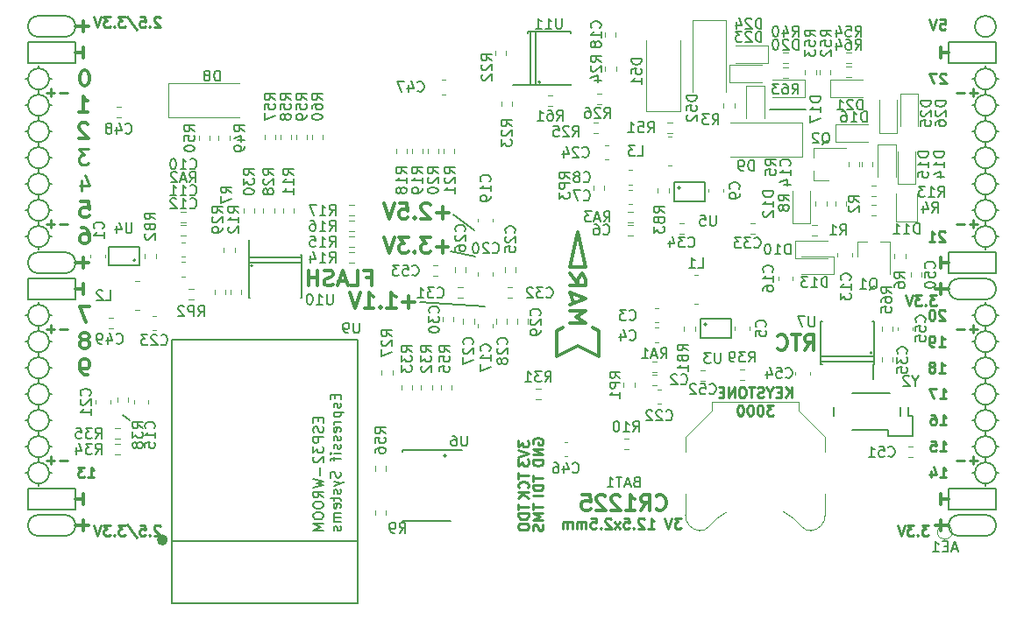
<source format=gbo>
G04 #@! TF.GenerationSoftware,KiCad,Pcbnew,5.0.0-rc2-dev-unknown+dfsg1+20180318-2*
G04 #@! TF.CreationDate,2018-06-04T00:15:21+02:00*
G04 #@! TF.ProjectId,ulx3s,756C7833732E6B696361645F70636200,rev?*
G04 #@! TF.SameCoordinates,Original*
G04 #@! TF.FileFunction,Legend,Bot*
G04 #@! TF.FilePolarity,Positive*
%FSLAX46Y46*%
G04 Gerber Fmt 4.6, Leading zero omitted, Abs format (unit mm)*
G04 Created by KiCad (PCBNEW 5.0.0-rc2-dev-unknown+dfsg1+20180318-2) date Mon Jun  4 00:15:21 2018*
%MOMM*%
%LPD*%
G01*
G04 APERTURE LIST*
%ADD10C,0.250000*%
%ADD11C,0.200000*%
%ADD12C,0.300000*%
%ADD13C,0.150000*%
%ADD14C,0.120000*%
%ADD15C,0.500000*%
G04 APERTURE END LIST*
D10*
X182887904Y-82575619D02*
X182840285Y-82528000D01*
X182745047Y-82480380D01*
X182506952Y-82480380D01*
X182411714Y-82528000D01*
X182364095Y-82575619D01*
X182316476Y-82670857D01*
X182316476Y-82766095D01*
X182364095Y-82908952D01*
X182935523Y-83480380D01*
X182316476Y-83480380D01*
X181364095Y-83480380D02*
X181935523Y-83480380D01*
X181649809Y-83480380D02*
X181649809Y-82480380D01*
X181745047Y-82623238D01*
X181840285Y-82718476D01*
X181935523Y-82766095D01*
X182887904Y-90195619D02*
X182840285Y-90148000D01*
X182745047Y-90100380D01*
X182506952Y-90100380D01*
X182411714Y-90148000D01*
X182364095Y-90195619D01*
X182316476Y-90290857D01*
X182316476Y-90386095D01*
X182364095Y-90528952D01*
X182935523Y-91100380D01*
X182316476Y-91100380D01*
X181697428Y-90100380D02*
X181602190Y-90100380D01*
X181506952Y-90148000D01*
X181459333Y-90195619D01*
X181411714Y-90290857D01*
X181364095Y-90481333D01*
X181364095Y-90719428D01*
X181411714Y-90909904D01*
X181459333Y-91005142D01*
X181506952Y-91052761D01*
X181602190Y-91100380D01*
X181697428Y-91100380D01*
X181792666Y-91052761D01*
X181840285Y-91005142D01*
X181887904Y-90909904D01*
X181935523Y-90719428D01*
X181935523Y-90481333D01*
X181887904Y-90290857D01*
X181840285Y-90195619D01*
X181792666Y-90148000D01*
X181697428Y-90100380D01*
X182316476Y-93640380D02*
X182887904Y-93640380D01*
X182602190Y-93640380D02*
X182602190Y-92640380D01*
X182697428Y-92783238D01*
X182792666Y-92878476D01*
X182887904Y-92926095D01*
X181840285Y-93640380D02*
X181649809Y-93640380D01*
X181554571Y-93592761D01*
X181506952Y-93545142D01*
X181411714Y-93402285D01*
X181364095Y-93211809D01*
X181364095Y-92830857D01*
X181411714Y-92735619D01*
X181459333Y-92688000D01*
X181554571Y-92640380D01*
X181745047Y-92640380D01*
X181840285Y-92688000D01*
X181887904Y-92735619D01*
X181935523Y-92830857D01*
X181935523Y-93068952D01*
X181887904Y-93164190D01*
X181840285Y-93211809D01*
X181745047Y-93259428D01*
X181554571Y-93259428D01*
X181459333Y-93211809D01*
X181411714Y-93164190D01*
X181364095Y-93068952D01*
X182316476Y-96180380D02*
X182887904Y-96180380D01*
X182602190Y-96180380D02*
X182602190Y-95180380D01*
X182697428Y-95323238D01*
X182792666Y-95418476D01*
X182887904Y-95466095D01*
X181745047Y-95608952D02*
X181840285Y-95561333D01*
X181887904Y-95513714D01*
X181935523Y-95418476D01*
X181935523Y-95370857D01*
X181887904Y-95275619D01*
X181840285Y-95228000D01*
X181745047Y-95180380D01*
X181554571Y-95180380D01*
X181459333Y-95228000D01*
X181411714Y-95275619D01*
X181364095Y-95370857D01*
X181364095Y-95418476D01*
X181411714Y-95513714D01*
X181459333Y-95561333D01*
X181554571Y-95608952D01*
X181745047Y-95608952D01*
X181840285Y-95656571D01*
X181887904Y-95704190D01*
X181935523Y-95799428D01*
X181935523Y-95989904D01*
X181887904Y-96085142D01*
X181840285Y-96132761D01*
X181745047Y-96180380D01*
X181554571Y-96180380D01*
X181459333Y-96132761D01*
X181411714Y-96085142D01*
X181364095Y-95989904D01*
X181364095Y-95799428D01*
X181411714Y-95704190D01*
X181459333Y-95656571D01*
X181554571Y-95608952D01*
D11*
X104148000Y-100808000D02*
X103513000Y-100300000D01*
X169426000Y-70709000D02*
X165997000Y-70709000D01*
D12*
X127003714Y-86984857D02*
X127503714Y-86984857D01*
X127503714Y-87770571D02*
X127503714Y-86270571D01*
X126789428Y-86270571D01*
X125503714Y-87770571D02*
X126218000Y-87770571D01*
X126218000Y-86270571D01*
X125075142Y-87342000D02*
X124360857Y-87342000D01*
X125218000Y-87770571D02*
X124718000Y-86270571D01*
X124218000Y-87770571D01*
X123789428Y-87699142D02*
X123575142Y-87770571D01*
X123218000Y-87770571D01*
X123075142Y-87699142D01*
X123003714Y-87627714D01*
X122932285Y-87484857D01*
X122932285Y-87342000D01*
X123003714Y-87199142D01*
X123075142Y-87127714D01*
X123218000Y-87056285D01*
X123503714Y-86984857D01*
X123646571Y-86913428D01*
X123718000Y-86842000D01*
X123789428Y-86699142D01*
X123789428Y-86556285D01*
X123718000Y-86413428D01*
X123646571Y-86342000D01*
X123503714Y-86270571D01*
X123146571Y-86270571D01*
X122932285Y-86342000D01*
X122289428Y-87770571D02*
X122289428Y-86270571D01*
X122289428Y-86984857D02*
X121432285Y-86984857D01*
X121432285Y-87770571D02*
X121432285Y-86270571D01*
D10*
X157418095Y-110252380D02*
X156799047Y-110252380D01*
X157132380Y-110633333D01*
X156989523Y-110633333D01*
X156894285Y-110680952D01*
X156846666Y-110728571D01*
X156799047Y-110823809D01*
X156799047Y-111061904D01*
X156846666Y-111157142D01*
X156894285Y-111204761D01*
X156989523Y-111252380D01*
X157275238Y-111252380D01*
X157370476Y-111204761D01*
X157418095Y-111157142D01*
X156513333Y-110252380D02*
X156180000Y-111252380D01*
X155846666Y-110252380D01*
X154227619Y-111252380D02*
X154799047Y-111252380D01*
X154513333Y-111252380D02*
X154513333Y-110252380D01*
X154608571Y-110395238D01*
X154703809Y-110490476D01*
X154799047Y-110538095D01*
X153846666Y-110347619D02*
X153799047Y-110300000D01*
X153703809Y-110252380D01*
X153465714Y-110252380D01*
X153370476Y-110300000D01*
X153322857Y-110347619D01*
X153275238Y-110442857D01*
X153275238Y-110538095D01*
X153322857Y-110680952D01*
X153894285Y-111252380D01*
X153275238Y-111252380D01*
X152846666Y-111157142D02*
X152799047Y-111204761D01*
X152846666Y-111252380D01*
X152894285Y-111204761D01*
X152846666Y-111157142D01*
X152846666Y-111252380D01*
X151894285Y-110252380D02*
X152370476Y-110252380D01*
X152418095Y-110728571D01*
X152370476Y-110680952D01*
X152275238Y-110633333D01*
X152037142Y-110633333D01*
X151941904Y-110680952D01*
X151894285Y-110728571D01*
X151846666Y-110823809D01*
X151846666Y-111061904D01*
X151894285Y-111157142D01*
X151941904Y-111204761D01*
X152037142Y-111252380D01*
X152275238Y-111252380D01*
X152370476Y-111204761D01*
X152418095Y-111157142D01*
X151513333Y-111252380D02*
X150989523Y-110585714D01*
X151513333Y-110585714D02*
X150989523Y-111252380D01*
X150656190Y-110347619D02*
X150608571Y-110300000D01*
X150513333Y-110252380D01*
X150275238Y-110252380D01*
X150180000Y-110300000D01*
X150132380Y-110347619D01*
X150084761Y-110442857D01*
X150084761Y-110538095D01*
X150132380Y-110680952D01*
X150703809Y-111252380D01*
X150084761Y-111252380D01*
X149656190Y-111157142D02*
X149608571Y-111204761D01*
X149656190Y-111252380D01*
X149703809Y-111204761D01*
X149656190Y-111157142D01*
X149656190Y-111252380D01*
X148703809Y-110252380D02*
X149180000Y-110252380D01*
X149227619Y-110728571D01*
X149180000Y-110680952D01*
X149084761Y-110633333D01*
X148846666Y-110633333D01*
X148751428Y-110680952D01*
X148703809Y-110728571D01*
X148656190Y-110823809D01*
X148656190Y-111061904D01*
X148703809Y-111157142D01*
X148751428Y-111204761D01*
X148846666Y-111252380D01*
X149084761Y-111252380D01*
X149180000Y-111204761D01*
X149227619Y-111157142D01*
X148227619Y-111252380D02*
X148227619Y-110585714D01*
X148227619Y-110680952D02*
X148180000Y-110633333D01*
X148084761Y-110585714D01*
X147941904Y-110585714D01*
X147846666Y-110633333D01*
X147799047Y-110728571D01*
X147799047Y-111252380D01*
X147799047Y-110728571D02*
X147751428Y-110633333D01*
X147656190Y-110585714D01*
X147513333Y-110585714D01*
X147418095Y-110633333D01*
X147370476Y-110728571D01*
X147370476Y-111252380D01*
X146894285Y-111252380D02*
X146894285Y-110585714D01*
X146894285Y-110680952D02*
X146846666Y-110633333D01*
X146751428Y-110585714D01*
X146608571Y-110585714D01*
X146513333Y-110633333D01*
X146465714Y-110728571D01*
X146465714Y-111252380D01*
X146465714Y-110728571D02*
X146418095Y-110633333D01*
X146322857Y-110585714D01*
X146180000Y-110585714D01*
X146084761Y-110633333D01*
X146037142Y-110728571D01*
X146037142Y-111252380D01*
D11*
X134755000Y-104237000D02*
G75*
G03X134755000Y-104237000I-127000J0D01*
G01*
X135390000Y-80869000D02*
X137422000Y-82393000D01*
X135136000Y-84425000D02*
X137549000Y-84933000D01*
X132215000Y-89378000D02*
X138438000Y-89759000D01*
D10*
X168085000Y-98577380D02*
X168085000Y-97577380D01*
X167513571Y-98577380D02*
X167942142Y-98005952D01*
X167513571Y-97577380D02*
X168085000Y-98148809D01*
X167085000Y-98053571D02*
X166751666Y-98053571D01*
X166608809Y-98577380D02*
X167085000Y-98577380D01*
X167085000Y-97577380D01*
X166608809Y-97577380D01*
X165989761Y-98101190D02*
X165989761Y-98577380D01*
X166323095Y-97577380D02*
X165989761Y-98101190D01*
X165656428Y-97577380D01*
X165370714Y-98529761D02*
X165227857Y-98577380D01*
X164989761Y-98577380D01*
X164894523Y-98529761D01*
X164846904Y-98482142D01*
X164799285Y-98386904D01*
X164799285Y-98291666D01*
X164846904Y-98196428D01*
X164894523Y-98148809D01*
X164989761Y-98101190D01*
X165180238Y-98053571D01*
X165275476Y-98005952D01*
X165323095Y-97958333D01*
X165370714Y-97863095D01*
X165370714Y-97767857D01*
X165323095Y-97672619D01*
X165275476Y-97625000D01*
X165180238Y-97577380D01*
X164942142Y-97577380D01*
X164799285Y-97625000D01*
X164513571Y-97577380D02*
X163942142Y-97577380D01*
X164227857Y-98577380D02*
X164227857Y-97577380D01*
X163418333Y-97577380D02*
X163227857Y-97577380D01*
X163132619Y-97625000D01*
X163037380Y-97720238D01*
X162989761Y-97910714D01*
X162989761Y-98244047D01*
X163037380Y-98434523D01*
X163132619Y-98529761D01*
X163227857Y-98577380D01*
X163418333Y-98577380D01*
X163513571Y-98529761D01*
X163608809Y-98434523D01*
X163656428Y-98244047D01*
X163656428Y-97910714D01*
X163608809Y-97720238D01*
X163513571Y-97625000D01*
X163418333Y-97577380D01*
X162561190Y-98577380D02*
X162561190Y-97577380D01*
X161989761Y-98577380D01*
X161989761Y-97577380D01*
X161513571Y-98053571D02*
X161180238Y-98053571D01*
X161037380Y-98577380D02*
X161513571Y-98577380D01*
X161513571Y-97577380D01*
X161037380Y-97577380D01*
X166346904Y-99327380D02*
X165727857Y-99327380D01*
X166061190Y-99708333D01*
X165918333Y-99708333D01*
X165823095Y-99755952D01*
X165775476Y-99803571D01*
X165727857Y-99898809D01*
X165727857Y-100136904D01*
X165775476Y-100232142D01*
X165823095Y-100279761D01*
X165918333Y-100327380D01*
X166204047Y-100327380D01*
X166299285Y-100279761D01*
X166346904Y-100232142D01*
X165108809Y-99327380D02*
X165013571Y-99327380D01*
X164918333Y-99375000D01*
X164870714Y-99422619D01*
X164823095Y-99517857D01*
X164775476Y-99708333D01*
X164775476Y-99946428D01*
X164823095Y-100136904D01*
X164870714Y-100232142D01*
X164918333Y-100279761D01*
X165013571Y-100327380D01*
X165108809Y-100327380D01*
X165204047Y-100279761D01*
X165251666Y-100232142D01*
X165299285Y-100136904D01*
X165346904Y-99946428D01*
X165346904Y-99708333D01*
X165299285Y-99517857D01*
X165251666Y-99422619D01*
X165204047Y-99375000D01*
X165108809Y-99327380D01*
X164156428Y-99327380D02*
X164061190Y-99327380D01*
X163965952Y-99375000D01*
X163918333Y-99422619D01*
X163870714Y-99517857D01*
X163823095Y-99708333D01*
X163823095Y-99946428D01*
X163870714Y-100136904D01*
X163918333Y-100232142D01*
X163965952Y-100279761D01*
X164061190Y-100327380D01*
X164156428Y-100327380D01*
X164251666Y-100279761D01*
X164299285Y-100232142D01*
X164346904Y-100136904D01*
X164394523Y-99946428D01*
X164394523Y-99708333D01*
X164346904Y-99517857D01*
X164299285Y-99422619D01*
X164251666Y-99375000D01*
X164156428Y-99327380D01*
X163204047Y-99327380D02*
X163108809Y-99327380D01*
X163013571Y-99375000D01*
X162965952Y-99422619D01*
X162918333Y-99517857D01*
X162870714Y-99708333D01*
X162870714Y-99946428D01*
X162918333Y-100136904D01*
X162965952Y-100232142D01*
X163013571Y-100279761D01*
X163108809Y-100327380D01*
X163204047Y-100327380D01*
X163299285Y-100279761D01*
X163346904Y-100232142D01*
X163394523Y-100136904D01*
X163442142Y-99946428D01*
X163442142Y-99708333D01*
X163394523Y-99517857D01*
X163346904Y-99422619D01*
X163299285Y-99375000D01*
X163204047Y-99327380D01*
D12*
X182492000Y-87582000D02*
X182492000Y-88598000D01*
X183254000Y-88090000D02*
X181984000Y-88090000D01*
X182492000Y-110442000D02*
X182492000Y-111458000D01*
X183254000Y-110950000D02*
X181984000Y-110950000D01*
X99688000Y-62182000D02*
X99688000Y-63198000D01*
X98926000Y-62690000D02*
X100196000Y-62690000D01*
X99688000Y-110442000D02*
X99688000Y-111458000D01*
X98926000Y-110950000D02*
X100196000Y-110950000D01*
X99688000Y-85042000D02*
X99688000Y-86058000D01*
X98926000Y-85550000D02*
X100196000Y-85550000D01*
D11*
X187826000Y-62690000D02*
G75*
G03X187826000Y-62690000I-1016000J0D01*
G01*
X184270000Y-87074000D02*
X186810000Y-87074000D01*
X184270000Y-89106000D02*
X186810000Y-89106000D01*
X184270000Y-87074000D02*
G75*
G03X184270000Y-89106000I0J-1016000D01*
G01*
X186810000Y-89106000D02*
G75*
G03X186810000Y-87074000I0J1016000D01*
G01*
X184270000Y-111966000D02*
X186810000Y-111966000D01*
X184270000Y-109934000D02*
X186810000Y-109934000D01*
X184270000Y-109934000D02*
G75*
G03X184270000Y-111966000I0J-1016000D01*
G01*
X186810000Y-111966000D02*
G75*
G03X186810000Y-109934000I0J1016000D01*
G01*
X97910000Y-63706000D02*
G75*
G03X97910000Y-61674000I0J1016000D01*
G01*
X95370000Y-61674000D02*
X97910000Y-61674000D01*
X95370000Y-63706000D02*
X97910000Y-63706000D01*
X95370000Y-61674000D02*
G75*
G03X95370000Y-63706000I0J-1016000D01*
G01*
X95370000Y-86566000D02*
X97910000Y-86566000D01*
X95370000Y-84534000D02*
X97910000Y-84534000D01*
X95370000Y-84534000D02*
G75*
G03X95370000Y-86566000I0J-1016000D01*
G01*
X97910000Y-86566000D02*
G75*
G03X97910000Y-84534000I0J1016000D01*
G01*
X95370000Y-111966000D02*
X97910000Y-111966000D01*
X95370000Y-109934000D02*
X97910000Y-109934000D01*
X95370000Y-109934000D02*
G75*
G03X95370000Y-111966000I0J-1016000D01*
G01*
X97910000Y-111966000D02*
G75*
G03X97910000Y-109934000I0J1016000D01*
G01*
X98926000Y-107394000D02*
X94354000Y-107394000D01*
X98926000Y-109426000D02*
X98926000Y-107394000D01*
X94354000Y-109426000D02*
X98926000Y-109426000D01*
X94354000Y-107394000D02*
X94354000Y-109426000D01*
X187826000Y-107394000D02*
X183254000Y-107394000D01*
X187826000Y-109426000D02*
X187826000Y-107394000D01*
X183254000Y-109426000D02*
X187826000Y-109426000D01*
X183254000Y-107394000D02*
X183254000Y-109426000D01*
X187826000Y-84534000D02*
X183254000Y-84534000D01*
X187826000Y-86566000D02*
X187826000Y-84534000D01*
X183254000Y-86566000D02*
X187826000Y-86566000D01*
X183254000Y-84534000D02*
X183254000Y-86566000D01*
X187826000Y-64214000D02*
X183254000Y-64214000D01*
X187826000Y-66246000D02*
X187826000Y-64214000D01*
X183254000Y-66246000D02*
X187826000Y-66246000D01*
X183254000Y-64214000D02*
X183254000Y-66246000D01*
X98926000Y-64214000D02*
X94354000Y-64214000D01*
X98926000Y-66246000D02*
X98926000Y-64214000D01*
X94354000Y-66246000D02*
X98926000Y-66246000D01*
X94354000Y-64214000D02*
X94354000Y-66246000D01*
X98926000Y-87074000D02*
X94354000Y-87074000D01*
X98926000Y-89106000D02*
X98926000Y-87074000D01*
X94354000Y-89106000D02*
X98926000Y-89106000D01*
X94354000Y-87074000D02*
X94354000Y-89106000D01*
D10*
X186032000Y-91971428D02*
X185270095Y-91971428D01*
X185651047Y-92352380D02*
X185651047Y-91590476D01*
X184793904Y-91971428D02*
X184032000Y-91971428D01*
X186032000Y-69111428D02*
X185270095Y-69111428D01*
X185651047Y-69492380D02*
X185651047Y-68730476D01*
X184793904Y-69111428D02*
X184032000Y-69111428D01*
X186032000Y-81811428D02*
X185270095Y-81811428D01*
X185651047Y-82192380D02*
X185651047Y-81430476D01*
X184793904Y-81811428D02*
X184032000Y-81811428D01*
X186032000Y-104671428D02*
X185270095Y-104671428D01*
X185651047Y-105052380D02*
X185651047Y-104290476D01*
X184793904Y-104671428D02*
X184032000Y-104671428D01*
X98148000Y-104671428D02*
X97386095Y-104671428D01*
X96909904Y-104671428D02*
X96148000Y-104671428D01*
X96528952Y-105052380D02*
X96528952Y-104290476D01*
X98148000Y-91971428D02*
X97386095Y-91971428D01*
X96909904Y-91971428D02*
X96148000Y-91971428D01*
X96528952Y-92352380D02*
X96528952Y-91590476D01*
X98148000Y-81811428D02*
X97386095Y-81811428D01*
X96909904Y-81811428D02*
X96148000Y-81811428D01*
X96528952Y-82192380D02*
X96528952Y-81430476D01*
X98148000Y-69111428D02*
X97386095Y-69111428D01*
X96909904Y-69111428D02*
X96148000Y-69111428D01*
X96528952Y-69492380D02*
X96528952Y-68730476D01*
D12*
X182492000Y-107902000D02*
X182492000Y-108918000D01*
X183254000Y-108410000D02*
X182492000Y-108410000D01*
D11*
X95370000Y-96726000D02*
X95370000Y-97234000D01*
X96386000Y-95710000D02*
X96640000Y-95710000D01*
X94354000Y-95710000D02*
X94100000Y-95710000D01*
X187826000Y-98250000D02*
X188080000Y-98250000D01*
X187826000Y-83010000D02*
X188080000Y-83010000D01*
X95370000Y-107140000D02*
X95370000Y-106886000D01*
X96386000Y-105870000D02*
X96640000Y-105870000D01*
X94354000Y-105870000D02*
X94100000Y-105870000D01*
X94354000Y-103330000D02*
X94100000Y-103330000D01*
X95370000Y-104346000D02*
X95370000Y-104854000D01*
X96386000Y-103330000D02*
X96640000Y-103330000D01*
X94354000Y-100790000D02*
X94100000Y-100790000D01*
X95370000Y-102314000D02*
X95370000Y-101806000D01*
X96386000Y-100790000D02*
X96640000Y-100790000D01*
X95370000Y-99266000D02*
X95370000Y-99774000D01*
X94354000Y-98250000D02*
X94100000Y-98250000D01*
X96386000Y-98250000D02*
X96640000Y-98250000D01*
X95370000Y-94186000D02*
X95370000Y-94694000D01*
X96386000Y-93170000D02*
X96640000Y-93170000D01*
X94354000Y-93170000D02*
X94100000Y-93170000D01*
X94354000Y-90630000D02*
X94100000Y-90630000D01*
X95370000Y-91646000D02*
X95370000Y-92154000D01*
X96640000Y-90630000D02*
X96386000Y-90630000D01*
X95370000Y-89360000D02*
X95370000Y-89614000D01*
X94354000Y-83010000D02*
X94100000Y-83010000D01*
X95370000Y-84280000D02*
X95370000Y-84026000D01*
X96386000Y-83010000D02*
X96640000Y-83010000D01*
X95370000Y-81486000D02*
X95370000Y-81994000D01*
X94354000Y-80470000D02*
X94100000Y-80470000D01*
X96640000Y-80470000D02*
X96386000Y-80470000D01*
X95370000Y-78946000D02*
X95370000Y-79454000D01*
X96386000Y-77930000D02*
X96640000Y-77930000D01*
X94354000Y-77930000D02*
X94100000Y-77930000D01*
X95370000Y-76406000D02*
X95370000Y-76914000D01*
X94354000Y-75390000D02*
X94100000Y-75390000D01*
X96386000Y-75390000D02*
X96640000Y-75390000D01*
X95370000Y-73866000D02*
X95370000Y-74374000D01*
X96386000Y-72850000D02*
X96640000Y-72850000D01*
X94100000Y-72850000D02*
X94354000Y-72850000D01*
X94354000Y-70310000D02*
X94100000Y-70310000D01*
X96640000Y-70310000D02*
X96386000Y-70310000D01*
X95370000Y-71326000D02*
X95370000Y-71834000D01*
X95370000Y-68786000D02*
X95370000Y-69294000D01*
X96386000Y-67770000D02*
X96640000Y-67770000D01*
X94354000Y-67770000D02*
X94100000Y-67770000D01*
X95370000Y-66500000D02*
X95370000Y-66754000D01*
X187826000Y-105870000D02*
X188080000Y-105870000D01*
X186810000Y-107140000D02*
X186810000Y-106886000D01*
X185540000Y-105870000D02*
X185794000Y-105870000D01*
X186810000Y-104346000D02*
X186810000Y-104854000D01*
X187826000Y-103330000D02*
X188080000Y-103330000D01*
X185540000Y-103330000D02*
X185794000Y-103330000D01*
X186810000Y-101806000D02*
X186810000Y-102314000D01*
X187826000Y-100790000D02*
X188080000Y-100790000D01*
X185540000Y-100790000D02*
X185794000Y-100790000D01*
X186810000Y-99266000D02*
X186810000Y-99774000D01*
X185540000Y-98250000D02*
X185794000Y-98250000D01*
X186810000Y-97234000D02*
X186810000Y-96726000D01*
X187826000Y-95710000D02*
X188080000Y-95710000D01*
X185540000Y-95710000D02*
X185794000Y-95710000D01*
X186810000Y-94694000D02*
X186810000Y-94186000D01*
X187826000Y-93170000D02*
X188080000Y-93170000D01*
X185540000Y-93170000D02*
X185794000Y-93170000D01*
X186810000Y-92154000D02*
X186810000Y-91646000D01*
X187826000Y-90630000D02*
X188080000Y-90630000D01*
X185540000Y-90630000D02*
X185794000Y-90630000D01*
X186810000Y-89360000D02*
X186810000Y-89614000D01*
X186810000Y-84280000D02*
X186810000Y-84026000D01*
X185540000Y-83010000D02*
X185794000Y-83010000D01*
X186810000Y-81994000D02*
X186810000Y-81486000D01*
X185794000Y-80470000D02*
X185540000Y-80470000D01*
X187826000Y-80470000D02*
X188080000Y-80470000D01*
X186810000Y-78946000D02*
X186810000Y-79454000D01*
X185794000Y-77930000D02*
X185540000Y-77930000D01*
X187826000Y-77930000D02*
X188080000Y-77930000D01*
X186810000Y-76406000D02*
X186810000Y-76914000D01*
X186810000Y-73866000D02*
X186810000Y-74374000D01*
X185794000Y-75390000D02*
X185540000Y-75390000D01*
X187826000Y-75390000D02*
X188080000Y-75390000D01*
X187826000Y-72850000D02*
X188080000Y-72850000D01*
X185540000Y-72850000D02*
X185794000Y-72850000D01*
X186810000Y-71834000D02*
X186810000Y-71326000D01*
X187826000Y-70310000D02*
X188080000Y-70310000D01*
X185540000Y-70310000D02*
X185794000Y-70310000D01*
X187826000Y-67770000D02*
X188080000Y-67770000D01*
X186810000Y-68786000D02*
X186810000Y-69294000D01*
X185540000Y-67770000D02*
X185794000Y-67770000D01*
X186810000Y-66500000D02*
X186810000Y-66754000D01*
X187826000Y-67770000D02*
G75*
G03X187826000Y-67770000I-1016000J0D01*
G01*
X187826000Y-70310000D02*
G75*
G03X187826000Y-70310000I-1016000J0D01*
G01*
X187826000Y-72850000D02*
G75*
G03X187826000Y-72850000I-1016000J0D01*
G01*
X187826000Y-75390000D02*
G75*
G03X187826000Y-75390000I-1016000J0D01*
G01*
X187826000Y-77930000D02*
G75*
G03X187826000Y-77930000I-1016000J0D01*
G01*
X187826000Y-80470000D02*
G75*
G03X187826000Y-80470000I-1016000J0D01*
G01*
X187826000Y-83010000D02*
G75*
G03X187826000Y-83010000I-1016000J0D01*
G01*
X187826000Y-90630000D02*
G75*
G03X187826000Y-90630000I-1016000J0D01*
G01*
X187826000Y-93170000D02*
G75*
G03X187826000Y-93170000I-1016000J0D01*
G01*
X187826000Y-95710000D02*
G75*
G03X187826000Y-95710000I-1016000J0D01*
G01*
X187826000Y-98250000D02*
G75*
G03X187826000Y-98250000I-1016000J0D01*
G01*
X187826000Y-100790000D02*
G75*
G03X187826000Y-100790000I-1016000J0D01*
G01*
X187826000Y-103330000D02*
G75*
G03X187826000Y-103330000I-1016000J0D01*
G01*
X187826000Y-105870000D02*
G75*
G03X187826000Y-105870000I-1016000J0D01*
G01*
X96386000Y-105870000D02*
G75*
G03X96386000Y-105870000I-1016000J0D01*
G01*
X96386000Y-103330000D02*
G75*
G03X96386000Y-103330000I-1016000J0D01*
G01*
X96386000Y-100790000D02*
G75*
G03X96386000Y-100790000I-1016000J0D01*
G01*
X96386000Y-98250000D02*
G75*
G03X96386000Y-98250000I-1016000J0D01*
G01*
X96386000Y-95710000D02*
G75*
G03X96386000Y-95710000I-1016000J0D01*
G01*
X96386000Y-93170000D02*
G75*
G03X96386000Y-93170000I-1016000J0D01*
G01*
X96386000Y-90630000D02*
G75*
G03X96386000Y-90630000I-1016000J0D01*
G01*
X96386000Y-83010000D02*
G75*
G03X96386000Y-83010000I-1016000J0D01*
G01*
X96386000Y-80470000D02*
G75*
G03X96386000Y-80470000I-1016000J0D01*
G01*
X96386000Y-77930000D02*
G75*
G03X96386000Y-77930000I-1016000J0D01*
G01*
X96386000Y-75390000D02*
G75*
G03X96386000Y-75390000I-1016000J0D01*
G01*
X96386000Y-72850000D02*
G75*
G03X96386000Y-72850000I-1016000J0D01*
G01*
X96386000Y-70310000D02*
G75*
G03X96386000Y-70310000I-1016000J0D01*
G01*
X96386000Y-67770000D02*
G75*
G03X96386000Y-67770000I-1016000J0D01*
G01*
D10*
X182428476Y-62015380D02*
X182904666Y-62015380D01*
X182952285Y-62491571D01*
X182904666Y-62443952D01*
X182809428Y-62396333D01*
X182571333Y-62396333D01*
X182476095Y-62443952D01*
X182428476Y-62491571D01*
X182380857Y-62586809D01*
X182380857Y-62824904D01*
X182428476Y-62920142D01*
X182476095Y-62967761D01*
X182571333Y-63015380D01*
X182809428Y-63015380D01*
X182904666Y-62967761D01*
X182952285Y-62920142D01*
X182095142Y-62015380D02*
X181761809Y-63015380D01*
X181428476Y-62015380D01*
D12*
X182492000Y-64722000D02*
X182492000Y-65738000D01*
X183254000Y-65230000D02*
X182492000Y-65230000D01*
D10*
X182999904Y-67317619D02*
X182952285Y-67270000D01*
X182857047Y-67222380D01*
X182618952Y-67222380D01*
X182523714Y-67270000D01*
X182476095Y-67317619D01*
X182428476Y-67412857D01*
X182428476Y-67508095D01*
X182476095Y-67650952D01*
X183047523Y-68222380D01*
X182428476Y-68222380D01*
X182095142Y-67222380D02*
X181428476Y-67222380D01*
X181857047Y-68222380D01*
D12*
X182492000Y-85042000D02*
X182492000Y-86058000D01*
X183254000Y-85550000D02*
X182492000Y-85550000D01*
D10*
X182078190Y-88703380D02*
X181459142Y-88703380D01*
X181792476Y-89084333D01*
X181649619Y-89084333D01*
X181554380Y-89131952D01*
X181506761Y-89179571D01*
X181459142Y-89274809D01*
X181459142Y-89512904D01*
X181506761Y-89608142D01*
X181554380Y-89655761D01*
X181649619Y-89703380D01*
X181935333Y-89703380D01*
X182030571Y-89655761D01*
X182078190Y-89608142D01*
X181030571Y-89608142D02*
X180982952Y-89655761D01*
X181030571Y-89703380D01*
X181078190Y-89655761D01*
X181030571Y-89608142D01*
X181030571Y-89703380D01*
X180649619Y-88703380D02*
X180030571Y-88703380D01*
X180363904Y-89084333D01*
X180221047Y-89084333D01*
X180125809Y-89131952D01*
X180078190Y-89179571D01*
X180030571Y-89274809D01*
X180030571Y-89512904D01*
X180078190Y-89608142D01*
X180125809Y-89655761D01*
X180221047Y-89703380D01*
X180506761Y-89703380D01*
X180602000Y-89655761D01*
X180649619Y-89608142D01*
X179744857Y-88703380D02*
X179411523Y-89703380D01*
X179078190Y-88703380D01*
X182428476Y-98702380D02*
X182999904Y-98702380D01*
X182714190Y-98702380D02*
X182714190Y-97702380D01*
X182809428Y-97845238D01*
X182904666Y-97940476D01*
X182999904Y-97988095D01*
X182095142Y-97702380D02*
X181428476Y-97702380D01*
X181857047Y-98702380D01*
X182428476Y-101242380D02*
X182999904Y-101242380D01*
X182714190Y-101242380D02*
X182714190Y-100242380D01*
X182809428Y-100385238D01*
X182904666Y-100480476D01*
X182999904Y-100528095D01*
X181571333Y-100242380D02*
X181761809Y-100242380D01*
X181857047Y-100290000D01*
X181904666Y-100337619D01*
X181999904Y-100480476D01*
X182047523Y-100670952D01*
X182047523Y-101051904D01*
X181999904Y-101147142D01*
X181952285Y-101194761D01*
X181857047Y-101242380D01*
X181666571Y-101242380D01*
X181571333Y-101194761D01*
X181523714Y-101147142D01*
X181476095Y-101051904D01*
X181476095Y-100813809D01*
X181523714Y-100718571D01*
X181571333Y-100670952D01*
X181666571Y-100623333D01*
X181857047Y-100623333D01*
X181952285Y-100670952D01*
X181999904Y-100718571D01*
X182047523Y-100813809D01*
X182428476Y-103782380D02*
X182999904Y-103782380D01*
X182714190Y-103782380D02*
X182714190Y-102782380D01*
X182809428Y-102925238D01*
X182904666Y-103020476D01*
X182999904Y-103068095D01*
X181523714Y-102782380D02*
X181999904Y-102782380D01*
X182047523Y-103258571D01*
X181999904Y-103210952D01*
X181904666Y-103163333D01*
X181666571Y-103163333D01*
X181571333Y-103210952D01*
X181523714Y-103258571D01*
X181476095Y-103353809D01*
X181476095Y-103591904D01*
X181523714Y-103687142D01*
X181571333Y-103734761D01*
X181666571Y-103782380D01*
X181904666Y-103782380D01*
X181999904Y-103734761D01*
X182047523Y-103687142D01*
X182428476Y-106322380D02*
X182999904Y-106322380D01*
X182714190Y-106322380D02*
X182714190Y-105322380D01*
X182809428Y-105465238D01*
X182904666Y-105560476D01*
X182999904Y-105608095D01*
X181571333Y-105655714D02*
X181571333Y-106322380D01*
X181809428Y-105274761D02*
X182047523Y-105989047D01*
X181428476Y-105989047D01*
X181312642Y-110928380D02*
X180693595Y-110928380D01*
X181026928Y-111309333D01*
X180884071Y-111309333D01*
X180788833Y-111356952D01*
X180741214Y-111404571D01*
X180693595Y-111499809D01*
X180693595Y-111737904D01*
X180741214Y-111833142D01*
X180788833Y-111880761D01*
X180884071Y-111928380D01*
X181169785Y-111928380D01*
X181265023Y-111880761D01*
X181312642Y-111833142D01*
X180265023Y-111833142D02*
X180217404Y-111880761D01*
X180265023Y-111928380D01*
X180312642Y-111880761D01*
X180265023Y-111833142D01*
X180265023Y-111928380D01*
X179884071Y-110928380D02*
X179265023Y-110928380D01*
X179598357Y-111309333D01*
X179455500Y-111309333D01*
X179360261Y-111356952D01*
X179312642Y-111404571D01*
X179265023Y-111499809D01*
X179265023Y-111737904D01*
X179312642Y-111833142D01*
X179360261Y-111880761D01*
X179455500Y-111928380D01*
X179741214Y-111928380D01*
X179836452Y-111880761D01*
X179884071Y-111833142D01*
X178979309Y-110928380D02*
X178645976Y-111928380D01*
X178312642Y-110928380D01*
D12*
X99688000Y-108918000D02*
X99688000Y-107902000D01*
X98926000Y-108410000D02*
X99688000Y-108410000D01*
X99688000Y-88598000D02*
X99688000Y-87582000D01*
X98926000Y-88090000D02*
X99688000Y-88090000D01*
X99688000Y-64722000D02*
X99688000Y-65738000D01*
X98926000Y-65230000D02*
X99688000Y-65230000D01*
D10*
X107103690Y-111023619D02*
X107056071Y-110976000D01*
X106960833Y-110928380D01*
X106722738Y-110928380D01*
X106627500Y-110976000D01*
X106579880Y-111023619D01*
X106532261Y-111118857D01*
X106532261Y-111214095D01*
X106579880Y-111356952D01*
X107151309Y-111928380D01*
X106532261Y-111928380D01*
X106103690Y-111833142D02*
X106056071Y-111880761D01*
X106103690Y-111928380D01*
X106151309Y-111880761D01*
X106103690Y-111833142D01*
X106103690Y-111928380D01*
X105151309Y-110928380D02*
X105627500Y-110928380D01*
X105675119Y-111404571D01*
X105627500Y-111356952D01*
X105532261Y-111309333D01*
X105294166Y-111309333D01*
X105198928Y-111356952D01*
X105151309Y-111404571D01*
X105103690Y-111499809D01*
X105103690Y-111737904D01*
X105151309Y-111833142D01*
X105198928Y-111880761D01*
X105294166Y-111928380D01*
X105532261Y-111928380D01*
X105627500Y-111880761D01*
X105675119Y-111833142D01*
X103960833Y-110880761D02*
X104817976Y-112166476D01*
X103722738Y-110928380D02*
X103103690Y-110928380D01*
X103437023Y-111309333D01*
X103294166Y-111309333D01*
X103198928Y-111356952D01*
X103151309Y-111404571D01*
X103103690Y-111499809D01*
X103103690Y-111737904D01*
X103151309Y-111833142D01*
X103198928Y-111880761D01*
X103294166Y-111928380D01*
X103579880Y-111928380D01*
X103675119Y-111880761D01*
X103722738Y-111833142D01*
X102675119Y-111833142D02*
X102627500Y-111880761D01*
X102675119Y-111928380D01*
X102722738Y-111880761D01*
X102675119Y-111833142D01*
X102675119Y-111928380D01*
X102294166Y-110928380D02*
X101675119Y-110928380D01*
X102008452Y-111309333D01*
X101865595Y-111309333D01*
X101770357Y-111356952D01*
X101722738Y-111404571D01*
X101675119Y-111499809D01*
X101675119Y-111737904D01*
X101722738Y-111833142D01*
X101770357Y-111880761D01*
X101865595Y-111928380D01*
X102151309Y-111928380D01*
X102246547Y-111880761D01*
X102294166Y-111833142D01*
X101389404Y-110928380D02*
X101056071Y-111928380D01*
X100722738Y-110928380D01*
X100132476Y-106322380D02*
X100703904Y-106322380D01*
X100418190Y-106322380D02*
X100418190Y-105322380D01*
X100513428Y-105465238D01*
X100608666Y-105560476D01*
X100703904Y-105608095D01*
X99799142Y-105322380D02*
X99180095Y-105322380D01*
X99513428Y-105703333D01*
X99370571Y-105703333D01*
X99275333Y-105750952D01*
X99227714Y-105798571D01*
X99180095Y-105893809D01*
X99180095Y-106131904D01*
X99227714Y-106227142D01*
X99275333Y-106274761D01*
X99370571Y-106322380D01*
X99656285Y-106322380D01*
X99751523Y-106274761D01*
X99799142Y-106227142D01*
D12*
X100100714Y-96388571D02*
X99815000Y-96388571D01*
X99672142Y-96317142D01*
X99600714Y-96245714D01*
X99457857Y-96031428D01*
X99386428Y-95745714D01*
X99386428Y-95174285D01*
X99457857Y-95031428D01*
X99529285Y-94960000D01*
X99672142Y-94888571D01*
X99957857Y-94888571D01*
X100100714Y-94960000D01*
X100172142Y-95031428D01*
X100243571Y-95174285D01*
X100243571Y-95531428D01*
X100172142Y-95674285D01*
X100100714Y-95745714D01*
X99957857Y-95817142D01*
X99672142Y-95817142D01*
X99529285Y-95745714D01*
X99457857Y-95674285D01*
X99386428Y-95531428D01*
X99957857Y-92991428D02*
X100100714Y-92920000D01*
X100172142Y-92848571D01*
X100243571Y-92705714D01*
X100243571Y-92634285D01*
X100172142Y-92491428D01*
X100100714Y-92420000D01*
X99957857Y-92348571D01*
X99672142Y-92348571D01*
X99529285Y-92420000D01*
X99457857Y-92491428D01*
X99386428Y-92634285D01*
X99386428Y-92705714D01*
X99457857Y-92848571D01*
X99529285Y-92920000D01*
X99672142Y-92991428D01*
X99957857Y-92991428D01*
X100100714Y-93062857D01*
X100172142Y-93134285D01*
X100243571Y-93277142D01*
X100243571Y-93562857D01*
X100172142Y-93705714D01*
X100100714Y-93777142D01*
X99957857Y-93848571D01*
X99672142Y-93848571D01*
X99529285Y-93777142D01*
X99457857Y-93705714D01*
X99386428Y-93562857D01*
X99386428Y-93277142D01*
X99457857Y-93134285D01*
X99529285Y-93062857D01*
X99672142Y-92991428D01*
X100315000Y-89808571D02*
X99315000Y-89808571D01*
X99957857Y-91308571D01*
X99529285Y-82188571D02*
X99815000Y-82188571D01*
X99957857Y-82260000D01*
X100029285Y-82331428D01*
X100172142Y-82545714D01*
X100243571Y-82831428D01*
X100243571Y-83402857D01*
X100172142Y-83545714D01*
X100100714Y-83617142D01*
X99957857Y-83688571D01*
X99672142Y-83688571D01*
X99529285Y-83617142D01*
X99457857Y-83545714D01*
X99386428Y-83402857D01*
X99386428Y-83045714D01*
X99457857Y-82902857D01*
X99529285Y-82831428D01*
X99672142Y-82760000D01*
X99957857Y-82760000D01*
X100100714Y-82831428D01*
X100172142Y-82902857D01*
X100243571Y-83045714D01*
X99457857Y-79648571D02*
X100172142Y-79648571D01*
X100243571Y-80362857D01*
X100172142Y-80291428D01*
X100029285Y-80220000D01*
X99672142Y-80220000D01*
X99529285Y-80291428D01*
X99457857Y-80362857D01*
X99386428Y-80505714D01*
X99386428Y-80862857D01*
X99457857Y-81005714D01*
X99529285Y-81077142D01*
X99672142Y-81148571D01*
X100029285Y-81148571D01*
X100172142Y-81077142D01*
X100243571Y-81005714D01*
D10*
X99529285Y-77608571D02*
X99529285Y-78608571D01*
X99886428Y-77037142D02*
X100243571Y-78108571D01*
X99315000Y-78108571D01*
X100188000Y-74568571D02*
X99259428Y-74568571D01*
X99759428Y-75140000D01*
X99545142Y-75140000D01*
X99402285Y-75211428D01*
X99330857Y-75282857D01*
X99259428Y-75425714D01*
X99259428Y-75782857D01*
X99330857Y-75925714D01*
X99402285Y-75997142D01*
X99545142Y-76068571D01*
X99973714Y-76068571D01*
X100116571Y-75997142D01*
X100188000Y-75925714D01*
D12*
X100116571Y-72171428D02*
X100045142Y-72100000D01*
X99902285Y-72028571D01*
X99545142Y-72028571D01*
X99402285Y-72100000D01*
X99330857Y-72171428D01*
X99259428Y-72314285D01*
X99259428Y-72457142D01*
X99330857Y-72671428D01*
X100188000Y-73528571D01*
X99259428Y-73528571D01*
X99259428Y-70988571D02*
X100116571Y-70988571D01*
X99688000Y-70988571D02*
X99688000Y-69488571D01*
X99830857Y-69702857D01*
X99973714Y-69845714D01*
X100116571Y-69917142D01*
X99886428Y-66948571D02*
X99743571Y-66948571D01*
X99600714Y-67020000D01*
X99529285Y-67091428D01*
X99457857Y-67234285D01*
X99386428Y-67520000D01*
X99386428Y-67877142D01*
X99457857Y-68162857D01*
X99529285Y-68305714D01*
X99600714Y-68377142D01*
X99743571Y-68448571D01*
X99886428Y-68448571D01*
X100029285Y-68377142D01*
X100100714Y-68305714D01*
X100172142Y-68162857D01*
X100243571Y-67877142D01*
X100243571Y-67520000D01*
X100172142Y-67234285D01*
X100100714Y-67091428D01*
X100029285Y-67020000D01*
X99886428Y-66948571D01*
D10*
X107103690Y-61874619D02*
X107056071Y-61827000D01*
X106960833Y-61779380D01*
X106722738Y-61779380D01*
X106627500Y-61827000D01*
X106579880Y-61874619D01*
X106532261Y-61969857D01*
X106532261Y-62065095D01*
X106579880Y-62207952D01*
X107151309Y-62779380D01*
X106532261Y-62779380D01*
X106103690Y-62684142D02*
X106056071Y-62731761D01*
X106103690Y-62779380D01*
X106151309Y-62731761D01*
X106103690Y-62684142D01*
X106103690Y-62779380D01*
X105151309Y-61779380D02*
X105627500Y-61779380D01*
X105675119Y-62255571D01*
X105627500Y-62207952D01*
X105532261Y-62160333D01*
X105294166Y-62160333D01*
X105198928Y-62207952D01*
X105151309Y-62255571D01*
X105103690Y-62350809D01*
X105103690Y-62588904D01*
X105151309Y-62684142D01*
X105198928Y-62731761D01*
X105294166Y-62779380D01*
X105532261Y-62779380D01*
X105627500Y-62731761D01*
X105675119Y-62684142D01*
X103960833Y-61731761D02*
X104817976Y-63017476D01*
X103722738Y-61779380D02*
X103103690Y-61779380D01*
X103437023Y-62160333D01*
X103294166Y-62160333D01*
X103198928Y-62207952D01*
X103151309Y-62255571D01*
X103103690Y-62350809D01*
X103103690Y-62588904D01*
X103151309Y-62684142D01*
X103198928Y-62731761D01*
X103294166Y-62779380D01*
X103579880Y-62779380D01*
X103675119Y-62731761D01*
X103722738Y-62684142D01*
X102675119Y-62684142D02*
X102627500Y-62731761D01*
X102675119Y-62779380D01*
X102722738Y-62731761D01*
X102675119Y-62684142D01*
X102675119Y-62779380D01*
X102294166Y-61779380D02*
X101675119Y-61779380D01*
X102008452Y-62160333D01*
X101865595Y-62160333D01*
X101770357Y-62207952D01*
X101722738Y-62255571D01*
X101675119Y-62350809D01*
X101675119Y-62588904D01*
X101722738Y-62684142D01*
X101770357Y-62731761D01*
X101865595Y-62779380D01*
X102151309Y-62779380D01*
X102246547Y-62731761D01*
X102294166Y-62684142D01*
X101389404Y-61779380D02*
X101056071Y-62779380D01*
X100722738Y-61779380D01*
D12*
X155027857Y-109335714D02*
X155099285Y-109407142D01*
X155313571Y-109478571D01*
X155456428Y-109478571D01*
X155670714Y-109407142D01*
X155813571Y-109264285D01*
X155885000Y-109121428D01*
X155956428Y-108835714D01*
X155956428Y-108621428D01*
X155885000Y-108335714D01*
X155813571Y-108192857D01*
X155670714Y-108050000D01*
X155456428Y-107978571D01*
X155313571Y-107978571D01*
X155099285Y-108050000D01*
X155027857Y-108121428D01*
X153527857Y-109478571D02*
X154027857Y-108764285D01*
X154385000Y-109478571D02*
X154385000Y-107978571D01*
X153813571Y-107978571D01*
X153670714Y-108050000D01*
X153599285Y-108121428D01*
X153527857Y-108264285D01*
X153527857Y-108478571D01*
X153599285Y-108621428D01*
X153670714Y-108692857D01*
X153813571Y-108764285D01*
X154385000Y-108764285D01*
X152099285Y-109478571D02*
X152956428Y-109478571D01*
X152527857Y-109478571D02*
X152527857Y-107978571D01*
X152670714Y-108192857D01*
X152813571Y-108335714D01*
X152956428Y-108407142D01*
X151527857Y-108121428D02*
X151456428Y-108050000D01*
X151313571Y-107978571D01*
X150956428Y-107978571D01*
X150813571Y-108050000D01*
X150742142Y-108121428D01*
X150670714Y-108264285D01*
X150670714Y-108407142D01*
X150742142Y-108621428D01*
X151599285Y-109478571D01*
X150670714Y-109478571D01*
X150099285Y-108121428D02*
X150027857Y-108050000D01*
X149885000Y-107978571D01*
X149527857Y-107978571D01*
X149385000Y-108050000D01*
X149313571Y-108121428D01*
X149242142Y-108264285D01*
X149242142Y-108407142D01*
X149313571Y-108621428D01*
X150170714Y-109478571D01*
X149242142Y-109478571D01*
X147885000Y-107978571D02*
X148599285Y-107978571D01*
X148670714Y-108692857D01*
X148599285Y-108621428D01*
X148456428Y-108550000D01*
X148099285Y-108550000D01*
X147956428Y-108621428D01*
X147885000Y-108692857D01*
X147813571Y-108835714D01*
X147813571Y-109192857D01*
X147885000Y-109335714D01*
X147956428Y-109407142D01*
X148099285Y-109478571D01*
X148456428Y-109478571D01*
X148599285Y-109407142D01*
X148670714Y-109335714D01*
X134961000Y-80722142D02*
X133818142Y-80722142D01*
X134389571Y-81293571D02*
X134389571Y-80150714D01*
X133175285Y-79936428D02*
X133103857Y-79865000D01*
X132961000Y-79793571D01*
X132603857Y-79793571D01*
X132461000Y-79865000D01*
X132389571Y-79936428D01*
X132318142Y-80079285D01*
X132318142Y-80222142D01*
X132389571Y-80436428D01*
X133246714Y-81293571D01*
X132318142Y-81293571D01*
X131675285Y-81150714D02*
X131603857Y-81222142D01*
X131675285Y-81293571D01*
X131746714Y-81222142D01*
X131675285Y-81150714D01*
X131675285Y-81293571D01*
X130246714Y-79793571D02*
X130961000Y-79793571D01*
X131032428Y-80507857D01*
X130961000Y-80436428D01*
X130818142Y-80365000D01*
X130461000Y-80365000D01*
X130318142Y-80436428D01*
X130246714Y-80507857D01*
X130175285Y-80650714D01*
X130175285Y-81007857D01*
X130246714Y-81150714D01*
X130318142Y-81222142D01*
X130461000Y-81293571D01*
X130818142Y-81293571D01*
X130961000Y-81222142D01*
X131032428Y-81150714D01*
X129746714Y-79793571D02*
X129246714Y-81293571D01*
X128746714Y-79793571D01*
X134946000Y-84024142D02*
X133803142Y-84024142D01*
X134374571Y-84595571D02*
X134374571Y-83452714D01*
X133231714Y-83095571D02*
X132303142Y-83095571D01*
X132803142Y-83667000D01*
X132588857Y-83667000D01*
X132446000Y-83738428D01*
X132374571Y-83809857D01*
X132303142Y-83952714D01*
X132303142Y-84309857D01*
X132374571Y-84452714D01*
X132446000Y-84524142D01*
X132588857Y-84595571D01*
X133017428Y-84595571D01*
X133160285Y-84524142D01*
X133231714Y-84452714D01*
X131660285Y-84452714D02*
X131588857Y-84524142D01*
X131660285Y-84595571D01*
X131731714Y-84524142D01*
X131660285Y-84452714D01*
X131660285Y-84595571D01*
X131088857Y-83095571D02*
X130160285Y-83095571D01*
X130660285Y-83667000D01*
X130446000Y-83667000D01*
X130303142Y-83738428D01*
X130231714Y-83809857D01*
X130160285Y-83952714D01*
X130160285Y-84309857D01*
X130231714Y-84452714D01*
X130303142Y-84524142D01*
X130446000Y-84595571D01*
X130874571Y-84595571D01*
X131017428Y-84524142D01*
X131088857Y-84452714D01*
X129731714Y-83095571D02*
X129231714Y-84595571D01*
X128731714Y-83095571D01*
X131659000Y-89358142D02*
X130516142Y-89358142D01*
X131087571Y-89929571D02*
X131087571Y-88786714D01*
X129016142Y-89929571D02*
X129873285Y-89929571D01*
X129444714Y-89929571D02*
X129444714Y-88429571D01*
X129587571Y-88643857D01*
X129730428Y-88786714D01*
X129873285Y-88858142D01*
X128373285Y-89786714D02*
X128301857Y-89858142D01*
X128373285Y-89929571D01*
X128444714Y-89858142D01*
X128373285Y-89786714D01*
X128373285Y-89929571D01*
X126873285Y-89929571D02*
X127730428Y-89929571D01*
X127301857Y-89929571D02*
X127301857Y-88429571D01*
X127444714Y-88643857D01*
X127587571Y-88786714D01*
X127730428Y-88858142D01*
X126444714Y-88429571D02*
X125944714Y-89929571D01*
X125444714Y-88429571D01*
D10*
X141685380Y-105854285D02*
X141685380Y-106425714D01*
X142685380Y-106140000D02*
X141685380Y-106140000D01*
X142590142Y-107330476D02*
X142637761Y-107282857D01*
X142685380Y-107140000D01*
X142685380Y-107044761D01*
X142637761Y-106901904D01*
X142542523Y-106806666D01*
X142447285Y-106759047D01*
X142256809Y-106711428D01*
X142113952Y-106711428D01*
X141923476Y-106759047D01*
X141828238Y-106806666D01*
X141733000Y-106901904D01*
X141685380Y-107044761D01*
X141685380Y-107140000D01*
X141733000Y-107282857D01*
X141780619Y-107330476D01*
X142685380Y-107759047D02*
X141685380Y-107759047D01*
X142685380Y-108330476D02*
X142113952Y-107901904D01*
X141685380Y-108330476D02*
X142256809Y-107759047D01*
X141685380Y-102726904D02*
X141685380Y-103345952D01*
X142066333Y-103012619D01*
X142066333Y-103155476D01*
X142113952Y-103250714D01*
X142161571Y-103298333D01*
X142256809Y-103345952D01*
X142494904Y-103345952D01*
X142590142Y-103298333D01*
X142637761Y-103250714D01*
X142685380Y-103155476D01*
X142685380Y-102869761D01*
X142637761Y-102774523D01*
X142590142Y-102726904D01*
X141685380Y-103631666D02*
X142685380Y-103965000D01*
X141685380Y-104298333D01*
X141685380Y-104536428D02*
X141685380Y-105155476D01*
X142066333Y-104822142D01*
X142066333Y-104965000D01*
X142113952Y-105060238D01*
X142161571Y-105107857D01*
X142256809Y-105155476D01*
X142494904Y-105155476D01*
X142590142Y-105107857D01*
X142637761Y-105060238D01*
X142685380Y-104965000D01*
X142685380Y-104679285D01*
X142637761Y-104584047D01*
X142590142Y-104536428D01*
X141685380Y-108878476D02*
X141685380Y-109449904D01*
X142685380Y-109164190D02*
X141685380Y-109164190D01*
X142685380Y-109783238D02*
X141685380Y-109783238D01*
X141685380Y-110021333D01*
X141733000Y-110164190D01*
X141828238Y-110259428D01*
X141923476Y-110307047D01*
X142113952Y-110354666D01*
X142256809Y-110354666D01*
X142447285Y-110307047D01*
X142542523Y-110259428D01*
X142637761Y-110164190D01*
X142685380Y-110021333D01*
X142685380Y-109783238D01*
X141685380Y-110973714D02*
X141685380Y-111164190D01*
X141733000Y-111259428D01*
X141828238Y-111354666D01*
X142018714Y-111402285D01*
X142352047Y-111402285D01*
X142542523Y-111354666D01*
X142637761Y-111259428D01*
X142685380Y-111164190D01*
X142685380Y-110973714D01*
X142637761Y-110878476D01*
X142542523Y-110783238D01*
X142352047Y-110735619D01*
X142018714Y-110735619D01*
X141828238Y-110783238D01*
X141733000Y-110878476D01*
X141685380Y-110973714D01*
X143130000Y-103076095D02*
X143082380Y-102980857D01*
X143082380Y-102838000D01*
X143130000Y-102695142D01*
X143225238Y-102599904D01*
X143320476Y-102552285D01*
X143510952Y-102504666D01*
X143653809Y-102504666D01*
X143844285Y-102552285D01*
X143939523Y-102599904D01*
X144034761Y-102695142D01*
X144082380Y-102838000D01*
X144082380Y-102933238D01*
X144034761Y-103076095D01*
X143987142Y-103123714D01*
X143653809Y-103123714D01*
X143653809Y-102933238D01*
X144082380Y-103552285D02*
X143082380Y-103552285D01*
X144082380Y-104123714D01*
X143082380Y-104123714D01*
X144082380Y-104599904D02*
X143082380Y-104599904D01*
X143082380Y-104838000D01*
X143130000Y-104980857D01*
X143225238Y-105076095D01*
X143320476Y-105123714D01*
X143510952Y-105171333D01*
X143653809Y-105171333D01*
X143844285Y-105123714D01*
X143939523Y-105076095D01*
X144034761Y-104980857D01*
X144082380Y-104838000D01*
X144082380Y-104599904D01*
X143082380Y-106116190D02*
X143082380Y-106687619D01*
X144082380Y-106401904D02*
X143082380Y-106401904D01*
X144082380Y-107020952D02*
X143082380Y-107020952D01*
X143082380Y-107259047D01*
X143130000Y-107401904D01*
X143225238Y-107497142D01*
X143320476Y-107544761D01*
X143510952Y-107592380D01*
X143653809Y-107592380D01*
X143844285Y-107544761D01*
X143939523Y-107497142D01*
X144034761Y-107401904D01*
X144082380Y-107259047D01*
X144082380Y-107020952D01*
X144082380Y-108020952D02*
X143082380Y-108020952D01*
X143082380Y-108854666D02*
X143082380Y-109426095D01*
X144082380Y-109140380D02*
X143082380Y-109140380D01*
X144082380Y-109759428D02*
X143082380Y-109759428D01*
X143796666Y-110092761D01*
X143082380Y-110426095D01*
X144082380Y-110426095D01*
X144034761Y-110854666D02*
X144082380Y-110997523D01*
X144082380Y-111235619D01*
X144034761Y-111330857D01*
X143987142Y-111378476D01*
X143891904Y-111426095D01*
X143796666Y-111426095D01*
X143701428Y-111378476D01*
X143653809Y-111330857D01*
X143606190Y-111235619D01*
X143558571Y-111045142D01*
X143510952Y-110949904D01*
X143463333Y-110902285D01*
X143368095Y-110854666D01*
X143272857Y-110854666D01*
X143177619Y-110902285D01*
X143130000Y-110949904D01*
X143082380Y-111045142D01*
X143082380Y-111283238D01*
X143130000Y-111426095D01*
D12*
X169394142Y-93993571D02*
X169894142Y-93279285D01*
X170251285Y-93993571D02*
X170251285Y-92493571D01*
X169679857Y-92493571D01*
X169537000Y-92565000D01*
X169465571Y-92636428D01*
X169394142Y-92779285D01*
X169394142Y-92993571D01*
X169465571Y-93136428D01*
X169537000Y-93207857D01*
X169679857Y-93279285D01*
X170251285Y-93279285D01*
X168965571Y-92493571D02*
X168108428Y-92493571D01*
X168537000Y-93993571D02*
X168537000Y-92493571D01*
X166751285Y-93850714D02*
X166822714Y-93922142D01*
X167037000Y-93993571D01*
X167179857Y-93993571D01*
X167394142Y-93922142D01*
X167537000Y-93779285D01*
X167608428Y-93636428D01*
X167679857Y-93350714D01*
X167679857Y-93136428D01*
X167608428Y-92850714D01*
X167537000Y-92707857D01*
X167394142Y-92565000D01*
X167179857Y-92493571D01*
X167037000Y-92493571D01*
X166822714Y-92565000D01*
X166751285Y-92636428D01*
D13*
X159886803Y-91500000D02*
G75*
G03X159886803Y-91500000I-111803J0D01*
G01*
X159275000Y-92800000D02*
X162275000Y-92800000D01*
X162275000Y-92800000D02*
X162275000Y-91000000D01*
X162275000Y-91000000D02*
X159275000Y-91000000D01*
X159275000Y-91000000D02*
X159275000Y-92800000D01*
X104736803Y-85315000D02*
G75*
G03X104736803Y-85315000I-111803J0D01*
G01*
X105125000Y-84015000D02*
X102125000Y-84015000D01*
X102125000Y-84015000D02*
X102125000Y-85815000D01*
X102125000Y-85815000D02*
X105125000Y-85815000D01*
X105125000Y-85815000D02*
X105125000Y-84015000D01*
X157346803Y-78292000D02*
G75*
G03X157346803Y-78292000I-111803J0D01*
G01*
X156735000Y-79592000D02*
X159735000Y-79592000D01*
X159735000Y-79592000D02*
X159735000Y-77792000D01*
X159735000Y-77792000D02*
X156735000Y-77792000D01*
X156735000Y-77792000D02*
X156735000Y-79592000D01*
X130510000Y-103690000D02*
X130510000Y-103790000D01*
X130510000Y-110515000D02*
X130510000Y-110490000D01*
X135160000Y-110515000D02*
X135160000Y-110490000D01*
X136235000Y-103690000D02*
X130510000Y-103690000D01*
X135160000Y-110515000D02*
X130510000Y-110515000D01*
D14*
X160091264Y-111074552D02*
G75*
G02X161785000Y-109670000I4493736J-3695448D01*
G01*
X167317553Y-109624793D02*
G75*
G02X169085000Y-111070000I-2732553J-5145207D01*
G01*
X159170385Y-111454160D02*
G75*
G03X160085000Y-111070000I124615J984160D01*
G01*
X169999615Y-111454160D02*
G75*
G02X169085000Y-111070000I-124615J984160D01*
G01*
X157835000Y-109920000D02*
G75*
G03X159285000Y-111470000I1500000J-50000D01*
G01*
X171335000Y-109920000D02*
G75*
G02X169885000Y-111470000I-1500000J-50000D01*
G01*
X157835000Y-107870000D02*
X157835000Y-109970000D01*
X171335000Y-107870000D02*
X171335000Y-109970000D01*
X171335000Y-103870000D02*
X171335000Y-102420000D01*
X171335000Y-102420000D02*
X168735000Y-99820000D01*
X168735000Y-99820000D02*
X168735000Y-99020000D01*
X168735000Y-99020000D02*
X160435000Y-99020000D01*
X160435000Y-99020000D02*
X160435000Y-99820000D01*
X160435000Y-99820000D02*
X157835000Y-102420000D01*
X157835000Y-102420000D02*
X157835000Y-103870000D01*
D13*
X175865803Y-94267500D02*
G75*
G03X175865803Y-94267500I-89803J0D01*
G01*
X170950000Y-95093000D02*
X176030000Y-95093000D01*
X176030000Y-94585000D02*
X170950000Y-94585000D01*
X176065000Y-95390000D02*
X176015000Y-95390000D01*
X176065000Y-91240000D02*
X175920000Y-91240000D01*
X170915000Y-91240000D02*
X171060000Y-91240000D01*
X170915000Y-95390000D02*
X171060000Y-95390000D01*
X176065000Y-95390000D02*
X176065000Y-91240000D01*
X170915000Y-95390000D02*
X170915000Y-91240000D01*
X176015000Y-95390000D02*
X176015000Y-96790000D01*
X116033803Y-85867500D02*
G75*
G03X116033803Y-85867500I-89803J0D01*
G01*
X120770000Y-85042000D02*
X115690000Y-85042000D01*
X115690000Y-85550000D02*
X120770000Y-85550000D01*
X115655000Y-84745000D02*
X115705000Y-84745000D01*
X115655000Y-88895000D02*
X115800000Y-88895000D01*
X120805000Y-88895000D02*
X120660000Y-88895000D01*
X120805000Y-84745000D02*
X120660000Y-84745000D01*
X115655000Y-84745000D02*
X115655000Y-88895000D01*
X120805000Y-84745000D02*
X120805000Y-88895000D01*
X115705000Y-84745000D02*
X115705000Y-83345000D01*
D15*
X107607981Y-112354000D02*
G75*
G03X107607981Y-112354000I-283981J0D01*
G01*
D13*
X126230000Y-112500000D02*
X108230000Y-112500000D01*
X108230000Y-118500000D02*
X108230000Y-93000000D01*
X126230000Y-118500000D02*
X126230000Y-93000000D01*
X126230000Y-93000000D02*
X108230000Y-93000000D01*
X126230000Y-118500000D02*
X108230000Y-118500000D01*
X179776000Y-100322000D02*
X179376000Y-100322000D01*
X179776000Y-102322000D02*
X179776000Y-100322000D01*
X177376000Y-102322000D02*
X179776000Y-102322000D01*
X177376000Y-101722000D02*
X177376000Y-102322000D01*
X172176000Y-99522000D02*
X172176000Y-100322000D01*
X177576000Y-98122000D02*
X173976000Y-98122000D01*
X177376000Y-101722000D02*
X173976000Y-101722000D01*
X178576000Y-99522000D02*
X178576000Y-100322000D01*
X179376000Y-99522000D02*
X179376000Y-100322000D01*
D12*
X148240000Y-90179000D02*
X146640000Y-90179000D01*
X147240000Y-90779000D02*
X148240000Y-90179000D01*
X148240000Y-91379000D02*
X147240000Y-90779000D01*
X146640000Y-91379000D02*
X148240000Y-91379000D01*
X145440000Y-92179000D02*
X146040000Y-91779000D01*
X149440000Y-92179000D02*
X148840000Y-91779000D01*
X149440000Y-94579000D02*
X149440000Y-92179000D01*
X147440000Y-82579000D02*
X148240000Y-85979000D01*
X146640000Y-85979000D02*
X147440000Y-82579000D01*
X148240000Y-85979000D02*
X146640000Y-85979000D01*
X147440000Y-87579000D02*
X146640000Y-86579000D01*
X147440000Y-87179000D02*
X147440000Y-87779000D01*
X147840000Y-86579000D02*
X147440000Y-87179000D01*
X148240000Y-87179000D02*
X147840000Y-86579000D01*
X148240000Y-87779000D02*
X148240000Y-87179000D01*
X148240000Y-87779000D02*
X146640000Y-87779000D01*
X146640000Y-88379000D02*
X147040000Y-89379000D01*
X148240000Y-88979000D02*
X146640000Y-88379000D01*
X146640000Y-89579000D02*
X148240000Y-88979000D01*
X145440000Y-94579000D02*
X145440000Y-92179000D01*
X147440000Y-93579000D02*
X145440000Y-94579000D01*
X149440000Y-94579000D02*
X147440000Y-93579000D01*
D14*
X134351000Y-69260000D02*
X134651000Y-69260000D01*
X134351000Y-67840000D02*
X134651000Y-67840000D01*
X100375000Y-84765000D02*
X100375000Y-85065000D01*
X101795000Y-84765000D02*
X101795000Y-85065000D01*
X154640000Y-97420000D02*
X155080000Y-97420000D01*
X154640000Y-96400000D02*
X155080000Y-96400000D01*
X154910000Y-89920000D02*
X155210000Y-89920000D01*
X154910000Y-91340000D02*
X155210000Y-91340000D01*
X154910000Y-93245000D02*
X155210000Y-93245000D01*
X154910000Y-91825000D02*
X155210000Y-91825000D01*
X162605000Y-92050000D02*
X162605000Y-91750000D01*
X164025000Y-92050000D02*
X164025000Y-91750000D01*
X152300000Y-82885000D02*
X152740000Y-82885000D01*
X152300000Y-81865000D02*
X152740000Y-81865000D01*
X152370000Y-78490000D02*
X152670000Y-78490000D01*
X152370000Y-79910000D02*
X152670000Y-79910000D01*
X152370000Y-76585000D02*
X152670000Y-76585000D01*
X152370000Y-78005000D02*
X152670000Y-78005000D01*
X161485000Y-78715000D02*
X161485000Y-78415000D01*
X160065000Y-78715000D02*
X160065000Y-78415000D01*
X109560000Y-81615000D02*
X109120000Y-81615000D01*
X109560000Y-80595000D02*
X109120000Y-80595000D01*
X109490000Y-84990000D02*
X109190000Y-84990000D01*
X109490000Y-83570000D02*
X109190000Y-83570000D01*
X109490000Y-85475000D02*
X109190000Y-85475000D01*
X109490000Y-86895000D02*
X109190000Y-86895000D01*
X172511000Y-84938000D02*
X172511000Y-84638000D01*
X173931000Y-84938000D02*
X173931000Y-84638000D01*
X175890000Y-75805000D02*
X175890000Y-76245000D01*
X174870000Y-75805000D02*
X174870000Y-76245000D01*
X105986000Y-99162000D02*
X105986000Y-98862000D01*
X104566000Y-99162000D02*
X104566000Y-98862000D01*
X168216000Y-87224000D02*
X168216000Y-86924000D01*
X166796000Y-87224000D02*
X166796000Y-86924000D01*
X137790000Y-91470000D02*
X137790000Y-91770000D01*
X139210000Y-91470000D02*
X139210000Y-91770000D01*
X151099600Y-63704000D02*
X151099600Y-63264000D01*
X150079600Y-63704000D02*
X150079600Y-63264000D01*
X139210000Y-81570000D02*
X139210000Y-81270000D01*
X137790000Y-81570000D02*
X137790000Y-81270000D01*
X139210000Y-86470000D02*
X139210000Y-86770000D01*
X137790000Y-86470000D02*
X137790000Y-86770000D01*
X102303000Y-98862000D02*
X102303000Y-99162000D01*
X100883000Y-98862000D02*
X100883000Y-99162000D01*
X155164000Y-99214000D02*
X155464000Y-99214000D01*
X155164000Y-97794000D02*
X155464000Y-97794000D01*
X106696000Y-92102000D02*
X106396000Y-92102000D01*
X106696000Y-90682000D02*
X106396000Y-90682000D01*
X150384000Y-74172000D02*
X150084000Y-74172000D01*
X150384000Y-75592000D02*
X150084000Y-75592000D01*
X141410000Y-86000000D02*
X141410000Y-86440000D01*
X140390000Y-86000000D02*
X140390000Y-86440000D01*
X136610000Y-86000000D02*
X136610000Y-86440000D01*
X135590000Y-86000000D02*
X135590000Y-86440000D01*
X137410000Y-91000000D02*
X137410000Y-91440000D01*
X136390000Y-91000000D02*
X136390000Y-91440000D01*
X139590000Y-91000000D02*
X139590000Y-91440000D01*
X140610000Y-91000000D02*
X140610000Y-91440000D01*
X142610000Y-91000000D02*
X142610000Y-91440000D01*
X141590000Y-91000000D02*
X141590000Y-91440000D01*
X134390000Y-90800000D02*
X134390000Y-91240000D01*
X135410000Y-90800000D02*
X135410000Y-91240000D01*
X135880000Y-88930000D02*
X136320000Y-88930000D01*
X135880000Y-87910000D02*
X136320000Y-87910000D01*
X141120000Y-88930000D02*
X140680000Y-88930000D01*
X141120000Y-87910000D02*
X140680000Y-87910000D01*
X164080000Y-82730000D02*
X164520000Y-82730000D01*
X164080000Y-81710000D02*
X164520000Y-81710000D01*
X157720000Y-81710000D02*
X157280000Y-81710000D01*
X157720000Y-82730000D02*
X157280000Y-82730000D01*
X176790000Y-94680000D02*
X176790000Y-95120000D01*
X177810000Y-94680000D02*
X177810000Y-95120000D01*
X146147000Y-104294000D02*
X146447000Y-104294000D01*
X146147000Y-102874000D02*
X146447000Y-102874000D01*
X102900000Y-70453000D02*
X103340000Y-70453000D01*
X102900000Y-71473000D02*
X103340000Y-71473000D01*
X102150000Y-90900000D02*
X102590000Y-90900000D01*
X102150000Y-91920000D02*
X102590000Y-91920000D01*
X180604000Y-86931000D02*
X180604000Y-86491000D01*
X179584000Y-86931000D02*
X179584000Y-86491000D01*
X179818000Y-103346000D02*
X179378000Y-103346000D01*
X179818000Y-104366000D02*
X179378000Y-104366000D01*
X159740000Y-97000000D02*
X159300000Y-97000000D01*
X159740000Y-95980000D02*
X159300000Y-95980000D01*
X133922200Y-86840000D02*
X133482200Y-86840000D01*
X133922200Y-85820000D02*
X133482200Y-85820000D01*
X168462000Y-96386000D02*
X168462000Y-96086000D01*
X169882000Y-96386000D02*
X169882000Y-96086000D01*
X180200000Y-78835000D02*
X180200000Y-81535000D01*
X180200000Y-81535000D02*
X178180000Y-81535000D01*
X178180000Y-81535000D02*
X178180000Y-78835000D01*
X168400000Y-85130000D02*
X168400000Y-83430000D01*
X168400000Y-83430000D02*
X171550000Y-83430000D01*
X168400000Y-85130000D02*
X171550000Y-85130000D01*
X169880000Y-81735000D02*
X169880000Y-78585000D01*
X168180000Y-81735000D02*
X168180000Y-78585000D01*
X169880000Y-81735000D02*
X168180000Y-81735000D01*
X172200000Y-84954000D02*
X172200000Y-86654000D01*
X172200000Y-86654000D02*
X169050000Y-86654000D01*
X172200000Y-84954000D02*
X169050000Y-84954000D01*
X180040000Y-77925000D02*
X180040000Y-74775000D01*
X178340000Y-77925000D02*
X178340000Y-74775000D01*
X180040000Y-77925000D02*
X178340000Y-77925000D01*
X176435000Y-74125000D02*
X176435000Y-77275000D01*
X178135000Y-74125000D02*
X178135000Y-77275000D01*
X176435000Y-74125000D02*
X178135000Y-74125000D01*
X172337000Y-73827000D02*
X172337000Y-72127000D01*
X172337000Y-72127000D02*
X175487000Y-72127000D01*
X172337000Y-73827000D02*
X175487000Y-73827000D01*
X163735000Y-68410000D02*
X165435000Y-68410000D01*
X165435000Y-68410000D02*
X165435000Y-71560000D01*
X163735000Y-68410000D02*
X163735000Y-71560000D01*
X169406000Y-67809000D02*
X169406000Y-69509000D01*
X169406000Y-69509000D02*
X166256000Y-69509000D01*
X169406000Y-67809000D02*
X166256000Y-67809000D01*
X171829000Y-69509000D02*
X174979000Y-69509000D01*
X171829000Y-67809000D02*
X174979000Y-67809000D01*
X171829000Y-69509000D02*
X171829000Y-67809000D01*
X162050000Y-68112000D02*
X165200000Y-68112000D01*
X162050000Y-66412000D02*
X165200000Y-66412000D01*
X162050000Y-68112000D02*
X162050000Y-66412000D01*
X165850000Y-64507000D02*
X162700000Y-64507000D01*
X165850000Y-66207000D02*
X162700000Y-66207000D01*
X165850000Y-64507000D02*
X165850000Y-66207000D01*
X178262000Y-72972000D02*
X176562000Y-72972000D01*
X176562000Y-72972000D02*
X176562000Y-69822000D01*
X178262000Y-72972000D02*
X178262000Y-69822000D01*
X178594000Y-69172000D02*
X180294000Y-69172000D01*
X180294000Y-69172000D02*
X180294000Y-72322000D01*
X178594000Y-69172000D02*
X178594000Y-72322000D01*
X174435000Y-83520000D02*
X174435000Y-84980000D01*
X177595000Y-83520000D02*
X177595000Y-86680000D01*
X177595000Y-83520000D02*
X176665000Y-83520000D01*
X174435000Y-83520000D02*
X175365000Y-83520000D01*
X170175000Y-77605000D02*
X170175000Y-76675000D01*
X170175000Y-74445000D02*
X170175000Y-75375000D01*
X170175000Y-74445000D02*
X173335000Y-74445000D01*
X170175000Y-77605000D02*
X171635000Y-77605000D01*
X107861000Y-71452000D02*
X114761000Y-71452000D01*
X107861000Y-68152000D02*
X114761000Y-68152000D01*
X107861000Y-71452000D02*
X107861000Y-68152000D01*
X169112000Y-71962000D02*
X169112000Y-75262000D01*
X169112000Y-75262000D02*
X162212000Y-75262000D01*
X169112000Y-71962000D02*
X162212000Y-71962000D01*
X157345000Y-70900000D02*
X154045000Y-70900000D01*
X154045000Y-70900000D02*
X154045000Y-64000000D01*
X157345000Y-70900000D02*
X157345000Y-64000000D01*
X158490000Y-62100000D02*
X158490000Y-69000000D01*
X161790000Y-62100000D02*
X161790000Y-69000000D01*
X158490000Y-62100000D02*
X161790000Y-62100000D01*
X183588000Y-111603000D02*
G75*
G03X183588000Y-111603000I-700000J0D01*
G01*
X113787000Y-73705000D02*
X113787000Y-73265000D01*
X112767000Y-73705000D02*
X112767000Y-73265000D01*
X110862000Y-73705000D02*
X110862000Y-73265000D01*
X111882000Y-73705000D02*
X111882000Y-73265000D01*
X156550000Y-72997000D02*
X156110000Y-72997000D01*
X156550000Y-71977000D02*
X156110000Y-71977000D01*
X170821000Y-67373000D02*
X170821000Y-66933000D01*
X171841000Y-67373000D02*
X171841000Y-66933000D01*
X170429000Y-67373000D02*
X170429000Y-66933000D01*
X169409000Y-67373000D02*
X169409000Y-66933000D01*
X173382000Y-65228000D02*
X173822000Y-65228000D01*
X173382000Y-66248000D02*
X173822000Y-66248000D01*
X128900000Y-105666000D02*
X128900000Y-105226000D01*
X127880000Y-105666000D02*
X127880000Y-105226000D01*
X117212000Y-73578000D02*
X117212000Y-73138000D01*
X118232000Y-73578000D02*
X118232000Y-73138000D01*
X119756000Y-73578000D02*
X119756000Y-73138000D01*
X118736000Y-73578000D02*
X118736000Y-73138000D01*
X120260000Y-73578000D02*
X120260000Y-73138000D01*
X121280000Y-73578000D02*
X121280000Y-73138000D01*
X122804000Y-73578000D02*
X122804000Y-73138000D01*
X121784000Y-73578000D02*
X121784000Y-73138000D01*
X145000000Y-69390000D02*
X144560000Y-69390000D01*
X145000000Y-70410000D02*
X144560000Y-70410000D01*
X151883000Y-97141000D02*
X151883000Y-97581000D01*
X152903000Y-97141000D02*
X152903000Y-97581000D01*
X109882000Y-88088000D02*
X110322000Y-88088000D01*
X109882000Y-89108000D02*
X110322000Y-89108000D01*
X148962000Y-78091000D02*
X148962000Y-78531000D01*
X149982000Y-78091000D02*
X149982000Y-78531000D01*
X167286000Y-66248000D02*
X167726000Y-66248000D01*
X167286000Y-65228000D02*
X167726000Y-65228000D01*
X134230000Y-97395000D02*
X134230000Y-97835000D01*
X135250000Y-97395000D02*
X135250000Y-97835000D01*
D13*
X143817303Y-68087500D02*
G75*
G03X143817303Y-68087500I-89803J0D01*
G01*
X142902000Y-63261500D02*
X142902000Y-68341500D01*
X143410000Y-68341500D02*
X143410000Y-63261500D01*
X142605000Y-68376500D02*
X142605000Y-68326500D01*
X146755000Y-68376500D02*
X146755000Y-68231500D01*
X146755000Y-63226500D02*
X146755000Y-63371500D01*
X142605000Y-63226500D02*
X142605000Y-63371500D01*
X142605000Y-68376500D02*
X146755000Y-68376500D01*
X142605000Y-63226500D02*
X146755000Y-63226500D01*
X142605000Y-68326500D02*
X141205000Y-68326500D01*
D14*
X178368000Y-91768000D02*
X178368000Y-92068000D01*
X179788000Y-91768000D02*
X179788000Y-92068000D01*
X177810000Y-92138000D02*
X177810000Y-91698000D01*
X176790000Y-92138000D02*
X176790000Y-91698000D01*
X159070000Y-86690000D02*
X158670000Y-86690000D01*
X159070000Y-89490000D02*
X158670000Y-89490000D01*
X104695000Y-90125000D02*
X105095000Y-90125000D01*
X104695000Y-87325000D02*
X105095000Y-87325000D01*
X156530000Y-76155000D02*
X156130000Y-76155000D01*
X156530000Y-73355000D02*
X156130000Y-73355000D01*
X170080000Y-81865000D02*
X170520000Y-81865000D01*
X170080000Y-82885000D02*
X170520000Y-82885000D01*
X172330000Y-80055000D02*
X172330000Y-79615000D01*
X173350000Y-80055000D02*
X173350000Y-79615000D01*
X162555000Y-70530000D02*
X162555000Y-70090000D01*
X161535000Y-70530000D02*
X161535000Y-70090000D01*
X176235000Y-79960000D02*
X175795000Y-79960000D01*
X176235000Y-80980000D02*
X175795000Y-80980000D01*
X173600000Y-75805000D02*
X173600000Y-76245000D01*
X174620000Y-75805000D02*
X174620000Y-76245000D01*
X179065000Y-84695000D02*
X179065000Y-85135000D01*
X178045000Y-84695000D02*
X178045000Y-85135000D01*
X114295000Y-84060000D02*
X114295000Y-84500000D01*
X113275000Y-84060000D02*
X113275000Y-84500000D01*
X171445000Y-80055000D02*
X171445000Y-79615000D01*
X170425000Y-80055000D02*
X170425000Y-79615000D01*
X128900000Y-109460000D02*
X128900000Y-109900000D01*
X127880000Y-109460000D02*
X127880000Y-109900000D01*
X152359000Y-103586000D02*
X151919000Y-103586000D01*
X152359000Y-102566000D02*
X151919000Y-102566000D01*
X120010000Y-80250000D02*
X120010000Y-80690000D01*
X118990000Y-80250000D02*
X118990000Y-80690000D01*
X114930000Y-88564000D02*
X114930000Y-88124000D01*
X113910000Y-88564000D02*
X113910000Y-88124000D01*
X176235000Y-79075000D02*
X175795000Y-79075000D01*
X176235000Y-78055000D02*
X175795000Y-78055000D01*
X125816000Y-85570000D02*
X125376000Y-85570000D01*
X125816000Y-84550000D02*
X125376000Y-84550000D01*
X125816000Y-83026000D02*
X125376000Y-83026000D01*
X125816000Y-84046000D02*
X125376000Y-84046000D01*
X125816000Y-82522000D02*
X125376000Y-82522000D01*
X125816000Y-81502000D02*
X125376000Y-81502000D01*
X125816000Y-79960000D02*
X125376000Y-79960000D01*
X125816000Y-80980000D02*
X125376000Y-80980000D01*
X129912000Y-74993000D02*
X129912000Y-74553000D01*
X130932000Y-74993000D02*
X130932000Y-74553000D01*
X131451000Y-74993000D02*
X131451000Y-74553000D01*
X132471000Y-74993000D02*
X132471000Y-74553000D01*
X132975000Y-74993000D02*
X132975000Y-74553000D01*
X133995000Y-74993000D02*
X133995000Y-74553000D01*
X135519000Y-74993000D02*
X135519000Y-74553000D01*
X134499000Y-74993000D02*
X134499000Y-74553000D01*
X140535500Y-65450000D02*
X140535500Y-65010000D01*
X139515500Y-65450000D02*
X139515500Y-65010000D01*
X141107000Y-69981000D02*
X141107000Y-70421000D01*
X140087000Y-69981000D02*
X140087000Y-70421000D01*
X151125000Y-66992000D02*
X151125000Y-66552000D01*
X150105000Y-66992000D02*
X150105000Y-66552000D01*
X149395000Y-72997000D02*
X148955000Y-72997000D01*
X149395000Y-71977000D02*
X148955000Y-71977000D01*
X149707000Y-69183000D02*
X149267000Y-69183000D01*
X149707000Y-70203000D02*
X149267000Y-70203000D01*
X128515000Y-96395000D02*
X128515000Y-95955000D01*
X129535000Y-96395000D02*
X129535000Y-95955000D01*
X117085000Y-80250000D02*
X117085000Y-80690000D01*
X118105000Y-80250000D02*
X118105000Y-80690000D01*
X113406000Y-88564000D02*
X113406000Y-88124000D01*
X112386000Y-88564000D02*
X112386000Y-88124000D01*
X115180000Y-80250000D02*
X115180000Y-80690000D01*
X116200000Y-80250000D02*
X116200000Y-80690000D01*
X143850000Y-98760000D02*
X143410000Y-98760000D01*
X143850000Y-97740000D02*
X143410000Y-97740000D01*
X133345000Y-97835000D02*
X133345000Y-97395000D01*
X132325000Y-97835000D02*
X132325000Y-97395000D01*
X130420000Y-97835000D02*
X130420000Y-97395000D01*
X131440000Y-97835000D02*
X131440000Y-97395000D01*
X102770000Y-104110000D02*
X103210000Y-104110000D01*
X102770000Y-103090000D02*
X103210000Y-103090000D01*
X103210000Y-102570000D02*
X102770000Y-102570000D01*
X103210000Y-101550000D02*
X102770000Y-101550000D01*
X104008000Y-98978000D02*
X104008000Y-98538000D01*
X102988000Y-98978000D02*
X102988000Y-98538000D01*
X163535000Y-95835000D02*
X163095000Y-95835000D01*
X163535000Y-96855000D02*
X163095000Y-96855000D01*
X167286000Y-66625000D02*
X167726000Y-66625000D01*
X167286000Y-67645000D02*
X167726000Y-67645000D01*
X173820000Y-66610000D02*
X173380000Y-66610000D01*
X173820000Y-67630000D02*
X173380000Y-67630000D01*
X154640000Y-96150000D02*
X155080000Y-96150000D01*
X154640000Y-95130000D02*
X155080000Y-95130000D01*
X109560000Y-81865000D02*
X109120000Y-81865000D01*
X109560000Y-82885000D02*
X109120000Y-82885000D01*
X152300000Y-81615000D02*
X152740000Y-81615000D01*
X152300000Y-80595000D02*
X152740000Y-80595000D01*
X158745000Y-91680000D02*
X158745000Y-92120000D01*
X157725000Y-91680000D02*
X157725000Y-92120000D01*
X106675000Y-85135000D02*
X106675000Y-84695000D01*
X105655000Y-85135000D02*
X105655000Y-84695000D01*
X156205000Y-78345000D02*
X156205000Y-78785000D01*
X155185000Y-78345000D02*
X155185000Y-78785000D01*
D11*
X161241904Y-94252380D02*
X161241904Y-95061904D01*
X161194285Y-95157142D01*
X161146666Y-95204761D01*
X161051428Y-95252380D01*
X160860952Y-95252380D01*
X160765714Y-95204761D01*
X160718095Y-95157142D01*
X160670476Y-95061904D01*
X160670476Y-94252380D01*
X160289523Y-94252380D02*
X159670476Y-94252380D01*
X160003809Y-94633333D01*
X159860952Y-94633333D01*
X159765714Y-94680952D01*
X159718095Y-94728571D01*
X159670476Y-94823809D01*
X159670476Y-95061904D01*
X159718095Y-95157142D01*
X159765714Y-95204761D01*
X159860952Y-95252380D01*
X160146666Y-95252380D01*
X160241904Y-95204761D01*
X160289523Y-95157142D01*
X104386904Y-81670380D02*
X104386904Y-82479904D01*
X104339285Y-82575142D01*
X104291666Y-82622761D01*
X104196428Y-82670380D01*
X104005952Y-82670380D01*
X103910714Y-82622761D01*
X103863095Y-82575142D01*
X103815476Y-82479904D01*
X103815476Y-81670380D01*
X102910714Y-82003714D02*
X102910714Y-82670380D01*
X103148809Y-81622761D02*
X103386904Y-82337047D01*
X102767857Y-82337047D01*
X160789904Y-80956380D02*
X160789904Y-81765904D01*
X160742285Y-81861142D01*
X160694666Y-81908761D01*
X160599428Y-81956380D01*
X160408952Y-81956380D01*
X160313714Y-81908761D01*
X160266095Y-81861142D01*
X160218476Y-81765904D01*
X160218476Y-80956380D01*
X159266095Y-80956380D02*
X159742285Y-80956380D01*
X159789904Y-81432571D01*
X159742285Y-81384952D01*
X159647047Y-81337333D01*
X159408952Y-81337333D01*
X159313714Y-81384952D01*
X159266095Y-81432571D01*
X159218476Y-81527809D01*
X159218476Y-81765904D01*
X159266095Y-81861142D01*
X159313714Y-81908761D01*
X159408952Y-81956380D01*
X159647047Y-81956380D01*
X159742285Y-81908761D01*
X159789904Y-81861142D01*
D13*
X136771904Y-102274380D02*
X136771904Y-103083904D01*
X136724285Y-103179142D01*
X136676666Y-103226761D01*
X136581428Y-103274380D01*
X136390952Y-103274380D01*
X136295714Y-103226761D01*
X136248095Y-103179142D01*
X136200476Y-103083904D01*
X136200476Y-102274380D01*
X135295714Y-102274380D02*
X135486190Y-102274380D01*
X135581428Y-102322000D01*
X135629047Y-102369619D01*
X135724285Y-102512476D01*
X135771904Y-102702952D01*
X135771904Y-103083904D01*
X135724285Y-103179142D01*
X135676666Y-103226761D01*
X135581428Y-103274380D01*
X135390952Y-103274380D01*
X135295714Y-103226761D01*
X135248095Y-103179142D01*
X135200476Y-103083904D01*
X135200476Y-102845809D01*
X135248095Y-102750571D01*
X135295714Y-102702952D01*
X135390952Y-102655333D01*
X135581428Y-102655333D01*
X135676666Y-102702952D01*
X135724285Y-102750571D01*
X135771904Y-102845809D01*
X153094285Y-106728571D02*
X152951428Y-106776190D01*
X152903809Y-106823809D01*
X152856190Y-106919047D01*
X152856190Y-107061904D01*
X152903809Y-107157142D01*
X152951428Y-107204761D01*
X153046666Y-107252380D01*
X153427619Y-107252380D01*
X153427619Y-106252380D01*
X153094285Y-106252380D01*
X152999047Y-106300000D01*
X152951428Y-106347619D01*
X152903809Y-106442857D01*
X152903809Y-106538095D01*
X152951428Y-106633333D01*
X152999047Y-106680952D01*
X153094285Y-106728571D01*
X153427619Y-106728571D01*
X152475238Y-106966666D02*
X151999047Y-106966666D01*
X152570476Y-107252380D02*
X152237142Y-106252380D01*
X151903809Y-107252380D01*
X151713333Y-106252380D02*
X151141904Y-106252380D01*
X151427619Y-107252380D02*
X151427619Y-106252380D01*
X150284761Y-107252380D02*
X150856190Y-107252380D01*
X150570476Y-107252380D02*
X150570476Y-106252380D01*
X150665714Y-106395238D01*
X150760952Y-106490476D01*
X150856190Y-106538095D01*
X170314904Y-90735380D02*
X170314904Y-91544904D01*
X170267285Y-91640142D01*
X170219666Y-91687761D01*
X170124428Y-91735380D01*
X169933952Y-91735380D01*
X169838714Y-91687761D01*
X169791095Y-91640142D01*
X169743476Y-91544904D01*
X169743476Y-90735380D01*
X169362523Y-90735380D02*
X168695857Y-90735380D01*
X169124428Y-91735380D01*
X123786095Y-88576380D02*
X123786095Y-89385904D01*
X123738476Y-89481142D01*
X123690857Y-89528761D01*
X123595619Y-89576380D01*
X123405142Y-89576380D01*
X123309904Y-89528761D01*
X123262285Y-89481142D01*
X123214666Y-89385904D01*
X123214666Y-88576380D01*
X122214666Y-89576380D02*
X122786095Y-89576380D01*
X122500380Y-89576380D02*
X122500380Y-88576380D01*
X122595619Y-88719238D01*
X122690857Y-88814476D01*
X122786095Y-88862095D01*
X121595619Y-88576380D02*
X121500380Y-88576380D01*
X121405142Y-88624000D01*
X121357523Y-88671619D01*
X121309904Y-88766857D01*
X121262285Y-88957333D01*
X121262285Y-89195428D01*
X121309904Y-89385904D01*
X121357523Y-89481142D01*
X121405142Y-89528761D01*
X121500380Y-89576380D01*
X121595619Y-89576380D01*
X121690857Y-89528761D01*
X121738476Y-89481142D01*
X121786095Y-89385904D01*
X121833714Y-89195428D01*
X121833714Y-88957333D01*
X121786095Y-88766857D01*
X121738476Y-88671619D01*
X121690857Y-88624000D01*
X121595619Y-88576380D01*
X126357904Y-91352380D02*
X126357904Y-92161904D01*
X126310285Y-92257142D01*
X126262666Y-92304761D01*
X126167428Y-92352380D01*
X125976952Y-92352380D01*
X125881714Y-92304761D01*
X125834095Y-92257142D01*
X125786476Y-92161904D01*
X125786476Y-91352380D01*
X125262666Y-92352380D02*
X125072190Y-92352380D01*
X124976952Y-92304761D01*
X124929333Y-92257142D01*
X124834095Y-92114285D01*
X124786476Y-91923809D01*
X124786476Y-91542857D01*
X124834095Y-91447619D01*
X124881714Y-91400000D01*
X124976952Y-91352380D01*
X125167428Y-91352380D01*
X125262666Y-91400000D01*
X125310285Y-91447619D01*
X125357904Y-91542857D01*
X125357904Y-91780952D01*
X125310285Y-91876190D01*
X125262666Y-91923809D01*
X125167428Y-91971428D01*
X124976952Y-91971428D01*
X124881714Y-91923809D01*
X124834095Y-91876190D01*
X124786476Y-91780952D01*
X124016571Y-98289571D02*
X124016571Y-98622904D01*
X124540380Y-98765761D02*
X124540380Y-98289571D01*
X123540380Y-98289571D01*
X123540380Y-98765761D01*
X124492761Y-99146714D02*
X124540380Y-99241952D01*
X124540380Y-99432428D01*
X124492761Y-99527666D01*
X124397523Y-99575285D01*
X124349904Y-99575285D01*
X124254666Y-99527666D01*
X124207047Y-99432428D01*
X124207047Y-99289571D01*
X124159428Y-99194333D01*
X124064190Y-99146714D01*
X124016571Y-99146714D01*
X123921333Y-99194333D01*
X123873714Y-99289571D01*
X123873714Y-99432428D01*
X123921333Y-99527666D01*
X123873714Y-100003857D02*
X124873714Y-100003857D01*
X123921333Y-100003857D02*
X123873714Y-100099095D01*
X123873714Y-100289571D01*
X123921333Y-100384809D01*
X123968952Y-100432428D01*
X124064190Y-100480047D01*
X124349904Y-100480047D01*
X124445142Y-100432428D01*
X124492761Y-100384809D01*
X124540380Y-100289571D01*
X124540380Y-100099095D01*
X124492761Y-100003857D01*
X124540380Y-100908619D02*
X123873714Y-100908619D01*
X124064190Y-100908619D02*
X123968952Y-100956238D01*
X123921333Y-101003857D01*
X123873714Y-101099095D01*
X123873714Y-101194333D01*
X124492761Y-101908619D02*
X124540380Y-101813380D01*
X124540380Y-101622904D01*
X124492761Y-101527666D01*
X124397523Y-101480047D01*
X124016571Y-101480047D01*
X123921333Y-101527666D01*
X123873714Y-101622904D01*
X123873714Y-101813380D01*
X123921333Y-101908619D01*
X124016571Y-101956238D01*
X124111809Y-101956238D01*
X124207047Y-101480047D01*
X124492761Y-102337190D02*
X124540380Y-102432428D01*
X124540380Y-102622904D01*
X124492761Y-102718142D01*
X124397523Y-102765761D01*
X124349904Y-102765761D01*
X124254666Y-102718142D01*
X124207047Y-102622904D01*
X124207047Y-102480047D01*
X124159428Y-102384809D01*
X124064190Y-102337190D01*
X124016571Y-102337190D01*
X123921333Y-102384809D01*
X123873714Y-102480047D01*
X123873714Y-102622904D01*
X123921333Y-102718142D01*
X124492761Y-103146714D02*
X124540380Y-103241952D01*
X124540380Y-103432428D01*
X124492761Y-103527666D01*
X124397523Y-103575285D01*
X124349904Y-103575285D01*
X124254666Y-103527666D01*
X124207047Y-103432428D01*
X124207047Y-103289571D01*
X124159428Y-103194333D01*
X124064190Y-103146714D01*
X124016571Y-103146714D01*
X123921333Y-103194333D01*
X123873714Y-103289571D01*
X123873714Y-103432428D01*
X123921333Y-103527666D01*
X124540380Y-104003857D02*
X123873714Y-104003857D01*
X123540380Y-104003857D02*
X123588000Y-103956238D01*
X123635619Y-104003857D01*
X123588000Y-104051476D01*
X123540380Y-104003857D01*
X123635619Y-104003857D01*
X123873714Y-104337190D02*
X123873714Y-104718142D01*
X124540380Y-104480047D02*
X123683238Y-104480047D01*
X123588000Y-104527666D01*
X123540380Y-104622904D01*
X123540380Y-104718142D01*
X124492761Y-105765761D02*
X124540380Y-105908619D01*
X124540380Y-106146714D01*
X124492761Y-106241952D01*
X124445142Y-106289571D01*
X124349904Y-106337190D01*
X124254666Y-106337190D01*
X124159428Y-106289571D01*
X124111809Y-106241952D01*
X124064190Y-106146714D01*
X124016571Y-105956238D01*
X123968952Y-105861000D01*
X123921333Y-105813380D01*
X123826095Y-105765761D01*
X123730857Y-105765761D01*
X123635619Y-105813380D01*
X123588000Y-105861000D01*
X123540380Y-105956238D01*
X123540380Y-106194333D01*
X123588000Y-106337190D01*
X123873714Y-106670523D02*
X124540380Y-106908619D01*
X123873714Y-107146714D02*
X124540380Y-106908619D01*
X124778476Y-106813380D01*
X124826095Y-106765761D01*
X124873714Y-106670523D01*
X124492761Y-107480047D02*
X124540380Y-107575285D01*
X124540380Y-107765761D01*
X124492761Y-107861000D01*
X124397523Y-107908619D01*
X124349904Y-107908619D01*
X124254666Y-107861000D01*
X124207047Y-107765761D01*
X124207047Y-107622904D01*
X124159428Y-107527666D01*
X124064190Y-107480047D01*
X124016571Y-107480047D01*
X123921333Y-107527666D01*
X123873714Y-107622904D01*
X123873714Y-107765761D01*
X123921333Y-107861000D01*
X123873714Y-108194333D02*
X123873714Y-108575285D01*
X123540380Y-108337190D02*
X124397523Y-108337190D01*
X124492761Y-108384809D01*
X124540380Y-108480047D01*
X124540380Y-108575285D01*
X124492761Y-109289571D02*
X124540380Y-109194333D01*
X124540380Y-109003857D01*
X124492761Y-108908619D01*
X124397523Y-108861000D01*
X124016571Y-108861000D01*
X123921333Y-108908619D01*
X123873714Y-109003857D01*
X123873714Y-109194333D01*
X123921333Y-109289571D01*
X124016571Y-109337190D01*
X124111809Y-109337190D01*
X124207047Y-108861000D01*
X124540380Y-109765761D02*
X123873714Y-109765761D01*
X123968952Y-109765761D02*
X123921333Y-109813380D01*
X123873714Y-109908619D01*
X123873714Y-110051476D01*
X123921333Y-110146714D01*
X124016571Y-110194333D01*
X124540380Y-110194333D01*
X124016571Y-110194333D02*
X123921333Y-110241952D01*
X123873714Y-110337190D01*
X123873714Y-110480047D01*
X123921333Y-110575285D01*
X124016571Y-110622904D01*
X124540380Y-110622904D01*
X124492761Y-111051476D02*
X124540380Y-111146714D01*
X124540380Y-111337190D01*
X124492761Y-111432428D01*
X124397523Y-111480047D01*
X124349904Y-111480047D01*
X124254666Y-111432428D01*
X124207047Y-111337190D01*
X124207047Y-111194333D01*
X124159428Y-111099095D01*
X124064190Y-111051476D01*
X124016571Y-111051476D01*
X123921333Y-111099095D01*
X123873714Y-111194333D01*
X123873714Y-111337190D01*
X123921333Y-111432428D01*
X122365571Y-100551619D02*
X122365571Y-100884952D01*
X122889380Y-101027809D02*
X122889380Y-100551619D01*
X121889380Y-100551619D01*
X121889380Y-101027809D01*
X122841761Y-101408761D02*
X122889380Y-101551619D01*
X122889380Y-101789714D01*
X122841761Y-101884952D01*
X122794142Y-101932571D01*
X122698904Y-101980190D01*
X122603666Y-101980190D01*
X122508428Y-101932571D01*
X122460809Y-101884952D01*
X122413190Y-101789714D01*
X122365571Y-101599238D01*
X122317952Y-101504000D01*
X122270333Y-101456380D01*
X122175095Y-101408761D01*
X122079857Y-101408761D01*
X121984619Y-101456380D01*
X121937000Y-101504000D01*
X121889380Y-101599238D01*
X121889380Y-101837333D01*
X121937000Y-101980190D01*
X122889380Y-102408761D02*
X121889380Y-102408761D01*
X121889380Y-102789714D01*
X121937000Y-102884952D01*
X121984619Y-102932571D01*
X122079857Y-102980190D01*
X122222714Y-102980190D01*
X122317952Y-102932571D01*
X122365571Y-102884952D01*
X122413190Y-102789714D01*
X122413190Y-102408761D01*
X121889380Y-103313523D02*
X121889380Y-103932571D01*
X122270333Y-103599238D01*
X122270333Y-103742095D01*
X122317952Y-103837333D01*
X122365571Y-103884952D01*
X122460809Y-103932571D01*
X122698904Y-103932571D01*
X122794142Y-103884952D01*
X122841761Y-103837333D01*
X122889380Y-103742095D01*
X122889380Y-103456380D01*
X122841761Y-103361142D01*
X122794142Y-103313523D01*
X121984619Y-104313523D02*
X121937000Y-104361142D01*
X121889380Y-104456380D01*
X121889380Y-104694476D01*
X121937000Y-104789714D01*
X121984619Y-104837333D01*
X122079857Y-104884952D01*
X122175095Y-104884952D01*
X122317952Y-104837333D01*
X122889380Y-104265904D01*
X122889380Y-104884952D01*
X122508428Y-105313523D02*
X122508428Y-106075428D01*
X121889380Y-106456380D02*
X122889380Y-106694476D01*
X122175095Y-106884952D01*
X122889380Y-107075428D01*
X121889380Y-107313523D01*
X122889380Y-108265904D02*
X122413190Y-107932571D01*
X122889380Y-107694476D02*
X121889380Y-107694476D01*
X121889380Y-108075428D01*
X121937000Y-108170666D01*
X121984619Y-108218285D01*
X122079857Y-108265904D01*
X122222714Y-108265904D01*
X122317952Y-108218285D01*
X122365571Y-108170666D01*
X122413190Y-108075428D01*
X122413190Y-107694476D01*
X121889380Y-108884952D02*
X121889380Y-109075428D01*
X121937000Y-109170666D01*
X122032238Y-109265904D01*
X122222714Y-109313523D01*
X122556047Y-109313523D01*
X122746523Y-109265904D01*
X122841761Y-109170666D01*
X122889380Y-109075428D01*
X122889380Y-108884952D01*
X122841761Y-108789714D01*
X122746523Y-108694476D01*
X122556047Y-108646857D01*
X122222714Y-108646857D01*
X122032238Y-108694476D01*
X121937000Y-108789714D01*
X121889380Y-108884952D01*
X121889380Y-109932571D02*
X121889380Y-110123047D01*
X121937000Y-110218285D01*
X122032238Y-110313523D01*
X122222714Y-110361142D01*
X122556047Y-110361142D01*
X122746523Y-110313523D01*
X122841761Y-110218285D01*
X122889380Y-110123047D01*
X122889380Y-109932571D01*
X122841761Y-109837333D01*
X122746523Y-109742095D01*
X122556047Y-109694476D01*
X122222714Y-109694476D01*
X122032238Y-109742095D01*
X121937000Y-109837333D01*
X121889380Y-109932571D01*
X122889380Y-110789714D02*
X121889380Y-110789714D01*
X122603666Y-111123047D01*
X121889380Y-111456380D01*
X122889380Y-111456380D01*
X180062190Y-96974190D02*
X180062190Y-97450380D01*
X180395523Y-96450380D02*
X180062190Y-96974190D01*
X179728857Y-96450380D01*
X179443142Y-96545619D02*
X179395523Y-96498000D01*
X179300285Y-96450380D01*
X179062190Y-96450380D01*
X178966952Y-96498000D01*
X178919333Y-96545619D01*
X178871714Y-96640857D01*
X178871714Y-96736095D01*
X178919333Y-96878952D01*
X179490761Y-97450380D01*
X178871714Y-97450380D01*
X131968857Y-68907142D02*
X132016476Y-68954761D01*
X132159333Y-69002380D01*
X132254571Y-69002380D01*
X132397428Y-68954761D01*
X132492666Y-68859523D01*
X132540285Y-68764285D01*
X132587904Y-68573809D01*
X132587904Y-68430952D01*
X132540285Y-68240476D01*
X132492666Y-68145238D01*
X132397428Y-68050000D01*
X132254571Y-68002380D01*
X132159333Y-68002380D01*
X132016476Y-68050000D01*
X131968857Y-68097619D01*
X131111714Y-68335714D02*
X131111714Y-69002380D01*
X131349809Y-67954761D02*
X131587904Y-68669047D01*
X130968857Y-68669047D01*
X130683142Y-68002380D02*
X130016476Y-68002380D01*
X130445047Y-69002380D01*
X101584142Y-82226333D02*
X101631761Y-82178714D01*
X101679380Y-82035857D01*
X101679380Y-81940619D01*
X101631761Y-81797761D01*
X101536523Y-81702523D01*
X101441285Y-81654904D01*
X101250809Y-81607285D01*
X101107952Y-81607285D01*
X100917476Y-81654904D01*
X100822238Y-81702523D01*
X100727000Y-81797761D01*
X100679380Y-81940619D01*
X100679380Y-82035857D01*
X100727000Y-82178714D01*
X100774619Y-82226333D01*
X101679380Y-83178714D02*
X101679380Y-82607285D01*
X101679380Y-82893000D02*
X100679380Y-82893000D01*
X100822238Y-82797761D01*
X100917476Y-82702523D01*
X100965095Y-82607285D01*
X157400666Y-97228142D02*
X157448285Y-97275761D01*
X157591142Y-97323380D01*
X157686380Y-97323380D01*
X157829238Y-97275761D01*
X157924476Y-97180523D01*
X157972095Y-97085285D01*
X158019714Y-96894809D01*
X158019714Y-96751952D01*
X157972095Y-96561476D01*
X157924476Y-96466238D01*
X157829238Y-96371000D01*
X157686380Y-96323380D01*
X157591142Y-96323380D01*
X157448285Y-96371000D01*
X157400666Y-96418619D01*
X157019714Y-96418619D02*
X156972095Y-96371000D01*
X156876857Y-96323380D01*
X156638761Y-96323380D01*
X156543523Y-96371000D01*
X156495904Y-96418619D01*
X156448285Y-96513857D01*
X156448285Y-96609095D01*
X156495904Y-96751952D01*
X157067333Y-97323380D01*
X156448285Y-97323380D01*
X152446666Y-91005142D02*
X152494285Y-91052761D01*
X152637142Y-91100380D01*
X152732380Y-91100380D01*
X152875238Y-91052761D01*
X152970476Y-90957523D01*
X153018095Y-90862285D01*
X153065714Y-90671809D01*
X153065714Y-90528952D01*
X153018095Y-90338476D01*
X152970476Y-90243238D01*
X152875238Y-90148000D01*
X152732380Y-90100380D01*
X152637142Y-90100380D01*
X152494285Y-90148000D01*
X152446666Y-90195619D01*
X152113333Y-90100380D02*
X151494285Y-90100380D01*
X151827619Y-90481333D01*
X151684761Y-90481333D01*
X151589523Y-90528952D01*
X151541904Y-90576571D01*
X151494285Y-90671809D01*
X151494285Y-90909904D01*
X151541904Y-91005142D01*
X151589523Y-91052761D01*
X151684761Y-91100380D01*
X151970476Y-91100380D01*
X152065714Y-91052761D01*
X152113333Y-91005142D01*
X152446666Y-92957142D02*
X152494285Y-93004761D01*
X152637142Y-93052380D01*
X152732380Y-93052380D01*
X152875238Y-93004761D01*
X152970476Y-92909523D01*
X153018095Y-92814285D01*
X153065714Y-92623809D01*
X153065714Y-92480952D01*
X153018095Y-92290476D01*
X152970476Y-92195238D01*
X152875238Y-92100000D01*
X152732380Y-92052380D01*
X152637142Y-92052380D01*
X152494285Y-92100000D01*
X152446666Y-92147619D01*
X151589523Y-92385714D02*
X151589523Y-93052380D01*
X151827619Y-92004761D02*
X152065714Y-92719047D01*
X151446666Y-92719047D01*
X165522142Y-91733333D02*
X165569761Y-91685714D01*
X165617380Y-91542857D01*
X165617380Y-91447619D01*
X165569761Y-91304761D01*
X165474523Y-91209523D01*
X165379285Y-91161904D01*
X165188809Y-91114285D01*
X165045952Y-91114285D01*
X164855476Y-91161904D01*
X164760238Y-91209523D01*
X164665000Y-91304761D01*
X164617380Y-91447619D01*
X164617380Y-91542857D01*
X164665000Y-91685714D01*
X164712619Y-91733333D01*
X164617380Y-92638095D02*
X164617380Y-92161904D01*
X165093571Y-92114285D01*
X165045952Y-92161904D01*
X164998333Y-92257142D01*
X164998333Y-92495238D01*
X165045952Y-92590476D01*
X165093571Y-92638095D01*
X165188809Y-92685714D01*
X165426904Y-92685714D01*
X165522142Y-92638095D01*
X165569761Y-92590476D01*
X165617380Y-92495238D01*
X165617380Y-92257142D01*
X165569761Y-92161904D01*
X165522142Y-92114285D01*
X149907666Y-82750142D02*
X149955285Y-82797761D01*
X150098142Y-82845380D01*
X150193380Y-82845380D01*
X150336238Y-82797761D01*
X150431476Y-82702523D01*
X150479095Y-82607285D01*
X150526714Y-82416809D01*
X150526714Y-82273952D01*
X150479095Y-82083476D01*
X150431476Y-81988238D01*
X150336238Y-81893000D01*
X150193380Y-81845380D01*
X150098142Y-81845380D01*
X149955285Y-81893000D01*
X149907666Y-81940619D01*
X149050523Y-81845380D02*
X149241000Y-81845380D01*
X149336238Y-81893000D01*
X149383857Y-81940619D01*
X149479095Y-82083476D01*
X149526714Y-82273952D01*
X149526714Y-82654904D01*
X149479095Y-82750142D01*
X149431476Y-82797761D01*
X149336238Y-82845380D01*
X149145761Y-82845380D01*
X149050523Y-82797761D01*
X149002904Y-82750142D01*
X148955285Y-82654904D01*
X148955285Y-82416809D01*
X149002904Y-82321571D01*
X149050523Y-82273952D01*
X149145761Y-82226333D01*
X149336238Y-82226333D01*
X149431476Y-82273952D01*
X149479095Y-82321571D01*
X149526714Y-82416809D01*
X148002666Y-79448142D02*
X148050285Y-79495761D01*
X148193142Y-79543380D01*
X148288380Y-79543380D01*
X148431238Y-79495761D01*
X148526476Y-79400523D01*
X148574095Y-79305285D01*
X148621714Y-79114809D01*
X148621714Y-78971952D01*
X148574095Y-78781476D01*
X148526476Y-78686238D01*
X148431238Y-78591000D01*
X148288380Y-78543380D01*
X148193142Y-78543380D01*
X148050285Y-78591000D01*
X148002666Y-78638619D01*
X147669333Y-78543380D02*
X147002666Y-78543380D01*
X147431238Y-79543380D01*
X148002666Y-77670142D02*
X148050285Y-77717761D01*
X148193142Y-77765380D01*
X148288380Y-77765380D01*
X148431238Y-77717761D01*
X148526476Y-77622523D01*
X148574095Y-77527285D01*
X148621714Y-77336809D01*
X148621714Y-77193952D01*
X148574095Y-77003476D01*
X148526476Y-76908238D01*
X148431238Y-76813000D01*
X148288380Y-76765380D01*
X148193142Y-76765380D01*
X148050285Y-76813000D01*
X148002666Y-76860619D01*
X147431238Y-77193952D02*
X147526476Y-77146333D01*
X147574095Y-77098714D01*
X147621714Y-77003476D01*
X147621714Y-76955857D01*
X147574095Y-76860619D01*
X147526476Y-76813000D01*
X147431238Y-76765380D01*
X147240761Y-76765380D01*
X147145523Y-76813000D01*
X147097904Y-76860619D01*
X147050285Y-76955857D01*
X147050285Y-77003476D01*
X147097904Y-77098714D01*
X147145523Y-77146333D01*
X147240761Y-77193952D01*
X147431238Y-77193952D01*
X147526476Y-77241571D01*
X147574095Y-77289190D01*
X147621714Y-77384428D01*
X147621714Y-77574904D01*
X147574095Y-77670142D01*
X147526476Y-77717761D01*
X147431238Y-77765380D01*
X147240761Y-77765380D01*
X147145523Y-77717761D01*
X147097904Y-77670142D01*
X147050285Y-77574904D01*
X147050285Y-77384428D01*
X147097904Y-77289190D01*
X147145523Y-77241571D01*
X147240761Y-77193952D01*
X162982142Y-78398333D02*
X163029761Y-78350714D01*
X163077380Y-78207857D01*
X163077380Y-78112619D01*
X163029761Y-77969761D01*
X162934523Y-77874523D01*
X162839285Y-77826904D01*
X162648809Y-77779285D01*
X162505952Y-77779285D01*
X162315476Y-77826904D01*
X162220238Y-77874523D01*
X162125000Y-77969761D01*
X162077380Y-78112619D01*
X162077380Y-78207857D01*
X162125000Y-78350714D01*
X162172619Y-78398333D01*
X163077380Y-78874523D02*
X163077380Y-79065000D01*
X163029761Y-79160238D01*
X162982142Y-79207857D01*
X162839285Y-79303095D01*
X162648809Y-79350714D01*
X162267857Y-79350714D01*
X162172619Y-79303095D01*
X162125000Y-79255476D01*
X162077380Y-79160238D01*
X162077380Y-78969761D01*
X162125000Y-78874523D01*
X162172619Y-78826904D01*
X162267857Y-78779285D01*
X162505952Y-78779285D01*
X162601190Y-78826904D01*
X162648809Y-78874523D01*
X162696428Y-78969761D01*
X162696428Y-79160238D01*
X162648809Y-79255476D01*
X162601190Y-79303095D01*
X162505952Y-79350714D01*
X109997857Y-76400142D02*
X110045476Y-76447761D01*
X110188333Y-76495380D01*
X110283571Y-76495380D01*
X110426428Y-76447761D01*
X110521666Y-76352523D01*
X110569285Y-76257285D01*
X110616904Y-76066809D01*
X110616904Y-75923952D01*
X110569285Y-75733476D01*
X110521666Y-75638238D01*
X110426428Y-75543000D01*
X110283571Y-75495380D01*
X110188333Y-75495380D01*
X110045476Y-75543000D01*
X109997857Y-75590619D01*
X109045476Y-76495380D02*
X109616904Y-76495380D01*
X109331190Y-76495380D02*
X109331190Y-75495380D01*
X109426428Y-75638238D01*
X109521666Y-75733476D01*
X109616904Y-75781095D01*
X108426428Y-75495380D02*
X108331190Y-75495380D01*
X108235952Y-75543000D01*
X108188333Y-75590619D01*
X108140714Y-75685857D01*
X108093095Y-75876333D01*
X108093095Y-76114428D01*
X108140714Y-76304904D01*
X108188333Y-76400142D01*
X108235952Y-76447761D01*
X108331190Y-76495380D01*
X108426428Y-76495380D01*
X108521666Y-76447761D01*
X108569285Y-76400142D01*
X108616904Y-76304904D01*
X108664523Y-76114428D01*
X108664523Y-75876333D01*
X108616904Y-75685857D01*
X108569285Y-75590619D01*
X108521666Y-75543000D01*
X108426428Y-75495380D01*
X109997857Y-78940142D02*
X110045476Y-78987761D01*
X110188333Y-79035380D01*
X110283571Y-79035380D01*
X110426428Y-78987761D01*
X110521666Y-78892523D01*
X110569285Y-78797285D01*
X110616904Y-78606809D01*
X110616904Y-78463952D01*
X110569285Y-78273476D01*
X110521666Y-78178238D01*
X110426428Y-78083000D01*
X110283571Y-78035380D01*
X110188333Y-78035380D01*
X110045476Y-78083000D01*
X109997857Y-78130619D01*
X109045476Y-79035380D02*
X109616904Y-79035380D01*
X109331190Y-79035380D02*
X109331190Y-78035380D01*
X109426428Y-78178238D01*
X109521666Y-78273476D01*
X109616904Y-78321095D01*
X108093095Y-79035380D02*
X108664523Y-79035380D01*
X108378809Y-79035380D02*
X108378809Y-78035380D01*
X108474047Y-78178238D01*
X108569285Y-78273476D01*
X108664523Y-78321095D01*
X109997857Y-80210142D02*
X110045476Y-80257761D01*
X110188333Y-80305380D01*
X110283571Y-80305380D01*
X110426428Y-80257761D01*
X110521666Y-80162523D01*
X110569285Y-80067285D01*
X110616904Y-79876809D01*
X110616904Y-79733952D01*
X110569285Y-79543476D01*
X110521666Y-79448238D01*
X110426428Y-79353000D01*
X110283571Y-79305380D01*
X110188333Y-79305380D01*
X110045476Y-79353000D01*
X109997857Y-79400619D01*
X109045476Y-80305380D02*
X109616904Y-80305380D01*
X109331190Y-80305380D02*
X109331190Y-79305380D01*
X109426428Y-79448238D01*
X109521666Y-79543476D01*
X109616904Y-79591095D01*
X108664523Y-79400619D02*
X108616904Y-79353000D01*
X108521666Y-79305380D01*
X108283571Y-79305380D01*
X108188333Y-79353000D01*
X108140714Y-79400619D01*
X108093095Y-79495857D01*
X108093095Y-79591095D01*
X108140714Y-79733952D01*
X108712142Y-80305380D01*
X108093095Y-80305380D01*
X173720142Y-87211142D02*
X173767761Y-87163523D01*
X173815380Y-87020666D01*
X173815380Y-86925428D01*
X173767761Y-86782571D01*
X173672523Y-86687333D01*
X173577285Y-86639714D01*
X173386809Y-86592095D01*
X173243952Y-86592095D01*
X173053476Y-86639714D01*
X172958238Y-86687333D01*
X172863000Y-86782571D01*
X172815380Y-86925428D01*
X172815380Y-87020666D01*
X172863000Y-87163523D01*
X172910619Y-87211142D01*
X173815380Y-88163523D02*
X173815380Y-87592095D01*
X173815380Y-87877809D02*
X172815380Y-87877809D01*
X172958238Y-87782571D01*
X173053476Y-87687333D01*
X173101095Y-87592095D01*
X172815380Y-88496857D02*
X172815380Y-89115904D01*
X173196333Y-88782571D01*
X173196333Y-88925428D01*
X173243952Y-89020666D01*
X173291571Y-89068285D01*
X173386809Y-89115904D01*
X173624904Y-89115904D01*
X173720142Y-89068285D01*
X173767761Y-89020666D01*
X173815380Y-88925428D01*
X173815380Y-88639714D01*
X173767761Y-88544476D01*
X173720142Y-88496857D01*
X167878142Y-76162142D02*
X167925761Y-76114523D01*
X167973380Y-75971666D01*
X167973380Y-75876428D01*
X167925761Y-75733571D01*
X167830523Y-75638333D01*
X167735285Y-75590714D01*
X167544809Y-75543095D01*
X167401952Y-75543095D01*
X167211476Y-75590714D01*
X167116238Y-75638333D01*
X167021000Y-75733571D01*
X166973380Y-75876428D01*
X166973380Y-75971666D01*
X167021000Y-76114523D01*
X167068619Y-76162142D01*
X167973380Y-77114523D02*
X167973380Y-76543095D01*
X167973380Y-76828809D02*
X166973380Y-76828809D01*
X167116238Y-76733571D01*
X167211476Y-76638333D01*
X167259095Y-76543095D01*
X167306714Y-77971666D02*
X167973380Y-77971666D01*
X166925761Y-77733571D02*
X167640047Y-77495476D01*
X167640047Y-78114523D01*
X106537142Y-101562142D02*
X106584761Y-101514523D01*
X106632380Y-101371666D01*
X106632380Y-101276428D01*
X106584761Y-101133571D01*
X106489523Y-101038333D01*
X106394285Y-100990714D01*
X106203809Y-100943095D01*
X106060952Y-100943095D01*
X105870476Y-100990714D01*
X105775238Y-101038333D01*
X105680000Y-101133571D01*
X105632380Y-101276428D01*
X105632380Y-101371666D01*
X105680000Y-101514523D01*
X105727619Y-101562142D01*
X106632380Y-102514523D02*
X106632380Y-101943095D01*
X106632380Y-102228809D02*
X105632380Y-102228809D01*
X105775238Y-102133571D01*
X105870476Y-102038333D01*
X105918095Y-101943095D01*
X105632380Y-103419285D02*
X105632380Y-102943095D01*
X106108571Y-102895476D01*
X106060952Y-102943095D01*
X106013333Y-103038333D01*
X106013333Y-103276428D01*
X106060952Y-103371666D01*
X106108571Y-103419285D01*
X106203809Y-103466904D01*
X106441904Y-103466904D01*
X106537142Y-103419285D01*
X106584761Y-103371666D01*
X106632380Y-103276428D01*
X106632380Y-103038333D01*
X106584761Y-102943095D01*
X106537142Y-102895476D01*
X166227142Y-86431142D02*
X166274761Y-86383523D01*
X166322380Y-86240666D01*
X166322380Y-86145428D01*
X166274761Y-86002571D01*
X166179523Y-85907333D01*
X166084285Y-85859714D01*
X165893809Y-85812095D01*
X165750952Y-85812095D01*
X165560476Y-85859714D01*
X165465238Y-85907333D01*
X165370000Y-86002571D01*
X165322380Y-86145428D01*
X165322380Y-86240666D01*
X165370000Y-86383523D01*
X165417619Y-86431142D01*
X166322380Y-87383523D02*
X166322380Y-86812095D01*
X166322380Y-87097809D02*
X165322380Y-87097809D01*
X165465238Y-87002571D01*
X165560476Y-86907333D01*
X165608095Y-86812095D01*
X165322380Y-88240666D02*
X165322380Y-88050190D01*
X165370000Y-87954952D01*
X165417619Y-87907333D01*
X165560476Y-87812095D01*
X165750952Y-87764476D01*
X166131904Y-87764476D01*
X166227142Y-87812095D01*
X166274761Y-87859714D01*
X166322380Y-87954952D01*
X166322380Y-88145428D01*
X166274761Y-88240666D01*
X166227142Y-88288285D01*
X166131904Y-88335904D01*
X165893809Y-88335904D01*
X165798571Y-88288285D01*
X165750952Y-88240666D01*
X165703333Y-88145428D01*
X165703333Y-87954952D01*
X165750952Y-87859714D01*
X165798571Y-87812095D01*
X165893809Y-87764476D01*
X138922142Y-94069142D02*
X138969761Y-94021523D01*
X139017380Y-93878666D01*
X139017380Y-93783428D01*
X138969761Y-93640571D01*
X138874523Y-93545333D01*
X138779285Y-93497714D01*
X138588809Y-93450095D01*
X138445952Y-93450095D01*
X138255476Y-93497714D01*
X138160238Y-93545333D01*
X138065000Y-93640571D01*
X138017380Y-93783428D01*
X138017380Y-93878666D01*
X138065000Y-94021523D01*
X138112619Y-94069142D01*
X139017380Y-95021523D02*
X139017380Y-94450095D01*
X139017380Y-94735809D02*
X138017380Y-94735809D01*
X138160238Y-94640571D01*
X138255476Y-94545333D01*
X138303095Y-94450095D01*
X138017380Y-95354857D02*
X138017380Y-96021523D01*
X139017380Y-95592952D01*
X149590142Y-62827142D02*
X149637761Y-62779523D01*
X149685380Y-62636666D01*
X149685380Y-62541428D01*
X149637761Y-62398571D01*
X149542523Y-62303333D01*
X149447285Y-62255714D01*
X149256809Y-62208095D01*
X149113952Y-62208095D01*
X148923476Y-62255714D01*
X148828238Y-62303333D01*
X148733000Y-62398571D01*
X148685380Y-62541428D01*
X148685380Y-62636666D01*
X148733000Y-62779523D01*
X148780619Y-62827142D01*
X149685380Y-63779523D02*
X149685380Y-63208095D01*
X149685380Y-63493809D02*
X148685380Y-63493809D01*
X148828238Y-63398571D01*
X148923476Y-63303333D01*
X148971095Y-63208095D01*
X149113952Y-64350952D02*
X149066333Y-64255714D01*
X149018714Y-64208095D01*
X148923476Y-64160476D01*
X148875857Y-64160476D01*
X148780619Y-64208095D01*
X148733000Y-64255714D01*
X148685380Y-64350952D01*
X148685380Y-64541428D01*
X148733000Y-64636666D01*
X148780619Y-64684285D01*
X148875857Y-64731904D01*
X148923476Y-64731904D01*
X149018714Y-64684285D01*
X149066333Y-64636666D01*
X149113952Y-64541428D01*
X149113952Y-64350952D01*
X149161571Y-64255714D01*
X149209190Y-64208095D01*
X149304428Y-64160476D01*
X149494904Y-64160476D01*
X149590142Y-64208095D01*
X149637761Y-64255714D01*
X149685380Y-64350952D01*
X149685380Y-64541428D01*
X149637761Y-64636666D01*
X149590142Y-64684285D01*
X149494904Y-64731904D01*
X149304428Y-64731904D01*
X149209190Y-64684285D01*
X149161571Y-64636666D01*
X149113952Y-64541428D01*
X138922142Y-77686142D02*
X138969761Y-77638523D01*
X139017380Y-77495666D01*
X139017380Y-77400428D01*
X138969761Y-77257571D01*
X138874523Y-77162333D01*
X138779285Y-77114714D01*
X138588809Y-77067095D01*
X138445952Y-77067095D01*
X138255476Y-77114714D01*
X138160238Y-77162333D01*
X138065000Y-77257571D01*
X138017380Y-77400428D01*
X138017380Y-77495666D01*
X138065000Y-77638523D01*
X138112619Y-77686142D01*
X139017380Y-78638523D02*
X139017380Y-78067095D01*
X139017380Y-78352809D02*
X138017380Y-78352809D01*
X138160238Y-78257571D01*
X138255476Y-78162333D01*
X138303095Y-78067095D01*
X139017380Y-79114714D02*
X139017380Y-79305190D01*
X138969761Y-79400428D01*
X138922142Y-79448047D01*
X138779285Y-79543285D01*
X138588809Y-79590904D01*
X138207857Y-79590904D01*
X138112619Y-79543285D01*
X138065000Y-79495666D01*
X138017380Y-79400428D01*
X138017380Y-79209952D01*
X138065000Y-79114714D01*
X138112619Y-79067095D01*
X138207857Y-79019476D01*
X138445952Y-79019476D01*
X138541190Y-79067095D01*
X138588809Y-79114714D01*
X138636428Y-79209952D01*
X138636428Y-79400428D01*
X138588809Y-79495666D01*
X138541190Y-79543285D01*
X138445952Y-79590904D01*
X139207857Y-84528142D02*
X139255476Y-84575761D01*
X139398333Y-84623380D01*
X139493571Y-84623380D01*
X139636428Y-84575761D01*
X139731666Y-84480523D01*
X139779285Y-84385285D01*
X139826904Y-84194809D01*
X139826904Y-84051952D01*
X139779285Y-83861476D01*
X139731666Y-83766238D01*
X139636428Y-83671000D01*
X139493571Y-83623380D01*
X139398333Y-83623380D01*
X139255476Y-83671000D01*
X139207857Y-83718619D01*
X138826904Y-83718619D02*
X138779285Y-83671000D01*
X138684047Y-83623380D01*
X138445952Y-83623380D01*
X138350714Y-83671000D01*
X138303095Y-83718619D01*
X138255476Y-83813857D01*
X138255476Y-83909095D01*
X138303095Y-84051952D01*
X138874523Y-84623380D01*
X138255476Y-84623380D01*
X137636428Y-83623380D02*
X137541190Y-83623380D01*
X137445952Y-83671000D01*
X137398333Y-83718619D01*
X137350714Y-83813857D01*
X137303095Y-84004333D01*
X137303095Y-84242428D01*
X137350714Y-84432904D01*
X137398333Y-84528142D01*
X137445952Y-84575761D01*
X137541190Y-84623380D01*
X137636428Y-84623380D01*
X137731666Y-84575761D01*
X137779285Y-84528142D01*
X137826904Y-84432904D01*
X137874523Y-84242428D01*
X137874523Y-84004333D01*
X137826904Y-83813857D01*
X137779285Y-83718619D01*
X137731666Y-83671000D01*
X137636428Y-83623380D01*
X100314142Y-98369142D02*
X100361761Y-98321523D01*
X100409380Y-98178666D01*
X100409380Y-98083428D01*
X100361761Y-97940571D01*
X100266523Y-97845333D01*
X100171285Y-97797714D01*
X99980809Y-97750095D01*
X99837952Y-97750095D01*
X99647476Y-97797714D01*
X99552238Y-97845333D01*
X99457000Y-97940571D01*
X99409380Y-98083428D01*
X99409380Y-98178666D01*
X99457000Y-98321523D01*
X99504619Y-98369142D01*
X99504619Y-98750095D02*
X99457000Y-98797714D01*
X99409380Y-98892952D01*
X99409380Y-99131047D01*
X99457000Y-99226285D01*
X99504619Y-99273904D01*
X99599857Y-99321523D01*
X99695095Y-99321523D01*
X99837952Y-99273904D01*
X100409380Y-98702476D01*
X100409380Y-99321523D01*
X100409380Y-100273904D02*
X100409380Y-99702476D01*
X100409380Y-99988190D02*
X99409380Y-99988190D01*
X99552238Y-99892952D01*
X99647476Y-99797714D01*
X99695095Y-99702476D01*
X155956857Y-100711142D02*
X156004476Y-100758761D01*
X156147333Y-100806380D01*
X156242571Y-100806380D01*
X156385428Y-100758761D01*
X156480666Y-100663523D01*
X156528285Y-100568285D01*
X156575904Y-100377809D01*
X156575904Y-100234952D01*
X156528285Y-100044476D01*
X156480666Y-99949238D01*
X156385428Y-99854000D01*
X156242571Y-99806380D01*
X156147333Y-99806380D01*
X156004476Y-99854000D01*
X155956857Y-99901619D01*
X155575904Y-99901619D02*
X155528285Y-99854000D01*
X155433047Y-99806380D01*
X155194952Y-99806380D01*
X155099714Y-99854000D01*
X155052095Y-99901619D01*
X155004476Y-99996857D01*
X155004476Y-100092095D01*
X155052095Y-100234952D01*
X155623523Y-100806380D01*
X155004476Y-100806380D01*
X154623523Y-99901619D02*
X154575904Y-99854000D01*
X154480666Y-99806380D01*
X154242571Y-99806380D01*
X154147333Y-99854000D01*
X154099714Y-99901619D01*
X154052095Y-99996857D01*
X154052095Y-100092095D01*
X154099714Y-100234952D01*
X154671142Y-100806380D01*
X154052095Y-100806380D01*
X107188857Y-93418142D02*
X107236476Y-93465761D01*
X107379333Y-93513380D01*
X107474571Y-93513380D01*
X107617428Y-93465761D01*
X107712666Y-93370523D01*
X107760285Y-93275285D01*
X107807904Y-93084809D01*
X107807904Y-92941952D01*
X107760285Y-92751476D01*
X107712666Y-92656238D01*
X107617428Y-92561000D01*
X107474571Y-92513380D01*
X107379333Y-92513380D01*
X107236476Y-92561000D01*
X107188857Y-92608619D01*
X106807904Y-92608619D02*
X106760285Y-92561000D01*
X106665047Y-92513380D01*
X106426952Y-92513380D01*
X106331714Y-92561000D01*
X106284095Y-92608619D01*
X106236476Y-92703857D01*
X106236476Y-92799095D01*
X106284095Y-92941952D01*
X106855523Y-93513380D01*
X106236476Y-93513380D01*
X105903142Y-92513380D02*
X105284095Y-92513380D01*
X105617428Y-92894333D01*
X105474571Y-92894333D01*
X105379333Y-92941952D01*
X105331714Y-92989571D01*
X105284095Y-93084809D01*
X105284095Y-93322904D01*
X105331714Y-93418142D01*
X105379333Y-93465761D01*
X105474571Y-93513380D01*
X105760285Y-93513380D01*
X105855523Y-93465761D01*
X105903142Y-93418142D01*
X147894657Y-75257142D02*
X147942276Y-75304761D01*
X148085133Y-75352380D01*
X148180371Y-75352380D01*
X148323228Y-75304761D01*
X148418466Y-75209523D01*
X148466085Y-75114285D01*
X148513704Y-74923809D01*
X148513704Y-74780952D01*
X148466085Y-74590476D01*
X148418466Y-74495238D01*
X148323228Y-74400000D01*
X148180371Y-74352380D01*
X148085133Y-74352380D01*
X147942276Y-74400000D01*
X147894657Y-74447619D01*
X147513704Y-74447619D02*
X147466085Y-74400000D01*
X147370847Y-74352380D01*
X147132752Y-74352380D01*
X147037514Y-74400000D01*
X146989895Y-74447619D01*
X146942276Y-74542857D01*
X146942276Y-74638095D01*
X146989895Y-74780952D01*
X147561323Y-75352380D01*
X146942276Y-75352380D01*
X146085133Y-74685714D02*
X146085133Y-75352380D01*
X146323228Y-74304761D02*
X146561323Y-75019047D01*
X145942276Y-75019047D01*
X141335142Y-82639142D02*
X141382761Y-82591523D01*
X141430380Y-82448666D01*
X141430380Y-82353428D01*
X141382761Y-82210571D01*
X141287523Y-82115333D01*
X141192285Y-82067714D01*
X141001809Y-82020095D01*
X140858952Y-82020095D01*
X140668476Y-82067714D01*
X140573238Y-82115333D01*
X140478000Y-82210571D01*
X140430380Y-82353428D01*
X140430380Y-82448666D01*
X140478000Y-82591523D01*
X140525619Y-82639142D01*
X140525619Y-83020095D02*
X140478000Y-83067714D01*
X140430380Y-83162952D01*
X140430380Y-83401047D01*
X140478000Y-83496285D01*
X140525619Y-83543904D01*
X140620857Y-83591523D01*
X140716095Y-83591523D01*
X140858952Y-83543904D01*
X141430380Y-82972476D01*
X141430380Y-83591523D01*
X140430380Y-84496285D02*
X140430380Y-84020095D01*
X140906571Y-83972476D01*
X140858952Y-84020095D01*
X140811333Y-84115333D01*
X140811333Y-84353428D01*
X140858952Y-84448666D01*
X140906571Y-84496285D01*
X141001809Y-84543904D01*
X141239904Y-84543904D01*
X141335142Y-84496285D01*
X141382761Y-84448666D01*
X141430380Y-84353428D01*
X141430380Y-84115333D01*
X141382761Y-84020095D01*
X141335142Y-83972476D01*
X136509142Y-82512142D02*
X136556761Y-82464523D01*
X136604380Y-82321666D01*
X136604380Y-82226428D01*
X136556761Y-82083571D01*
X136461523Y-81988333D01*
X136366285Y-81940714D01*
X136175809Y-81893095D01*
X136032952Y-81893095D01*
X135842476Y-81940714D01*
X135747238Y-81988333D01*
X135652000Y-82083571D01*
X135604380Y-82226428D01*
X135604380Y-82321666D01*
X135652000Y-82464523D01*
X135699619Y-82512142D01*
X135699619Y-82893095D02*
X135652000Y-82940714D01*
X135604380Y-83035952D01*
X135604380Y-83274047D01*
X135652000Y-83369285D01*
X135699619Y-83416904D01*
X135794857Y-83464523D01*
X135890095Y-83464523D01*
X136032952Y-83416904D01*
X136604380Y-82845476D01*
X136604380Y-83464523D01*
X135604380Y-84321666D02*
X135604380Y-84131190D01*
X135652000Y-84035952D01*
X135699619Y-83988333D01*
X135842476Y-83893095D01*
X136032952Y-83845476D01*
X136413904Y-83845476D01*
X136509142Y-83893095D01*
X136556761Y-83940714D01*
X136604380Y-84035952D01*
X136604380Y-84226428D01*
X136556761Y-84321666D01*
X136509142Y-84369285D01*
X136413904Y-84416904D01*
X136175809Y-84416904D01*
X136080571Y-84369285D01*
X136032952Y-84321666D01*
X135985333Y-84226428D01*
X135985333Y-84035952D01*
X136032952Y-83940714D01*
X136080571Y-83893095D01*
X136175809Y-83845476D01*
X137271142Y-93434142D02*
X137318761Y-93386523D01*
X137366380Y-93243666D01*
X137366380Y-93148428D01*
X137318761Y-93005571D01*
X137223523Y-92910333D01*
X137128285Y-92862714D01*
X136937809Y-92815095D01*
X136794952Y-92815095D01*
X136604476Y-92862714D01*
X136509238Y-92910333D01*
X136414000Y-93005571D01*
X136366380Y-93148428D01*
X136366380Y-93243666D01*
X136414000Y-93386523D01*
X136461619Y-93434142D01*
X136461619Y-93815095D02*
X136414000Y-93862714D01*
X136366380Y-93957952D01*
X136366380Y-94196047D01*
X136414000Y-94291285D01*
X136461619Y-94338904D01*
X136556857Y-94386523D01*
X136652095Y-94386523D01*
X136794952Y-94338904D01*
X137366380Y-93767476D01*
X137366380Y-94386523D01*
X136366380Y-94719857D02*
X136366380Y-95386523D01*
X137366380Y-94957952D01*
X140573142Y-93434142D02*
X140620761Y-93386523D01*
X140668380Y-93243666D01*
X140668380Y-93148428D01*
X140620761Y-93005571D01*
X140525523Y-92910333D01*
X140430285Y-92862714D01*
X140239809Y-92815095D01*
X140096952Y-92815095D01*
X139906476Y-92862714D01*
X139811238Y-92910333D01*
X139716000Y-93005571D01*
X139668380Y-93148428D01*
X139668380Y-93243666D01*
X139716000Y-93386523D01*
X139763619Y-93434142D01*
X139763619Y-93815095D02*
X139716000Y-93862714D01*
X139668380Y-93957952D01*
X139668380Y-94196047D01*
X139716000Y-94291285D01*
X139763619Y-94338904D01*
X139858857Y-94386523D01*
X139954095Y-94386523D01*
X140096952Y-94338904D01*
X140668380Y-93767476D01*
X140668380Y-94386523D01*
X140096952Y-94957952D02*
X140049333Y-94862714D01*
X140001714Y-94815095D01*
X139906476Y-94767476D01*
X139858857Y-94767476D01*
X139763619Y-94815095D01*
X139716000Y-94862714D01*
X139668380Y-94957952D01*
X139668380Y-95148428D01*
X139716000Y-95243666D01*
X139763619Y-95291285D01*
X139858857Y-95338904D01*
X139906476Y-95338904D01*
X140001714Y-95291285D01*
X140049333Y-95243666D01*
X140096952Y-95148428D01*
X140096952Y-94957952D01*
X140144571Y-94862714D01*
X140192190Y-94815095D01*
X140287428Y-94767476D01*
X140477904Y-94767476D01*
X140573142Y-94815095D01*
X140620761Y-94862714D01*
X140668380Y-94957952D01*
X140668380Y-95148428D01*
X140620761Y-95243666D01*
X140573142Y-95291285D01*
X140477904Y-95338904D01*
X140287428Y-95338904D01*
X140192190Y-95291285D01*
X140144571Y-95243666D01*
X140096952Y-95148428D01*
X143748142Y-90640142D02*
X143795761Y-90592523D01*
X143843380Y-90449666D01*
X143843380Y-90354428D01*
X143795761Y-90211571D01*
X143700523Y-90116333D01*
X143605285Y-90068714D01*
X143414809Y-90021095D01*
X143271952Y-90021095D01*
X143081476Y-90068714D01*
X142986238Y-90116333D01*
X142891000Y-90211571D01*
X142843380Y-90354428D01*
X142843380Y-90449666D01*
X142891000Y-90592523D01*
X142938619Y-90640142D01*
X142938619Y-91021095D02*
X142891000Y-91068714D01*
X142843380Y-91163952D01*
X142843380Y-91402047D01*
X142891000Y-91497285D01*
X142938619Y-91544904D01*
X143033857Y-91592523D01*
X143129095Y-91592523D01*
X143271952Y-91544904D01*
X143843380Y-90973476D01*
X143843380Y-91592523D01*
X143843380Y-92068714D02*
X143843380Y-92259190D01*
X143795761Y-92354428D01*
X143748142Y-92402047D01*
X143605285Y-92497285D01*
X143414809Y-92544904D01*
X143033857Y-92544904D01*
X142938619Y-92497285D01*
X142891000Y-92449666D01*
X142843380Y-92354428D01*
X142843380Y-92163952D01*
X142891000Y-92068714D01*
X142938619Y-92021095D01*
X143033857Y-91973476D01*
X143271952Y-91973476D01*
X143367190Y-92021095D01*
X143414809Y-92068714D01*
X143462428Y-92163952D01*
X143462428Y-92354428D01*
X143414809Y-92449666D01*
X143367190Y-92497285D01*
X143271952Y-92544904D01*
X133969142Y-90386142D02*
X134016761Y-90338523D01*
X134064380Y-90195666D01*
X134064380Y-90100428D01*
X134016761Y-89957571D01*
X133921523Y-89862333D01*
X133826285Y-89814714D01*
X133635809Y-89767095D01*
X133492952Y-89767095D01*
X133302476Y-89814714D01*
X133207238Y-89862333D01*
X133112000Y-89957571D01*
X133064380Y-90100428D01*
X133064380Y-90195666D01*
X133112000Y-90338523D01*
X133159619Y-90386142D01*
X133064380Y-90719476D02*
X133064380Y-91338523D01*
X133445333Y-91005190D01*
X133445333Y-91148047D01*
X133492952Y-91243285D01*
X133540571Y-91290904D01*
X133635809Y-91338523D01*
X133873904Y-91338523D01*
X133969142Y-91290904D01*
X134016761Y-91243285D01*
X134064380Y-91148047D01*
X134064380Y-90862333D01*
X134016761Y-90767095D01*
X133969142Y-90719476D01*
X133064380Y-91957571D02*
X133064380Y-92052809D01*
X133112000Y-92148047D01*
X133159619Y-92195666D01*
X133254857Y-92243285D01*
X133445333Y-92290904D01*
X133683428Y-92290904D01*
X133873904Y-92243285D01*
X133969142Y-92195666D01*
X134016761Y-92148047D01*
X134064380Y-92052809D01*
X134064380Y-91957571D01*
X134016761Y-91862333D01*
X133969142Y-91814714D01*
X133873904Y-91767095D01*
X133683428Y-91719476D01*
X133445333Y-91719476D01*
X133254857Y-91767095D01*
X133159619Y-91814714D01*
X133112000Y-91862333D01*
X133064380Y-91957571D01*
X133873857Y-88846142D02*
X133921476Y-88893761D01*
X134064333Y-88941380D01*
X134159571Y-88941380D01*
X134302428Y-88893761D01*
X134397666Y-88798523D01*
X134445285Y-88703285D01*
X134492904Y-88512809D01*
X134492904Y-88369952D01*
X134445285Y-88179476D01*
X134397666Y-88084238D01*
X134302428Y-87989000D01*
X134159571Y-87941380D01*
X134064333Y-87941380D01*
X133921476Y-87989000D01*
X133873857Y-88036619D01*
X133540523Y-87941380D02*
X132921476Y-87941380D01*
X133254809Y-88322333D01*
X133111952Y-88322333D01*
X133016714Y-88369952D01*
X132969095Y-88417571D01*
X132921476Y-88512809D01*
X132921476Y-88750904D01*
X132969095Y-88846142D01*
X133016714Y-88893761D01*
X133111952Y-88941380D01*
X133397666Y-88941380D01*
X133492904Y-88893761D01*
X133540523Y-88846142D01*
X131969095Y-88941380D02*
X132540523Y-88941380D01*
X132254809Y-88941380D02*
X132254809Y-87941380D01*
X132350047Y-88084238D01*
X132445285Y-88179476D01*
X132540523Y-88227095D01*
X144414857Y-88846142D02*
X144462476Y-88893761D01*
X144605333Y-88941380D01*
X144700571Y-88941380D01*
X144843428Y-88893761D01*
X144938666Y-88798523D01*
X144986285Y-88703285D01*
X145033904Y-88512809D01*
X145033904Y-88369952D01*
X144986285Y-88179476D01*
X144938666Y-88084238D01*
X144843428Y-87989000D01*
X144700571Y-87941380D01*
X144605333Y-87941380D01*
X144462476Y-87989000D01*
X144414857Y-88036619D01*
X144081523Y-87941380D02*
X143462476Y-87941380D01*
X143795809Y-88322333D01*
X143652952Y-88322333D01*
X143557714Y-88369952D01*
X143510095Y-88417571D01*
X143462476Y-88512809D01*
X143462476Y-88750904D01*
X143510095Y-88846142D01*
X143557714Y-88893761D01*
X143652952Y-88941380D01*
X143938666Y-88941380D01*
X144033904Y-88893761D01*
X144081523Y-88846142D01*
X143081523Y-88036619D02*
X143033904Y-87989000D01*
X142938666Y-87941380D01*
X142700571Y-87941380D01*
X142605333Y-87989000D01*
X142557714Y-88036619D01*
X142510095Y-88131857D01*
X142510095Y-88227095D01*
X142557714Y-88369952D01*
X143129142Y-88941380D01*
X142510095Y-88941380D01*
X164480857Y-84020142D02*
X164528476Y-84067761D01*
X164671333Y-84115380D01*
X164766571Y-84115380D01*
X164909428Y-84067761D01*
X165004666Y-83972523D01*
X165052285Y-83877285D01*
X165099904Y-83686809D01*
X165099904Y-83543952D01*
X165052285Y-83353476D01*
X165004666Y-83258238D01*
X164909428Y-83163000D01*
X164766571Y-83115380D01*
X164671333Y-83115380D01*
X164528476Y-83163000D01*
X164480857Y-83210619D01*
X164147523Y-83115380D02*
X163528476Y-83115380D01*
X163861809Y-83496333D01*
X163718952Y-83496333D01*
X163623714Y-83543952D01*
X163576095Y-83591571D01*
X163528476Y-83686809D01*
X163528476Y-83924904D01*
X163576095Y-84020142D01*
X163623714Y-84067761D01*
X163718952Y-84115380D01*
X164004666Y-84115380D01*
X164099904Y-84067761D01*
X164147523Y-84020142D01*
X163195142Y-83115380D02*
X162576095Y-83115380D01*
X162909428Y-83496333D01*
X162766571Y-83496333D01*
X162671333Y-83543952D01*
X162623714Y-83591571D01*
X162576095Y-83686809D01*
X162576095Y-83924904D01*
X162623714Y-84020142D01*
X162671333Y-84067761D01*
X162766571Y-84115380D01*
X163052285Y-84115380D01*
X163147523Y-84067761D01*
X163195142Y-84020142D01*
X158122857Y-83957142D02*
X158170476Y-84004761D01*
X158313333Y-84052380D01*
X158408571Y-84052380D01*
X158551428Y-84004761D01*
X158646666Y-83909523D01*
X158694285Y-83814285D01*
X158741904Y-83623809D01*
X158741904Y-83480952D01*
X158694285Y-83290476D01*
X158646666Y-83195238D01*
X158551428Y-83100000D01*
X158408571Y-83052380D01*
X158313333Y-83052380D01*
X158170476Y-83100000D01*
X158122857Y-83147619D01*
X157789523Y-83052380D02*
X157170476Y-83052380D01*
X157503809Y-83433333D01*
X157360952Y-83433333D01*
X157265714Y-83480952D01*
X157218095Y-83528571D01*
X157170476Y-83623809D01*
X157170476Y-83861904D01*
X157218095Y-83957142D01*
X157265714Y-84004761D01*
X157360952Y-84052380D01*
X157646666Y-84052380D01*
X157741904Y-84004761D01*
X157789523Y-83957142D01*
X156313333Y-83385714D02*
X156313333Y-84052380D01*
X156551428Y-83004761D02*
X156789523Y-83719047D01*
X156170476Y-83719047D01*
X179181142Y-94323142D02*
X179228761Y-94275523D01*
X179276380Y-94132666D01*
X179276380Y-94037428D01*
X179228761Y-93894571D01*
X179133523Y-93799333D01*
X179038285Y-93751714D01*
X178847809Y-93704095D01*
X178704952Y-93704095D01*
X178514476Y-93751714D01*
X178419238Y-93799333D01*
X178324000Y-93894571D01*
X178276380Y-94037428D01*
X178276380Y-94132666D01*
X178324000Y-94275523D01*
X178371619Y-94323142D01*
X178276380Y-94656476D02*
X178276380Y-95275523D01*
X178657333Y-94942190D01*
X178657333Y-95085047D01*
X178704952Y-95180285D01*
X178752571Y-95227904D01*
X178847809Y-95275523D01*
X179085904Y-95275523D01*
X179181142Y-95227904D01*
X179228761Y-95180285D01*
X179276380Y-95085047D01*
X179276380Y-94799333D01*
X179228761Y-94704095D01*
X179181142Y-94656476D01*
X178276380Y-96180285D02*
X178276380Y-95704095D01*
X178752571Y-95656476D01*
X178704952Y-95704095D01*
X178657333Y-95799333D01*
X178657333Y-96037428D01*
X178704952Y-96132666D01*
X178752571Y-96180285D01*
X178847809Y-96227904D01*
X179085904Y-96227904D01*
X179181142Y-96180285D01*
X179228761Y-96132666D01*
X179276380Y-96037428D01*
X179276380Y-95799333D01*
X179228761Y-95704095D01*
X179181142Y-95656476D01*
X146939857Y-105791142D02*
X146987476Y-105838761D01*
X147130333Y-105886380D01*
X147225571Y-105886380D01*
X147368428Y-105838761D01*
X147463666Y-105743523D01*
X147511285Y-105648285D01*
X147558904Y-105457809D01*
X147558904Y-105314952D01*
X147511285Y-105124476D01*
X147463666Y-105029238D01*
X147368428Y-104934000D01*
X147225571Y-104886380D01*
X147130333Y-104886380D01*
X146987476Y-104934000D01*
X146939857Y-104981619D01*
X146082714Y-105219714D02*
X146082714Y-105886380D01*
X146320809Y-104838761D02*
X146558904Y-105553047D01*
X145939857Y-105553047D01*
X145130333Y-104886380D02*
X145320809Y-104886380D01*
X145416047Y-104934000D01*
X145463666Y-104981619D01*
X145558904Y-105124476D01*
X145606523Y-105314952D01*
X145606523Y-105695904D01*
X145558904Y-105791142D01*
X145511285Y-105838761D01*
X145416047Y-105886380D01*
X145225571Y-105886380D01*
X145130333Y-105838761D01*
X145082714Y-105791142D01*
X145035095Y-105695904D01*
X145035095Y-105457809D01*
X145082714Y-105362571D01*
X145130333Y-105314952D01*
X145225571Y-105267333D01*
X145416047Y-105267333D01*
X145511285Y-105314952D01*
X145558904Y-105362571D01*
X145606523Y-105457809D01*
X103762857Y-72970142D02*
X103810476Y-73017761D01*
X103953333Y-73065380D01*
X104048571Y-73065380D01*
X104191428Y-73017761D01*
X104286666Y-72922523D01*
X104334285Y-72827285D01*
X104381904Y-72636809D01*
X104381904Y-72493952D01*
X104334285Y-72303476D01*
X104286666Y-72208238D01*
X104191428Y-72113000D01*
X104048571Y-72065380D01*
X103953333Y-72065380D01*
X103810476Y-72113000D01*
X103762857Y-72160619D01*
X102905714Y-72398714D02*
X102905714Y-73065380D01*
X103143809Y-72017761D02*
X103381904Y-72732047D01*
X102762857Y-72732047D01*
X102239047Y-72493952D02*
X102334285Y-72446333D01*
X102381904Y-72398714D01*
X102429523Y-72303476D01*
X102429523Y-72255857D01*
X102381904Y-72160619D01*
X102334285Y-72113000D01*
X102239047Y-72065380D01*
X102048571Y-72065380D01*
X101953333Y-72113000D01*
X101905714Y-72160619D01*
X101858095Y-72255857D01*
X101858095Y-72303476D01*
X101905714Y-72398714D01*
X101953333Y-72446333D01*
X102048571Y-72493952D01*
X102239047Y-72493952D01*
X102334285Y-72541571D01*
X102381904Y-72589190D01*
X102429523Y-72684428D01*
X102429523Y-72874904D01*
X102381904Y-72970142D01*
X102334285Y-73017761D01*
X102239047Y-73065380D01*
X102048571Y-73065380D01*
X101953333Y-73017761D01*
X101905714Y-72970142D01*
X101858095Y-72874904D01*
X101858095Y-72684428D01*
X101905714Y-72589190D01*
X101953333Y-72541571D01*
X102048571Y-72493952D01*
X102885857Y-93291142D02*
X102933476Y-93338761D01*
X103076333Y-93386380D01*
X103171571Y-93386380D01*
X103314428Y-93338761D01*
X103409666Y-93243523D01*
X103457285Y-93148285D01*
X103504904Y-92957809D01*
X103504904Y-92814952D01*
X103457285Y-92624476D01*
X103409666Y-92529238D01*
X103314428Y-92434000D01*
X103171571Y-92386380D01*
X103076333Y-92386380D01*
X102933476Y-92434000D01*
X102885857Y-92481619D01*
X102028714Y-92719714D02*
X102028714Y-93386380D01*
X102266809Y-92338761D02*
X102504904Y-93053047D01*
X101885857Y-93053047D01*
X101457285Y-93386380D02*
X101266809Y-93386380D01*
X101171571Y-93338761D01*
X101123952Y-93291142D01*
X101028714Y-93148285D01*
X100981095Y-92957809D01*
X100981095Y-92576857D01*
X101028714Y-92481619D01*
X101076333Y-92434000D01*
X101171571Y-92386380D01*
X101362047Y-92386380D01*
X101457285Y-92434000D01*
X101504904Y-92481619D01*
X101552523Y-92576857D01*
X101552523Y-92814952D01*
X101504904Y-92910190D01*
X101457285Y-92957809D01*
X101362047Y-93005428D01*
X101171571Y-93005428D01*
X101076333Y-92957809D01*
X101028714Y-92910190D01*
X100981095Y-92814952D01*
X181848142Y-86068142D02*
X181895761Y-86020523D01*
X181943380Y-85877666D01*
X181943380Y-85782428D01*
X181895761Y-85639571D01*
X181800523Y-85544333D01*
X181705285Y-85496714D01*
X181514809Y-85449095D01*
X181371952Y-85449095D01*
X181181476Y-85496714D01*
X181086238Y-85544333D01*
X180991000Y-85639571D01*
X180943380Y-85782428D01*
X180943380Y-85877666D01*
X180991000Y-86020523D01*
X181038619Y-86068142D01*
X180943380Y-86972904D02*
X180943380Y-86496714D01*
X181419571Y-86449095D01*
X181371952Y-86496714D01*
X181324333Y-86591952D01*
X181324333Y-86830047D01*
X181371952Y-86925285D01*
X181419571Y-86972904D01*
X181514809Y-87020523D01*
X181752904Y-87020523D01*
X181848142Y-86972904D01*
X181895761Y-86925285D01*
X181943380Y-86830047D01*
X181943380Y-86591952D01*
X181895761Y-86496714D01*
X181848142Y-86449095D01*
X180943380Y-87639571D02*
X180943380Y-87734809D01*
X180991000Y-87830047D01*
X181038619Y-87877666D01*
X181133857Y-87925285D01*
X181324333Y-87972904D01*
X181562428Y-87972904D01*
X181752904Y-87925285D01*
X181848142Y-87877666D01*
X181895761Y-87830047D01*
X181943380Y-87734809D01*
X181943380Y-87639571D01*
X181895761Y-87544333D01*
X181848142Y-87496714D01*
X181752904Y-87449095D01*
X181562428Y-87401476D01*
X181324333Y-87401476D01*
X181133857Y-87449095D01*
X181038619Y-87496714D01*
X180991000Y-87544333D01*
X180943380Y-87639571D01*
X177434857Y-104213142D02*
X177482476Y-104260761D01*
X177625333Y-104308380D01*
X177720571Y-104308380D01*
X177863428Y-104260761D01*
X177958666Y-104165523D01*
X178006285Y-104070285D01*
X178053904Y-103879809D01*
X178053904Y-103736952D01*
X178006285Y-103546476D01*
X177958666Y-103451238D01*
X177863428Y-103356000D01*
X177720571Y-103308380D01*
X177625333Y-103308380D01*
X177482476Y-103356000D01*
X177434857Y-103403619D01*
X176530095Y-103308380D02*
X177006285Y-103308380D01*
X177053904Y-103784571D01*
X177006285Y-103736952D01*
X176911047Y-103689333D01*
X176672952Y-103689333D01*
X176577714Y-103736952D01*
X176530095Y-103784571D01*
X176482476Y-103879809D01*
X176482476Y-104117904D01*
X176530095Y-104213142D01*
X176577714Y-104260761D01*
X176672952Y-104308380D01*
X176911047Y-104308380D01*
X177006285Y-104260761D01*
X177053904Y-104213142D01*
X175530095Y-104308380D02*
X176101523Y-104308380D01*
X175815809Y-104308380D02*
X175815809Y-103308380D01*
X175911047Y-103451238D01*
X176006285Y-103546476D01*
X176101523Y-103594095D01*
X160162857Y-98157142D02*
X160210476Y-98204761D01*
X160353333Y-98252380D01*
X160448571Y-98252380D01*
X160591428Y-98204761D01*
X160686666Y-98109523D01*
X160734285Y-98014285D01*
X160781904Y-97823809D01*
X160781904Y-97680952D01*
X160734285Y-97490476D01*
X160686666Y-97395238D01*
X160591428Y-97300000D01*
X160448571Y-97252380D01*
X160353333Y-97252380D01*
X160210476Y-97300000D01*
X160162857Y-97347619D01*
X159258095Y-97252380D02*
X159734285Y-97252380D01*
X159781904Y-97728571D01*
X159734285Y-97680952D01*
X159639047Y-97633333D01*
X159400952Y-97633333D01*
X159305714Y-97680952D01*
X159258095Y-97728571D01*
X159210476Y-97823809D01*
X159210476Y-98061904D01*
X159258095Y-98157142D01*
X159305714Y-98204761D01*
X159400952Y-98252380D01*
X159639047Y-98252380D01*
X159734285Y-98204761D01*
X159781904Y-98157142D01*
X158829523Y-97347619D02*
X158781904Y-97300000D01*
X158686666Y-97252380D01*
X158448571Y-97252380D01*
X158353333Y-97300000D01*
X158305714Y-97347619D01*
X158258095Y-97442857D01*
X158258095Y-97538095D01*
X158305714Y-97680952D01*
X158877142Y-98252380D01*
X158258095Y-98252380D01*
X131460857Y-86687142D02*
X131508476Y-86734761D01*
X131651333Y-86782380D01*
X131746571Y-86782380D01*
X131889428Y-86734761D01*
X131984666Y-86639523D01*
X132032285Y-86544285D01*
X132079904Y-86353809D01*
X132079904Y-86210952D01*
X132032285Y-86020476D01*
X131984666Y-85925238D01*
X131889428Y-85830000D01*
X131746571Y-85782380D01*
X131651333Y-85782380D01*
X131508476Y-85830000D01*
X131460857Y-85877619D01*
X130556095Y-85782380D02*
X131032285Y-85782380D01*
X131079904Y-86258571D01*
X131032285Y-86210952D01*
X130937047Y-86163333D01*
X130698952Y-86163333D01*
X130603714Y-86210952D01*
X130556095Y-86258571D01*
X130508476Y-86353809D01*
X130508476Y-86591904D01*
X130556095Y-86687142D01*
X130603714Y-86734761D01*
X130698952Y-86782380D01*
X130937047Y-86782380D01*
X131032285Y-86734761D01*
X131079904Y-86687142D01*
X130175142Y-85782380D02*
X129556095Y-85782380D01*
X129889428Y-86163333D01*
X129746571Y-86163333D01*
X129651333Y-86210952D01*
X129603714Y-86258571D01*
X129556095Y-86353809D01*
X129556095Y-86591904D01*
X129603714Y-86687142D01*
X129651333Y-86734761D01*
X129746571Y-86782380D01*
X130032285Y-86782380D01*
X130127523Y-86734761D01*
X130175142Y-86687142D01*
X167528857Y-96593142D02*
X167576476Y-96640761D01*
X167719333Y-96688380D01*
X167814571Y-96688380D01*
X167957428Y-96640761D01*
X168052666Y-96545523D01*
X168100285Y-96450285D01*
X168147904Y-96259809D01*
X168147904Y-96116952D01*
X168100285Y-95926476D01*
X168052666Y-95831238D01*
X167957428Y-95736000D01*
X167814571Y-95688380D01*
X167719333Y-95688380D01*
X167576476Y-95736000D01*
X167528857Y-95783619D01*
X166624095Y-95688380D02*
X167100285Y-95688380D01*
X167147904Y-96164571D01*
X167100285Y-96116952D01*
X167005047Y-96069333D01*
X166766952Y-96069333D01*
X166671714Y-96116952D01*
X166624095Y-96164571D01*
X166576476Y-96259809D01*
X166576476Y-96497904D01*
X166624095Y-96593142D01*
X166671714Y-96640761D01*
X166766952Y-96688380D01*
X167005047Y-96688380D01*
X167100285Y-96640761D01*
X167147904Y-96593142D01*
X165719333Y-96021714D02*
X165719333Y-96688380D01*
X165957428Y-95640761D02*
X166195523Y-96355047D01*
X165576476Y-96355047D01*
X180419285Y-82718380D02*
X180419285Y-81718380D01*
X180181190Y-81718380D01*
X180038333Y-81766000D01*
X179943095Y-81861238D01*
X179895476Y-81956476D01*
X179847857Y-82146952D01*
X179847857Y-82289809D01*
X179895476Y-82480285D01*
X179943095Y-82575523D01*
X180038333Y-82670761D01*
X180181190Y-82718380D01*
X180419285Y-82718380D01*
X178895476Y-82718380D02*
X179466904Y-82718380D01*
X179181190Y-82718380D02*
X179181190Y-81718380D01*
X179276428Y-81861238D01*
X179371666Y-81956476D01*
X179466904Y-82004095D01*
X177943095Y-82718380D02*
X178514523Y-82718380D01*
X178228809Y-82718380D02*
X178228809Y-81718380D01*
X178324047Y-81861238D01*
X178419285Y-81956476D01*
X178514523Y-82004095D01*
X167973285Y-84732380D02*
X167973285Y-83732380D01*
X167735190Y-83732380D01*
X167592333Y-83780000D01*
X167497095Y-83875238D01*
X167449476Y-83970476D01*
X167401857Y-84160952D01*
X167401857Y-84303809D01*
X167449476Y-84494285D01*
X167497095Y-84589523D01*
X167592333Y-84684761D01*
X167735190Y-84732380D01*
X167973285Y-84732380D01*
X166449476Y-84732380D02*
X167020904Y-84732380D01*
X166735190Y-84732380D02*
X166735190Y-83732380D01*
X166830428Y-83875238D01*
X166925666Y-83970476D01*
X167020904Y-84018095D01*
X165830428Y-83732380D02*
X165735190Y-83732380D01*
X165639952Y-83780000D01*
X165592333Y-83827619D01*
X165544714Y-83922857D01*
X165497095Y-84113333D01*
X165497095Y-84351428D01*
X165544714Y-84541904D01*
X165592333Y-84637142D01*
X165639952Y-84684761D01*
X165735190Y-84732380D01*
X165830428Y-84732380D01*
X165925666Y-84684761D01*
X165973285Y-84637142D01*
X166020904Y-84541904D01*
X166068523Y-84351428D01*
X166068523Y-84113333D01*
X166020904Y-83922857D01*
X165973285Y-83827619D01*
X165925666Y-83780000D01*
X165830428Y-83732380D01*
X166322380Y-78638714D02*
X165322380Y-78638714D01*
X165322380Y-78876809D01*
X165370000Y-79019666D01*
X165465238Y-79114904D01*
X165560476Y-79162523D01*
X165750952Y-79210142D01*
X165893809Y-79210142D01*
X166084285Y-79162523D01*
X166179523Y-79114904D01*
X166274761Y-79019666D01*
X166322380Y-78876809D01*
X166322380Y-78638714D01*
X166322380Y-80162523D02*
X166322380Y-79591095D01*
X166322380Y-79876809D02*
X165322380Y-79876809D01*
X165465238Y-79781571D01*
X165560476Y-79686333D01*
X165608095Y-79591095D01*
X165417619Y-80543476D02*
X165370000Y-80591095D01*
X165322380Y-80686333D01*
X165322380Y-80924428D01*
X165370000Y-81019666D01*
X165417619Y-81067285D01*
X165512857Y-81114904D01*
X165608095Y-81114904D01*
X165750952Y-81067285D01*
X166322380Y-80495857D01*
X166322380Y-81114904D01*
X171514285Y-87907380D02*
X171514285Y-86907380D01*
X171276190Y-86907380D01*
X171133333Y-86955000D01*
X171038095Y-87050238D01*
X170990476Y-87145476D01*
X170942857Y-87335952D01*
X170942857Y-87478809D01*
X170990476Y-87669285D01*
X171038095Y-87764523D01*
X171133333Y-87859761D01*
X171276190Y-87907380D01*
X171514285Y-87907380D01*
X169990476Y-87907380D02*
X170561904Y-87907380D01*
X170276190Y-87907380D02*
X170276190Y-86907380D01*
X170371428Y-87050238D01*
X170466666Y-87145476D01*
X170561904Y-87193095D01*
X169657142Y-86907380D02*
X169038095Y-86907380D01*
X169371428Y-87288333D01*
X169228571Y-87288333D01*
X169133333Y-87335952D01*
X169085714Y-87383571D01*
X169038095Y-87478809D01*
X169038095Y-87716904D01*
X169085714Y-87812142D01*
X169133333Y-87859761D01*
X169228571Y-87907380D01*
X169514285Y-87907380D01*
X169609523Y-87859761D01*
X169657142Y-87812142D01*
X182832380Y-74828714D02*
X181832380Y-74828714D01*
X181832380Y-75066809D01*
X181880000Y-75209666D01*
X181975238Y-75304904D01*
X182070476Y-75352523D01*
X182260952Y-75400142D01*
X182403809Y-75400142D01*
X182594285Y-75352523D01*
X182689523Y-75304904D01*
X182784761Y-75209666D01*
X182832380Y-75066809D01*
X182832380Y-74828714D01*
X182832380Y-76352523D02*
X182832380Y-75781095D01*
X182832380Y-76066809D02*
X181832380Y-76066809D01*
X181975238Y-75971571D01*
X182070476Y-75876333D01*
X182118095Y-75781095D01*
X182165714Y-77209666D02*
X182832380Y-77209666D01*
X181784761Y-76971571D02*
X182499047Y-76733476D01*
X182499047Y-77352523D01*
X181308380Y-74828714D02*
X180308380Y-74828714D01*
X180308380Y-75066809D01*
X180356000Y-75209666D01*
X180451238Y-75304904D01*
X180546476Y-75352523D01*
X180736952Y-75400142D01*
X180879809Y-75400142D01*
X181070285Y-75352523D01*
X181165523Y-75304904D01*
X181260761Y-75209666D01*
X181308380Y-75066809D01*
X181308380Y-74828714D01*
X181308380Y-76352523D02*
X181308380Y-75781095D01*
X181308380Y-76066809D02*
X180308380Y-76066809D01*
X180451238Y-75971571D01*
X180546476Y-75876333D01*
X180594095Y-75781095D01*
X180308380Y-77257285D02*
X180308380Y-76781095D01*
X180784571Y-76733476D01*
X180736952Y-76781095D01*
X180689333Y-76876333D01*
X180689333Y-77114428D01*
X180736952Y-77209666D01*
X180784571Y-77257285D01*
X180879809Y-77304904D01*
X181117904Y-77304904D01*
X181213142Y-77257285D01*
X181260761Y-77209666D01*
X181308380Y-77114428D01*
X181308380Y-76876333D01*
X181260761Y-76781095D01*
X181213142Y-76733476D01*
X175339285Y-71923380D02*
X175339285Y-70923380D01*
X175101190Y-70923380D01*
X174958333Y-70971000D01*
X174863095Y-71066238D01*
X174815476Y-71161476D01*
X174767857Y-71351952D01*
X174767857Y-71494809D01*
X174815476Y-71685285D01*
X174863095Y-71780523D01*
X174958333Y-71875761D01*
X175101190Y-71923380D01*
X175339285Y-71923380D01*
X173815476Y-71923380D02*
X174386904Y-71923380D01*
X174101190Y-71923380D02*
X174101190Y-70923380D01*
X174196428Y-71066238D01*
X174291666Y-71161476D01*
X174386904Y-71209095D01*
X172958333Y-70923380D02*
X173148809Y-70923380D01*
X173244047Y-70971000D01*
X173291666Y-71018619D01*
X173386904Y-71161476D01*
X173434523Y-71351952D01*
X173434523Y-71732904D01*
X173386904Y-71828142D01*
X173339285Y-71875761D01*
X173244047Y-71923380D01*
X173053571Y-71923380D01*
X172958333Y-71875761D01*
X172910714Y-71828142D01*
X172863095Y-71732904D01*
X172863095Y-71494809D01*
X172910714Y-71399571D01*
X172958333Y-71351952D01*
X173053571Y-71304333D01*
X173244047Y-71304333D01*
X173339285Y-71351952D01*
X173386904Y-71399571D01*
X173434523Y-71494809D01*
X170894380Y-69494714D02*
X169894380Y-69494714D01*
X169894380Y-69732809D01*
X169942000Y-69875666D01*
X170037238Y-69970904D01*
X170132476Y-70018523D01*
X170322952Y-70066142D01*
X170465809Y-70066142D01*
X170656285Y-70018523D01*
X170751523Y-69970904D01*
X170846761Y-69875666D01*
X170894380Y-69732809D01*
X170894380Y-69494714D01*
X170894380Y-71018523D02*
X170894380Y-70447095D01*
X170894380Y-70732809D02*
X169894380Y-70732809D01*
X170037238Y-70637571D01*
X170132476Y-70542333D01*
X170180095Y-70447095D01*
X169894380Y-71351857D02*
X169894380Y-72018523D01*
X170894380Y-71589952D01*
X168735285Y-64938380D02*
X168735285Y-63938380D01*
X168497190Y-63938380D01*
X168354333Y-63986000D01*
X168259095Y-64081238D01*
X168211476Y-64176476D01*
X168163857Y-64366952D01*
X168163857Y-64509809D01*
X168211476Y-64700285D01*
X168259095Y-64795523D01*
X168354333Y-64890761D01*
X168497190Y-64938380D01*
X168735285Y-64938380D01*
X167782904Y-64033619D02*
X167735285Y-63986000D01*
X167640047Y-63938380D01*
X167401952Y-63938380D01*
X167306714Y-63986000D01*
X167259095Y-64033619D01*
X167211476Y-64128857D01*
X167211476Y-64224095D01*
X167259095Y-64366952D01*
X167830523Y-64938380D01*
X167211476Y-64938380D01*
X166592428Y-63938380D02*
X166497190Y-63938380D01*
X166401952Y-63986000D01*
X166354333Y-64033619D01*
X166306714Y-64128857D01*
X166259095Y-64319333D01*
X166259095Y-64557428D01*
X166306714Y-64747904D01*
X166354333Y-64843142D01*
X166401952Y-64890761D01*
X166497190Y-64938380D01*
X166592428Y-64938380D01*
X166687666Y-64890761D01*
X166735285Y-64843142D01*
X166782904Y-64747904D01*
X166830523Y-64557428D01*
X166830523Y-64319333D01*
X166782904Y-64128857D01*
X166735285Y-64033619D01*
X166687666Y-63986000D01*
X166592428Y-63938380D01*
X174958285Y-70762380D02*
X174958285Y-69762380D01*
X174720190Y-69762380D01*
X174577333Y-69810000D01*
X174482095Y-69905238D01*
X174434476Y-70000476D01*
X174386857Y-70190952D01*
X174386857Y-70333809D01*
X174434476Y-70524285D01*
X174482095Y-70619523D01*
X174577333Y-70714761D01*
X174720190Y-70762380D01*
X174958285Y-70762380D01*
X174005904Y-69857619D02*
X173958285Y-69810000D01*
X173863047Y-69762380D01*
X173624952Y-69762380D01*
X173529714Y-69810000D01*
X173482095Y-69857619D01*
X173434476Y-69952857D01*
X173434476Y-70048095D01*
X173482095Y-70190952D01*
X174053523Y-70762380D01*
X173434476Y-70762380D01*
X172482095Y-70762380D02*
X173053523Y-70762380D01*
X172767809Y-70762380D02*
X172767809Y-69762380D01*
X172863047Y-69905238D01*
X172958285Y-70000476D01*
X173053523Y-70048095D01*
X165164285Y-64176380D02*
X165164285Y-63176380D01*
X164926190Y-63176380D01*
X164783333Y-63224000D01*
X164688095Y-63319238D01*
X164640476Y-63414476D01*
X164592857Y-63604952D01*
X164592857Y-63747809D01*
X164640476Y-63938285D01*
X164688095Y-64033523D01*
X164783333Y-64128761D01*
X164926190Y-64176380D01*
X165164285Y-64176380D01*
X164211904Y-63271619D02*
X164164285Y-63224000D01*
X164069047Y-63176380D01*
X163830952Y-63176380D01*
X163735714Y-63224000D01*
X163688095Y-63271619D01*
X163640476Y-63366857D01*
X163640476Y-63462095D01*
X163688095Y-63604952D01*
X164259523Y-64176380D01*
X163640476Y-64176380D01*
X163307142Y-63176380D02*
X162688095Y-63176380D01*
X163021428Y-63557333D01*
X162878571Y-63557333D01*
X162783333Y-63604952D01*
X162735714Y-63652571D01*
X162688095Y-63747809D01*
X162688095Y-63985904D01*
X162735714Y-64081142D01*
X162783333Y-64128761D01*
X162878571Y-64176380D01*
X163164285Y-64176380D01*
X163259523Y-64128761D01*
X163307142Y-64081142D01*
X165164285Y-62906380D02*
X165164285Y-61906380D01*
X164926190Y-61906380D01*
X164783333Y-61954000D01*
X164688095Y-62049238D01*
X164640476Y-62144476D01*
X164592857Y-62334952D01*
X164592857Y-62477809D01*
X164640476Y-62668285D01*
X164688095Y-62763523D01*
X164783333Y-62858761D01*
X164926190Y-62906380D01*
X165164285Y-62906380D01*
X164211904Y-62001619D02*
X164164285Y-61954000D01*
X164069047Y-61906380D01*
X163830952Y-61906380D01*
X163735714Y-61954000D01*
X163688095Y-62001619D01*
X163640476Y-62096857D01*
X163640476Y-62192095D01*
X163688095Y-62334952D01*
X164259523Y-62906380D01*
X163640476Y-62906380D01*
X162783333Y-62239714D02*
X162783333Y-62906380D01*
X163021428Y-61858761D02*
X163259523Y-62573047D01*
X162640476Y-62573047D01*
X181562380Y-69875714D02*
X180562380Y-69875714D01*
X180562380Y-70113809D01*
X180610000Y-70256666D01*
X180705238Y-70351904D01*
X180800476Y-70399523D01*
X180990952Y-70447142D01*
X181133809Y-70447142D01*
X181324285Y-70399523D01*
X181419523Y-70351904D01*
X181514761Y-70256666D01*
X181562380Y-70113809D01*
X181562380Y-69875714D01*
X180657619Y-70828095D02*
X180610000Y-70875714D01*
X180562380Y-70970952D01*
X180562380Y-71209047D01*
X180610000Y-71304285D01*
X180657619Y-71351904D01*
X180752857Y-71399523D01*
X180848095Y-71399523D01*
X180990952Y-71351904D01*
X181562380Y-70780476D01*
X181562380Y-71399523D01*
X180562380Y-72304285D02*
X180562380Y-71828095D01*
X181038571Y-71780476D01*
X180990952Y-71828095D01*
X180943333Y-71923333D01*
X180943333Y-72161428D01*
X180990952Y-72256666D01*
X181038571Y-72304285D01*
X181133809Y-72351904D01*
X181371904Y-72351904D01*
X181467142Y-72304285D01*
X181514761Y-72256666D01*
X181562380Y-72161428D01*
X181562380Y-71923333D01*
X181514761Y-71828095D01*
X181467142Y-71780476D01*
X182959380Y-69875714D02*
X181959380Y-69875714D01*
X181959380Y-70113809D01*
X182007000Y-70256666D01*
X182102238Y-70351904D01*
X182197476Y-70399523D01*
X182387952Y-70447142D01*
X182530809Y-70447142D01*
X182721285Y-70399523D01*
X182816523Y-70351904D01*
X182911761Y-70256666D01*
X182959380Y-70113809D01*
X182959380Y-69875714D01*
X182054619Y-70828095D02*
X182007000Y-70875714D01*
X181959380Y-70970952D01*
X181959380Y-71209047D01*
X182007000Y-71304285D01*
X182054619Y-71351904D01*
X182149857Y-71399523D01*
X182245095Y-71399523D01*
X182387952Y-71351904D01*
X182959380Y-70780476D01*
X182959380Y-71399523D01*
X181959380Y-72256666D02*
X181959380Y-72066190D01*
X182007000Y-71970952D01*
X182054619Y-71923333D01*
X182197476Y-71828095D01*
X182387952Y-71780476D01*
X182768904Y-71780476D01*
X182864142Y-71828095D01*
X182911761Y-71875714D01*
X182959380Y-71970952D01*
X182959380Y-72161428D01*
X182911761Y-72256666D01*
X182864142Y-72304285D01*
X182768904Y-72351904D01*
X182530809Y-72351904D01*
X182435571Y-72304285D01*
X182387952Y-72256666D01*
X182340333Y-72161428D01*
X182340333Y-71970952D01*
X182387952Y-71875714D01*
X182435571Y-71828095D01*
X182530809Y-71780476D01*
X175617238Y-88147619D02*
X175712476Y-88100000D01*
X175807714Y-88004761D01*
X175950571Y-87861904D01*
X176045809Y-87814285D01*
X176141047Y-87814285D01*
X176093428Y-88052380D02*
X176188666Y-88004761D01*
X176283904Y-87909523D01*
X176331523Y-87719047D01*
X176331523Y-87385714D01*
X176283904Y-87195238D01*
X176188666Y-87100000D01*
X176093428Y-87052380D01*
X175902952Y-87052380D01*
X175807714Y-87100000D01*
X175712476Y-87195238D01*
X175664857Y-87385714D01*
X175664857Y-87719047D01*
X175712476Y-87909523D01*
X175807714Y-88004761D01*
X175902952Y-88052380D01*
X176093428Y-88052380D01*
X174712476Y-88052380D02*
X175283904Y-88052380D01*
X174998190Y-88052380D02*
X174998190Y-87052380D01*
X175093428Y-87195238D01*
X175188666Y-87290476D01*
X175283904Y-87338095D01*
X171030238Y-74072619D02*
X171125476Y-74025000D01*
X171220714Y-73929761D01*
X171363571Y-73786904D01*
X171458809Y-73739285D01*
X171554047Y-73739285D01*
X171506428Y-73977380D02*
X171601666Y-73929761D01*
X171696904Y-73834523D01*
X171744523Y-73644047D01*
X171744523Y-73310714D01*
X171696904Y-73120238D01*
X171601666Y-73025000D01*
X171506428Y-72977380D01*
X171315952Y-72977380D01*
X171220714Y-73025000D01*
X171125476Y-73120238D01*
X171077857Y-73310714D01*
X171077857Y-73644047D01*
X171125476Y-73834523D01*
X171220714Y-73929761D01*
X171315952Y-73977380D01*
X171506428Y-73977380D01*
X170696904Y-73072619D02*
X170649285Y-73025000D01*
X170554047Y-72977380D01*
X170315952Y-72977380D01*
X170220714Y-73025000D01*
X170173095Y-73072619D01*
X170125476Y-73167857D01*
X170125476Y-73263095D01*
X170173095Y-73405952D01*
X170744523Y-73977380D01*
X170125476Y-73977380D01*
X112872095Y-67968380D02*
X112872095Y-66968380D01*
X112634000Y-66968380D01*
X112491142Y-67016000D01*
X112395904Y-67111238D01*
X112348285Y-67206476D01*
X112300666Y-67396952D01*
X112300666Y-67539809D01*
X112348285Y-67730285D01*
X112395904Y-67825523D01*
X112491142Y-67920761D01*
X112634000Y-67968380D01*
X112872095Y-67968380D01*
X111729238Y-67396952D02*
X111824476Y-67349333D01*
X111872095Y-67301714D01*
X111919714Y-67206476D01*
X111919714Y-67158857D01*
X111872095Y-67063619D01*
X111824476Y-67016000D01*
X111729238Y-66968380D01*
X111538761Y-66968380D01*
X111443523Y-67016000D01*
X111395904Y-67063619D01*
X111348285Y-67158857D01*
X111348285Y-67206476D01*
X111395904Y-67301714D01*
X111443523Y-67349333D01*
X111538761Y-67396952D01*
X111729238Y-67396952D01*
X111824476Y-67444571D01*
X111872095Y-67492190D01*
X111919714Y-67587428D01*
X111919714Y-67777904D01*
X111872095Y-67873142D01*
X111824476Y-67920761D01*
X111729238Y-67968380D01*
X111538761Y-67968380D01*
X111443523Y-67920761D01*
X111395904Y-67873142D01*
X111348285Y-67777904D01*
X111348285Y-67587428D01*
X111395904Y-67492190D01*
X111443523Y-67444571D01*
X111538761Y-67396952D01*
X164449095Y-76622380D02*
X164449095Y-75622380D01*
X164211000Y-75622380D01*
X164068142Y-75670000D01*
X163972904Y-75765238D01*
X163925285Y-75860476D01*
X163877666Y-76050952D01*
X163877666Y-76193809D01*
X163925285Y-76384285D01*
X163972904Y-76479523D01*
X164068142Y-76574761D01*
X164211000Y-76622380D01*
X164449095Y-76622380D01*
X163401476Y-76622380D02*
X163211000Y-76622380D01*
X163115761Y-76574761D01*
X163068142Y-76527142D01*
X162972904Y-76384285D01*
X162925285Y-76193809D01*
X162925285Y-75812857D01*
X162972904Y-75717619D01*
X163020523Y-75670000D01*
X163115761Y-75622380D01*
X163306238Y-75622380D01*
X163401476Y-75670000D01*
X163449095Y-75717619D01*
X163496714Y-75812857D01*
X163496714Y-76050952D01*
X163449095Y-76146190D01*
X163401476Y-76193809D01*
X163306238Y-76241428D01*
X163115761Y-76241428D01*
X163020523Y-76193809D01*
X162972904Y-76146190D01*
X162925285Y-76050952D01*
X153622380Y-65811714D02*
X152622380Y-65811714D01*
X152622380Y-66049809D01*
X152670000Y-66192666D01*
X152765238Y-66287904D01*
X152860476Y-66335523D01*
X153050952Y-66383142D01*
X153193809Y-66383142D01*
X153384285Y-66335523D01*
X153479523Y-66287904D01*
X153574761Y-66192666D01*
X153622380Y-66049809D01*
X153622380Y-65811714D01*
X152622380Y-67287904D02*
X152622380Y-66811714D01*
X153098571Y-66764095D01*
X153050952Y-66811714D01*
X153003333Y-66906952D01*
X153003333Y-67145047D01*
X153050952Y-67240285D01*
X153098571Y-67287904D01*
X153193809Y-67335523D01*
X153431904Y-67335523D01*
X153527142Y-67287904D01*
X153574761Y-67240285D01*
X153622380Y-67145047D01*
X153622380Y-66906952D01*
X153574761Y-66811714D01*
X153527142Y-66764095D01*
X153622380Y-68287904D02*
X153622380Y-67716476D01*
X153622380Y-68002190D02*
X152622380Y-68002190D01*
X152765238Y-67906952D01*
X152860476Y-67811714D01*
X152908095Y-67716476D01*
X158956380Y-69367714D02*
X157956380Y-69367714D01*
X157956380Y-69605809D01*
X158004000Y-69748666D01*
X158099238Y-69843904D01*
X158194476Y-69891523D01*
X158384952Y-69939142D01*
X158527809Y-69939142D01*
X158718285Y-69891523D01*
X158813523Y-69843904D01*
X158908761Y-69748666D01*
X158956380Y-69605809D01*
X158956380Y-69367714D01*
X157956380Y-70843904D02*
X157956380Y-70367714D01*
X158432571Y-70320095D01*
X158384952Y-70367714D01*
X158337333Y-70462952D01*
X158337333Y-70701047D01*
X158384952Y-70796285D01*
X158432571Y-70843904D01*
X158527809Y-70891523D01*
X158765904Y-70891523D01*
X158861142Y-70843904D01*
X158908761Y-70796285D01*
X158956380Y-70701047D01*
X158956380Y-70462952D01*
X158908761Y-70367714D01*
X158861142Y-70320095D01*
X158051619Y-71272476D02*
X158004000Y-71320095D01*
X157956380Y-71415333D01*
X157956380Y-71653428D01*
X158004000Y-71748666D01*
X158051619Y-71796285D01*
X158146857Y-71843904D01*
X158242095Y-71843904D01*
X158384952Y-71796285D01*
X158956380Y-71224857D01*
X158956380Y-71843904D01*
X184054666Y-113217666D02*
X183578476Y-113217666D01*
X184149904Y-113503380D02*
X183816571Y-112503380D01*
X183483238Y-113503380D01*
X183149904Y-112979571D02*
X182816571Y-112979571D01*
X182673714Y-113503380D02*
X183149904Y-113503380D01*
X183149904Y-112503380D01*
X182673714Y-112503380D01*
X181721333Y-113503380D02*
X182292761Y-113503380D01*
X182007047Y-113503380D02*
X182007047Y-112503380D01*
X182102285Y-112646238D01*
X182197523Y-112741476D01*
X182292761Y-112789095D01*
X115268380Y-72860142D02*
X114792190Y-72526809D01*
X115268380Y-72288714D02*
X114268380Y-72288714D01*
X114268380Y-72669666D01*
X114316000Y-72764904D01*
X114363619Y-72812523D01*
X114458857Y-72860142D01*
X114601714Y-72860142D01*
X114696952Y-72812523D01*
X114744571Y-72764904D01*
X114792190Y-72669666D01*
X114792190Y-72288714D01*
X114601714Y-73717285D02*
X115268380Y-73717285D01*
X114220761Y-73479190D02*
X114935047Y-73241095D01*
X114935047Y-73860142D01*
X115268380Y-74288714D02*
X115268380Y-74479190D01*
X115220761Y-74574428D01*
X115173142Y-74622047D01*
X115030285Y-74717285D01*
X114839809Y-74764904D01*
X114458857Y-74764904D01*
X114363619Y-74717285D01*
X114316000Y-74669666D01*
X114268380Y-74574428D01*
X114268380Y-74383952D01*
X114316000Y-74288714D01*
X114363619Y-74241095D01*
X114458857Y-74193476D01*
X114696952Y-74193476D01*
X114792190Y-74241095D01*
X114839809Y-74288714D01*
X114887428Y-74383952D01*
X114887428Y-74574428D01*
X114839809Y-74669666D01*
X114792190Y-74717285D01*
X114696952Y-74764904D01*
X110442380Y-72860142D02*
X109966190Y-72526809D01*
X110442380Y-72288714D02*
X109442380Y-72288714D01*
X109442380Y-72669666D01*
X109490000Y-72764904D01*
X109537619Y-72812523D01*
X109632857Y-72860142D01*
X109775714Y-72860142D01*
X109870952Y-72812523D01*
X109918571Y-72764904D01*
X109966190Y-72669666D01*
X109966190Y-72288714D01*
X109442380Y-73764904D02*
X109442380Y-73288714D01*
X109918571Y-73241095D01*
X109870952Y-73288714D01*
X109823333Y-73383952D01*
X109823333Y-73622047D01*
X109870952Y-73717285D01*
X109918571Y-73764904D01*
X110013809Y-73812523D01*
X110251904Y-73812523D01*
X110347142Y-73764904D01*
X110394761Y-73717285D01*
X110442380Y-73622047D01*
X110442380Y-73383952D01*
X110394761Y-73288714D01*
X110347142Y-73241095D01*
X109442380Y-74431571D02*
X109442380Y-74526809D01*
X109490000Y-74622047D01*
X109537619Y-74669666D01*
X109632857Y-74717285D01*
X109823333Y-74764904D01*
X110061428Y-74764904D01*
X110251904Y-74717285D01*
X110347142Y-74669666D01*
X110394761Y-74622047D01*
X110442380Y-74526809D01*
X110442380Y-74431571D01*
X110394761Y-74336333D01*
X110347142Y-74288714D01*
X110251904Y-74241095D01*
X110061428Y-74193476D01*
X109823333Y-74193476D01*
X109632857Y-74241095D01*
X109537619Y-74288714D01*
X109490000Y-74336333D01*
X109442380Y-74431571D01*
X154193857Y-72939380D02*
X154527190Y-72463190D01*
X154765285Y-72939380D02*
X154765285Y-71939380D01*
X154384333Y-71939380D01*
X154289095Y-71987000D01*
X154241476Y-72034619D01*
X154193857Y-72129857D01*
X154193857Y-72272714D01*
X154241476Y-72367952D01*
X154289095Y-72415571D01*
X154384333Y-72463190D01*
X154765285Y-72463190D01*
X153289095Y-71939380D02*
X153765285Y-71939380D01*
X153812904Y-72415571D01*
X153765285Y-72367952D01*
X153670047Y-72320333D01*
X153431952Y-72320333D01*
X153336714Y-72367952D01*
X153289095Y-72415571D01*
X153241476Y-72510809D01*
X153241476Y-72748904D01*
X153289095Y-72844142D01*
X153336714Y-72891761D01*
X153431952Y-72939380D01*
X153670047Y-72939380D01*
X153765285Y-72891761D01*
X153812904Y-72844142D01*
X152289095Y-72939380D02*
X152860523Y-72939380D01*
X152574809Y-72939380D02*
X152574809Y-71939380D01*
X152670047Y-72082238D01*
X152765285Y-72177476D01*
X152860523Y-72225095D01*
X171925380Y-63650142D02*
X171449190Y-63316809D01*
X171925380Y-63078714D02*
X170925380Y-63078714D01*
X170925380Y-63459666D01*
X170973000Y-63554904D01*
X171020619Y-63602523D01*
X171115857Y-63650142D01*
X171258714Y-63650142D01*
X171353952Y-63602523D01*
X171401571Y-63554904D01*
X171449190Y-63459666D01*
X171449190Y-63078714D01*
X170925380Y-64554904D02*
X170925380Y-64078714D01*
X171401571Y-64031095D01*
X171353952Y-64078714D01*
X171306333Y-64173952D01*
X171306333Y-64412047D01*
X171353952Y-64507285D01*
X171401571Y-64554904D01*
X171496809Y-64602523D01*
X171734904Y-64602523D01*
X171830142Y-64554904D01*
X171877761Y-64507285D01*
X171925380Y-64412047D01*
X171925380Y-64173952D01*
X171877761Y-64078714D01*
X171830142Y-64031095D01*
X171020619Y-64983476D02*
X170973000Y-65031095D01*
X170925380Y-65126333D01*
X170925380Y-65364428D01*
X170973000Y-65459666D01*
X171020619Y-65507285D01*
X171115857Y-65554904D01*
X171211095Y-65554904D01*
X171353952Y-65507285D01*
X171925380Y-64935857D01*
X171925380Y-65554904D01*
X170386380Y-63650142D02*
X169910190Y-63316809D01*
X170386380Y-63078714D02*
X169386380Y-63078714D01*
X169386380Y-63459666D01*
X169434000Y-63554904D01*
X169481619Y-63602523D01*
X169576857Y-63650142D01*
X169719714Y-63650142D01*
X169814952Y-63602523D01*
X169862571Y-63554904D01*
X169910190Y-63459666D01*
X169910190Y-63078714D01*
X169386380Y-64554904D02*
X169386380Y-64078714D01*
X169862571Y-64031095D01*
X169814952Y-64078714D01*
X169767333Y-64173952D01*
X169767333Y-64412047D01*
X169814952Y-64507285D01*
X169862571Y-64554904D01*
X169957809Y-64602523D01*
X170195904Y-64602523D01*
X170291142Y-64554904D01*
X170338761Y-64507285D01*
X170386380Y-64412047D01*
X170386380Y-64173952D01*
X170338761Y-64078714D01*
X170291142Y-64031095D01*
X169386380Y-64935857D02*
X169386380Y-65554904D01*
X169767333Y-65221571D01*
X169767333Y-65364428D01*
X169814952Y-65459666D01*
X169862571Y-65507285D01*
X169957809Y-65554904D01*
X170195904Y-65554904D01*
X170291142Y-65507285D01*
X170338761Y-65459666D01*
X170386380Y-65364428D01*
X170386380Y-65078714D01*
X170338761Y-64983476D01*
X170291142Y-64935857D01*
X174244857Y-63668380D02*
X174578190Y-63192190D01*
X174816285Y-63668380D02*
X174816285Y-62668380D01*
X174435333Y-62668380D01*
X174340095Y-62716000D01*
X174292476Y-62763619D01*
X174244857Y-62858857D01*
X174244857Y-63001714D01*
X174292476Y-63096952D01*
X174340095Y-63144571D01*
X174435333Y-63192190D01*
X174816285Y-63192190D01*
X173340095Y-62668380D02*
X173816285Y-62668380D01*
X173863904Y-63144571D01*
X173816285Y-63096952D01*
X173721047Y-63049333D01*
X173482952Y-63049333D01*
X173387714Y-63096952D01*
X173340095Y-63144571D01*
X173292476Y-63239809D01*
X173292476Y-63477904D01*
X173340095Y-63573142D01*
X173387714Y-63620761D01*
X173482952Y-63668380D01*
X173721047Y-63668380D01*
X173816285Y-63620761D01*
X173863904Y-63573142D01*
X172435333Y-63001714D02*
X172435333Y-63668380D01*
X172673428Y-62620761D02*
X172911523Y-63335047D01*
X172292476Y-63335047D01*
X128857380Y-102070142D02*
X128381190Y-101736809D01*
X128857380Y-101498714D02*
X127857380Y-101498714D01*
X127857380Y-101879666D01*
X127905000Y-101974904D01*
X127952619Y-102022523D01*
X128047857Y-102070142D01*
X128190714Y-102070142D01*
X128285952Y-102022523D01*
X128333571Y-101974904D01*
X128381190Y-101879666D01*
X128381190Y-101498714D01*
X127857380Y-102974904D02*
X127857380Y-102498714D01*
X128333571Y-102451095D01*
X128285952Y-102498714D01*
X128238333Y-102593952D01*
X128238333Y-102832047D01*
X128285952Y-102927285D01*
X128333571Y-102974904D01*
X128428809Y-103022523D01*
X128666904Y-103022523D01*
X128762142Y-102974904D01*
X128809761Y-102927285D01*
X128857380Y-102832047D01*
X128857380Y-102593952D01*
X128809761Y-102498714D01*
X128762142Y-102451095D01*
X127857380Y-103879666D02*
X127857380Y-103689190D01*
X127905000Y-103593952D01*
X127952619Y-103546333D01*
X128095476Y-103451095D01*
X128285952Y-103403476D01*
X128666904Y-103403476D01*
X128762142Y-103451095D01*
X128809761Y-103498714D01*
X128857380Y-103593952D01*
X128857380Y-103784428D01*
X128809761Y-103879666D01*
X128762142Y-103927285D01*
X128666904Y-103974904D01*
X128428809Y-103974904D01*
X128333571Y-103927285D01*
X128285952Y-103879666D01*
X128238333Y-103784428D01*
X128238333Y-103593952D01*
X128285952Y-103498714D01*
X128333571Y-103451095D01*
X128428809Y-103403476D01*
X118189380Y-69812142D02*
X117713190Y-69478809D01*
X118189380Y-69240714D02*
X117189380Y-69240714D01*
X117189380Y-69621666D01*
X117237000Y-69716904D01*
X117284619Y-69764523D01*
X117379857Y-69812142D01*
X117522714Y-69812142D01*
X117617952Y-69764523D01*
X117665571Y-69716904D01*
X117713190Y-69621666D01*
X117713190Y-69240714D01*
X117189380Y-70716904D02*
X117189380Y-70240714D01*
X117665571Y-70193095D01*
X117617952Y-70240714D01*
X117570333Y-70335952D01*
X117570333Y-70574047D01*
X117617952Y-70669285D01*
X117665571Y-70716904D01*
X117760809Y-70764523D01*
X117998904Y-70764523D01*
X118094142Y-70716904D01*
X118141761Y-70669285D01*
X118189380Y-70574047D01*
X118189380Y-70335952D01*
X118141761Y-70240714D01*
X118094142Y-70193095D01*
X117189380Y-71097857D02*
X117189380Y-71764523D01*
X118189380Y-71335952D01*
X119713380Y-69812142D02*
X119237190Y-69478809D01*
X119713380Y-69240714D02*
X118713380Y-69240714D01*
X118713380Y-69621666D01*
X118761000Y-69716904D01*
X118808619Y-69764523D01*
X118903857Y-69812142D01*
X119046714Y-69812142D01*
X119141952Y-69764523D01*
X119189571Y-69716904D01*
X119237190Y-69621666D01*
X119237190Y-69240714D01*
X118713380Y-70716904D02*
X118713380Y-70240714D01*
X119189571Y-70193095D01*
X119141952Y-70240714D01*
X119094333Y-70335952D01*
X119094333Y-70574047D01*
X119141952Y-70669285D01*
X119189571Y-70716904D01*
X119284809Y-70764523D01*
X119522904Y-70764523D01*
X119618142Y-70716904D01*
X119665761Y-70669285D01*
X119713380Y-70574047D01*
X119713380Y-70335952D01*
X119665761Y-70240714D01*
X119618142Y-70193095D01*
X119141952Y-71335952D02*
X119094333Y-71240714D01*
X119046714Y-71193095D01*
X118951476Y-71145476D01*
X118903857Y-71145476D01*
X118808619Y-71193095D01*
X118761000Y-71240714D01*
X118713380Y-71335952D01*
X118713380Y-71526428D01*
X118761000Y-71621666D01*
X118808619Y-71669285D01*
X118903857Y-71716904D01*
X118951476Y-71716904D01*
X119046714Y-71669285D01*
X119094333Y-71621666D01*
X119141952Y-71526428D01*
X119141952Y-71335952D01*
X119189571Y-71240714D01*
X119237190Y-71193095D01*
X119332428Y-71145476D01*
X119522904Y-71145476D01*
X119618142Y-71193095D01*
X119665761Y-71240714D01*
X119713380Y-71335952D01*
X119713380Y-71526428D01*
X119665761Y-71621666D01*
X119618142Y-71669285D01*
X119522904Y-71716904D01*
X119332428Y-71716904D01*
X119237190Y-71669285D01*
X119189571Y-71621666D01*
X119141952Y-71526428D01*
X121237380Y-69812142D02*
X120761190Y-69478809D01*
X121237380Y-69240714D02*
X120237380Y-69240714D01*
X120237380Y-69621666D01*
X120285000Y-69716904D01*
X120332619Y-69764523D01*
X120427857Y-69812142D01*
X120570714Y-69812142D01*
X120665952Y-69764523D01*
X120713571Y-69716904D01*
X120761190Y-69621666D01*
X120761190Y-69240714D01*
X120237380Y-70716904D02*
X120237380Y-70240714D01*
X120713571Y-70193095D01*
X120665952Y-70240714D01*
X120618333Y-70335952D01*
X120618333Y-70574047D01*
X120665952Y-70669285D01*
X120713571Y-70716904D01*
X120808809Y-70764523D01*
X121046904Y-70764523D01*
X121142142Y-70716904D01*
X121189761Y-70669285D01*
X121237380Y-70574047D01*
X121237380Y-70335952D01*
X121189761Y-70240714D01*
X121142142Y-70193095D01*
X121237380Y-71240714D02*
X121237380Y-71431190D01*
X121189761Y-71526428D01*
X121142142Y-71574047D01*
X120999285Y-71669285D01*
X120808809Y-71716904D01*
X120427857Y-71716904D01*
X120332619Y-71669285D01*
X120285000Y-71621666D01*
X120237380Y-71526428D01*
X120237380Y-71335952D01*
X120285000Y-71240714D01*
X120332619Y-71193095D01*
X120427857Y-71145476D01*
X120665952Y-71145476D01*
X120761190Y-71193095D01*
X120808809Y-71240714D01*
X120856428Y-71335952D01*
X120856428Y-71526428D01*
X120808809Y-71621666D01*
X120761190Y-71669285D01*
X120665952Y-71716904D01*
X122761380Y-69812142D02*
X122285190Y-69478809D01*
X122761380Y-69240714D02*
X121761380Y-69240714D01*
X121761380Y-69621666D01*
X121809000Y-69716904D01*
X121856619Y-69764523D01*
X121951857Y-69812142D01*
X122094714Y-69812142D01*
X122189952Y-69764523D01*
X122237571Y-69716904D01*
X122285190Y-69621666D01*
X122285190Y-69240714D01*
X121761380Y-70669285D02*
X121761380Y-70478809D01*
X121809000Y-70383571D01*
X121856619Y-70335952D01*
X121999476Y-70240714D01*
X122189952Y-70193095D01*
X122570904Y-70193095D01*
X122666142Y-70240714D01*
X122713761Y-70288333D01*
X122761380Y-70383571D01*
X122761380Y-70574047D01*
X122713761Y-70669285D01*
X122666142Y-70716904D01*
X122570904Y-70764523D01*
X122332809Y-70764523D01*
X122237571Y-70716904D01*
X122189952Y-70669285D01*
X122142333Y-70574047D01*
X122142333Y-70383571D01*
X122189952Y-70288333D01*
X122237571Y-70240714D01*
X122332809Y-70193095D01*
X121761380Y-71383571D02*
X121761380Y-71478809D01*
X121809000Y-71574047D01*
X121856619Y-71621666D01*
X121951857Y-71669285D01*
X122142333Y-71716904D01*
X122380428Y-71716904D01*
X122570904Y-71669285D01*
X122666142Y-71621666D01*
X122713761Y-71574047D01*
X122761380Y-71478809D01*
X122761380Y-71383571D01*
X122713761Y-71288333D01*
X122666142Y-71240714D01*
X122570904Y-71193095D01*
X122380428Y-71145476D01*
X122142333Y-71145476D01*
X121951857Y-71193095D01*
X121856619Y-71240714D01*
X121809000Y-71288333D01*
X121761380Y-71383571D01*
X145430857Y-71796380D02*
X145764190Y-71320190D01*
X146002285Y-71796380D02*
X146002285Y-70796380D01*
X145621333Y-70796380D01*
X145526095Y-70844000D01*
X145478476Y-70891619D01*
X145430857Y-70986857D01*
X145430857Y-71129714D01*
X145478476Y-71224952D01*
X145526095Y-71272571D01*
X145621333Y-71320190D01*
X146002285Y-71320190D01*
X144573714Y-70796380D02*
X144764190Y-70796380D01*
X144859428Y-70844000D01*
X144907047Y-70891619D01*
X145002285Y-71034476D01*
X145049904Y-71224952D01*
X145049904Y-71605904D01*
X145002285Y-71701142D01*
X144954666Y-71748761D01*
X144859428Y-71796380D01*
X144668952Y-71796380D01*
X144573714Y-71748761D01*
X144526095Y-71701142D01*
X144478476Y-71605904D01*
X144478476Y-71367809D01*
X144526095Y-71272571D01*
X144573714Y-71224952D01*
X144668952Y-71177333D01*
X144859428Y-71177333D01*
X144954666Y-71224952D01*
X145002285Y-71272571D01*
X145049904Y-71367809D01*
X143526095Y-71796380D02*
X144097523Y-71796380D01*
X143811809Y-71796380D02*
X143811809Y-70796380D01*
X143907047Y-70939238D01*
X144002285Y-71034476D01*
X144097523Y-71082095D01*
X151532380Y-96694333D02*
X151056190Y-96361000D01*
X151532380Y-96122904D02*
X150532380Y-96122904D01*
X150532380Y-96503857D01*
X150580000Y-96599095D01*
X150627619Y-96646714D01*
X150722857Y-96694333D01*
X150865714Y-96694333D01*
X150960952Y-96646714D01*
X151008571Y-96599095D01*
X151056190Y-96503857D01*
X151056190Y-96122904D01*
X151532380Y-97122904D02*
X150532380Y-97122904D01*
X150532380Y-97503857D01*
X150580000Y-97599095D01*
X150627619Y-97646714D01*
X150722857Y-97694333D01*
X150865714Y-97694333D01*
X150960952Y-97646714D01*
X151008571Y-97599095D01*
X151056190Y-97503857D01*
X151056190Y-97122904D01*
X151532380Y-98646714D02*
X151532380Y-98075285D01*
X151532380Y-98361000D02*
X150532380Y-98361000D01*
X150675238Y-98265761D01*
X150770476Y-98170523D01*
X150818095Y-98075285D01*
X110783666Y-90719380D02*
X111117000Y-90243190D01*
X111355095Y-90719380D02*
X111355095Y-89719380D01*
X110974142Y-89719380D01*
X110878904Y-89767000D01*
X110831285Y-89814619D01*
X110783666Y-89909857D01*
X110783666Y-90052714D01*
X110831285Y-90147952D01*
X110878904Y-90195571D01*
X110974142Y-90243190D01*
X111355095Y-90243190D01*
X110355095Y-90719380D02*
X110355095Y-89719380D01*
X109974142Y-89719380D01*
X109878904Y-89767000D01*
X109831285Y-89814619D01*
X109783666Y-89909857D01*
X109783666Y-90052714D01*
X109831285Y-90147952D01*
X109878904Y-90195571D01*
X109974142Y-90243190D01*
X110355095Y-90243190D01*
X109402714Y-89814619D02*
X109355095Y-89767000D01*
X109259857Y-89719380D01*
X109021761Y-89719380D01*
X108926523Y-89767000D01*
X108878904Y-89814619D01*
X108831285Y-89909857D01*
X108831285Y-90005095D01*
X108878904Y-90147952D01*
X109450333Y-90719380D01*
X108831285Y-90719380D01*
X146637380Y-77408333D02*
X146161190Y-77075000D01*
X146637380Y-76836904D02*
X145637380Y-76836904D01*
X145637380Y-77217857D01*
X145685000Y-77313095D01*
X145732619Y-77360714D01*
X145827857Y-77408333D01*
X145970714Y-77408333D01*
X146065952Y-77360714D01*
X146113571Y-77313095D01*
X146161190Y-77217857D01*
X146161190Y-76836904D01*
X146637380Y-77836904D02*
X145637380Y-77836904D01*
X145637380Y-78217857D01*
X145685000Y-78313095D01*
X145732619Y-78360714D01*
X145827857Y-78408333D01*
X145970714Y-78408333D01*
X146065952Y-78360714D01*
X146113571Y-78313095D01*
X146161190Y-78217857D01*
X146161190Y-77836904D01*
X145637380Y-78741666D02*
X145637380Y-79360714D01*
X146018333Y-79027380D01*
X146018333Y-79170238D01*
X146065952Y-79265476D01*
X146113571Y-79313095D01*
X146208809Y-79360714D01*
X146446904Y-79360714D01*
X146542142Y-79313095D01*
X146589761Y-79265476D01*
X146637380Y-79170238D01*
X146637380Y-78884523D01*
X146589761Y-78789285D01*
X146542142Y-78741666D01*
X168163857Y-63668380D02*
X168497190Y-63192190D01*
X168735285Y-63668380D02*
X168735285Y-62668380D01*
X168354333Y-62668380D01*
X168259095Y-62716000D01*
X168211476Y-62763619D01*
X168163857Y-62858857D01*
X168163857Y-63001714D01*
X168211476Y-63096952D01*
X168259095Y-63144571D01*
X168354333Y-63192190D01*
X168735285Y-63192190D01*
X167306714Y-63001714D02*
X167306714Y-63668380D01*
X167544809Y-62620761D02*
X167782904Y-63335047D01*
X167163857Y-63335047D01*
X166592428Y-62668380D02*
X166497190Y-62668380D01*
X166401952Y-62716000D01*
X166354333Y-62763619D01*
X166306714Y-62858857D01*
X166259095Y-63049333D01*
X166259095Y-63287428D01*
X166306714Y-63477904D01*
X166354333Y-63573142D01*
X166401952Y-63620761D01*
X166497190Y-63668380D01*
X166592428Y-63668380D01*
X166687666Y-63620761D01*
X166735285Y-63573142D01*
X166782904Y-63477904D01*
X166830523Y-63287428D01*
X166830523Y-63049333D01*
X166782904Y-62858857D01*
X166735285Y-62763619D01*
X166687666Y-62716000D01*
X166592428Y-62668380D01*
X135080380Y-94196142D02*
X134604190Y-93862809D01*
X135080380Y-93624714D02*
X134080380Y-93624714D01*
X134080380Y-94005666D01*
X134128000Y-94100904D01*
X134175619Y-94148523D01*
X134270857Y-94196142D01*
X134413714Y-94196142D01*
X134508952Y-94148523D01*
X134556571Y-94100904D01*
X134604190Y-94005666D01*
X134604190Y-93624714D01*
X134080380Y-95100904D02*
X134080380Y-94624714D01*
X134556571Y-94577095D01*
X134508952Y-94624714D01*
X134461333Y-94719952D01*
X134461333Y-94958047D01*
X134508952Y-95053285D01*
X134556571Y-95100904D01*
X134651809Y-95148523D01*
X134889904Y-95148523D01*
X134985142Y-95100904D01*
X135032761Y-95053285D01*
X135080380Y-94958047D01*
X135080380Y-94719952D01*
X135032761Y-94624714D01*
X134985142Y-94577095D01*
X134080380Y-96053285D02*
X134080380Y-95577095D01*
X134556571Y-95529476D01*
X134508952Y-95577095D01*
X134461333Y-95672333D01*
X134461333Y-95910428D01*
X134508952Y-96005666D01*
X134556571Y-96053285D01*
X134651809Y-96100904D01*
X134889904Y-96100904D01*
X134985142Y-96053285D01*
X135032761Y-96005666D01*
X135080380Y-95910428D01*
X135080380Y-95672333D01*
X135032761Y-95577095D01*
X134985142Y-95529476D01*
X145899095Y-61906380D02*
X145899095Y-62715904D01*
X145851476Y-62811142D01*
X145803857Y-62858761D01*
X145708619Y-62906380D01*
X145518142Y-62906380D01*
X145422904Y-62858761D01*
X145375285Y-62811142D01*
X145327666Y-62715904D01*
X145327666Y-61906380D01*
X144327666Y-62906380D02*
X144899095Y-62906380D01*
X144613380Y-62906380D02*
X144613380Y-61906380D01*
X144708619Y-62049238D01*
X144803857Y-62144476D01*
X144899095Y-62192095D01*
X143375285Y-62906380D02*
X143946714Y-62906380D01*
X143661000Y-62906380D02*
X143661000Y-61906380D01*
X143756238Y-62049238D01*
X143851476Y-62144476D01*
X143946714Y-62192095D01*
X180959142Y-91275142D02*
X181006761Y-91227523D01*
X181054380Y-91084666D01*
X181054380Y-90989428D01*
X181006761Y-90846571D01*
X180911523Y-90751333D01*
X180816285Y-90703714D01*
X180625809Y-90656095D01*
X180482952Y-90656095D01*
X180292476Y-90703714D01*
X180197238Y-90751333D01*
X180102000Y-90846571D01*
X180054380Y-90989428D01*
X180054380Y-91084666D01*
X180102000Y-91227523D01*
X180149619Y-91275142D01*
X180054380Y-92179904D02*
X180054380Y-91703714D01*
X180530571Y-91656095D01*
X180482952Y-91703714D01*
X180435333Y-91798952D01*
X180435333Y-92037047D01*
X180482952Y-92132285D01*
X180530571Y-92179904D01*
X180625809Y-92227523D01*
X180863904Y-92227523D01*
X180959142Y-92179904D01*
X181006761Y-92132285D01*
X181054380Y-92037047D01*
X181054380Y-91798952D01*
X181006761Y-91703714D01*
X180959142Y-91656095D01*
X180054380Y-93132285D02*
X180054380Y-92656095D01*
X180530571Y-92608476D01*
X180482952Y-92656095D01*
X180435333Y-92751333D01*
X180435333Y-92989428D01*
X180482952Y-93084666D01*
X180530571Y-93132285D01*
X180625809Y-93179904D01*
X180863904Y-93179904D01*
X180959142Y-93132285D01*
X181006761Y-93084666D01*
X181054380Y-92989428D01*
X181054380Y-92751333D01*
X181006761Y-92656095D01*
X180959142Y-92608476D01*
X177752380Y-88481142D02*
X177276190Y-88147809D01*
X177752380Y-87909714D02*
X176752380Y-87909714D01*
X176752380Y-88290666D01*
X176800000Y-88385904D01*
X176847619Y-88433523D01*
X176942857Y-88481142D01*
X177085714Y-88481142D01*
X177180952Y-88433523D01*
X177228571Y-88385904D01*
X177276190Y-88290666D01*
X177276190Y-87909714D01*
X176752380Y-89338285D02*
X176752380Y-89147809D01*
X176800000Y-89052571D01*
X176847619Y-89004952D01*
X176990476Y-88909714D01*
X177180952Y-88862095D01*
X177561904Y-88862095D01*
X177657142Y-88909714D01*
X177704761Y-88957333D01*
X177752380Y-89052571D01*
X177752380Y-89243047D01*
X177704761Y-89338285D01*
X177657142Y-89385904D01*
X177561904Y-89433523D01*
X177323809Y-89433523D01*
X177228571Y-89385904D01*
X177180952Y-89338285D01*
X177133333Y-89243047D01*
X177133333Y-89052571D01*
X177180952Y-88957333D01*
X177228571Y-88909714D01*
X177323809Y-88862095D01*
X176752380Y-90338285D02*
X176752380Y-89862095D01*
X177228571Y-89814476D01*
X177180952Y-89862095D01*
X177133333Y-89957333D01*
X177133333Y-90195428D01*
X177180952Y-90290666D01*
X177228571Y-90338285D01*
X177323809Y-90385904D01*
X177561904Y-90385904D01*
X177657142Y-90338285D01*
X177704761Y-90290666D01*
X177752380Y-90195428D01*
X177752380Y-89957333D01*
X177704761Y-89862095D01*
X177657142Y-89814476D01*
X159036666Y-86042380D02*
X159512857Y-86042380D01*
X159512857Y-85042380D01*
X158179523Y-86042380D02*
X158750952Y-86042380D01*
X158465238Y-86042380D02*
X158465238Y-85042380D01*
X158560476Y-85185238D01*
X158655714Y-85280476D01*
X158750952Y-85328095D01*
X101838166Y-89195380D02*
X102314357Y-89195380D01*
X102314357Y-88195380D01*
X101552452Y-88290619D02*
X101504833Y-88243000D01*
X101409595Y-88195380D01*
X101171500Y-88195380D01*
X101076261Y-88243000D01*
X101028642Y-88290619D01*
X100981023Y-88385857D01*
X100981023Y-88481095D01*
X101028642Y-88623952D01*
X101600071Y-89195380D01*
X100981023Y-89195380D01*
X153209666Y-75225380D02*
X153685857Y-75225380D01*
X153685857Y-74225380D01*
X152971571Y-74225380D02*
X152352523Y-74225380D01*
X152685857Y-74606333D01*
X152543000Y-74606333D01*
X152447761Y-74653952D01*
X152400142Y-74701571D01*
X152352523Y-74796809D01*
X152352523Y-75034904D01*
X152400142Y-75130142D01*
X152447761Y-75177761D01*
X152543000Y-75225380D01*
X152828714Y-75225380D01*
X152923952Y-75177761D01*
X152971571Y-75130142D01*
X172767666Y-82845380D02*
X173101000Y-82369190D01*
X173339095Y-82845380D02*
X173339095Y-81845380D01*
X172958142Y-81845380D01*
X172862904Y-81893000D01*
X172815285Y-81940619D01*
X172767666Y-82035857D01*
X172767666Y-82178714D01*
X172815285Y-82273952D01*
X172862904Y-82321571D01*
X172958142Y-82369190D01*
X173339095Y-82369190D01*
X171815285Y-82845380D02*
X172386714Y-82845380D01*
X172101000Y-82845380D02*
X172101000Y-81845380D01*
X172196238Y-81988238D01*
X172291476Y-82083476D01*
X172386714Y-82131095D01*
X174577380Y-79668333D02*
X174101190Y-79335000D01*
X174577380Y-79096904D02*
X173577380Y-79096904D01*
X173577380Y-79477857D01*
X173625000Y-79573095D01*
X173672619Y-79620714D01*
X173767857Y-79668333D01*
X173910714Y-79668333D01*
X174005952Y-79620714D01*
X174053571Y-79573095D01*
X174101190Y-79477857D01*
X174101190Y-79096904D01*
X173672619Y-80049285D02*
X173625000Y-80096904D01*
X173577380Y-80192142D01*
X173577380Y-80430238D01*
X173625000Y-80525476D01*
X173672619Y-80573095D01*
X173767857Y-80620714D01*
X173863095Y-80620714D01*
X174005952Y-80573095D01*
X174577380Y-80001666D01*
X174577380Y-80620714D01*
X160448666Y-72177380D02*
X160782000Y-71701190D01*
X161020095Y-72177380D02*
X161020095Y-71177380D01*
X160639142Y-71177380D01*
X160543904Y-71225000D01*
X160496285Y-71272619D01*
X160448666Y-71367857D01*
X160448666Y-71510714D01*
X160496285Y-71605952D01*
X160543904Y-71653571D01*
X160639142Y-71701190D01*
X161020095Y-71701190D01*
X160115333Y-71177380D02*
X159496285Y-71177380D01*
X159829619Y-71558333D01*
X159686761Y-71558333D01*
X159591523Y-71605952D01*
X159543904Y-71653571D01*
X159496285Y-71748809D01*
X159496285Y-71986904D01*
X159543904Y-72082142D01*
X159591523Y-72129761D01*
X159686761Y-72177380D01*
X159972476Y-72177380D01*
X160067714Y-72129761D01*
X160115333Y-72082142D01*
X181657666Y-80686380D02*
X181991000Y-80210190D01*
X182229095Y-80686380D02*
X182229095Y-79686380D01*
X181848142Y-79686380D01*
X181752904Y-79734000D01*
X181705285Y-79781619D01*
X181657666Y-79876857D01*
X181657666Y-80019714D01*
X181705285Y-80114952D01*
X181752904Y-80162571D01*
X181848142Y-80210190D01*
X182229095Y-80210190D01*
X180800523Y-80019714D02*
X180800523Y-80686380D01*
X181038619Y-79638761D02*
X181276714Y-80353047D01*
X180657666Y-80353047D01*
X166576380Y-76130333D02*
X166100190Y-75797000D01*
X166576380Y-75558904D02*
X165576380Y-75558904D01*
X165576380Y-75939857D01*
X165624000Y-76035095D01*
X165671619Y-76082714D01*
X165766857Y-76130333D01*
X165909714Y-76130333D01*
X166004952Y-76082714D01*
X166052571Y-76035095D01*
X166100190Y-75939857D01*
X166100190Y-75558904D01*
X165576380Y-77035095D02*
X165576380Y-76558904D01*
X166052571Y-76511285D01*
X166004952Y-76558904D01*
X165957333Y-76654142D01*
X165957333Y-76892238D01*
X166004952Y-76987476D01*
X166052571Y-77035095D01*
X166147809Y-77082714D01*
X166385904Y-77082714D01*
X166481142Y-77035095D01*
X166528761Y-76987476D01*
X166576380Y-76892238D01*
X166576380Y-76654142D01*
X166528761Y-76558904D01*
X166481142Y-76511285D01*
X179022380Y-87052333D02*
X178546190Y-86719000D01*
X179022380Y-86480904D02*
X178022380Y-86480904D01*
X178022380Y-86861857D01*
X178070000Y-86957095D01*
X178117619Y-87004714D01*
X178212857Y-87052333D01*
X178355714Y-87052333D01*
X178450952Y-87004714D01*
X178498571Y-86957095D01*
X178546190Y-86861857D01*
X178546190Y-86480904D01*
X178022380Y-87909476D02*
X178022380Y-87719000D01*
X178070000Y-87623761D01*
X178117619Y-87576142D01*
X178260476Y-87480904D01*
X178450952Y-87433285D01*
X178831904Y-87433285D01*
X178927142Y-87480904D01*
X178974761Y-87528523D01*
X179022380Y-87623761D01*
X179022380Y-87814238D01*
X178974761Y-87909476D01*
X178927142Y-87957095D01*
X178831904Y-88004714D01*
X178593809Y-88004714D01*
X178498571Y-87957095D01*
X178450952Y-87909476D01*
X178403333Y-87814238D01*
X178403333Y-87623761D01*
X178450952Y-87528523D01*
X178498571Y-87480904D01*
X178593809Y-87433285D01*
X113998380Y-78797333D02*
X113522190Y-78464000D01*
X113998380Y-78225904D02*
X112998380Y-78225904D01*
X112998380Y-78606857D01*
X113046000Y-78702095D01*
X113093619Y-78749714D01*
X113188857Y-78797333D01*
X113331714Y-78797333D01*
X113426952Y-78749714D01*
X113474571Y-78702095D01*
X113522190Y-78606857D01*
X113522190Y-78225904D01*
X112998380Y-79130666D02*
X112998380Y-79797333D01*
X113998380Y-79368761D01*
X167846380Y-79559333D02*
X167370190Y-79226000D01*
X167846380Y-78987904D02*
X166846380Y-78987904D01*
X166846380Y-79368857D01*
X166894000Y-79464095D01*
X166941619Y-79511714D01*
X167036857Y-79559333D01*
X167179714Y-79559333D01*
X167274952Y-79511714D01*
X167322571Y-79464095D01*
X167370190Y-79368857D01*
X167370190Y-78987904D01*
X167274952Y-80130761D02*
X167227333Y-80035523D01*
X167179714Y-79987904D01*
X167084476Y-79940285D01*
X167036857Y-79940285D01*
X166941619Y-79987904D01*
X166894000Y-80035523D01*
X166846380Y-80130761D01*
X166846380Y-80321238D01*
X166894000Y-80416476D01*
X166941619Y-80464095D01*
X167036857Y-80511714D01*
X167084476Y-80511714D01*
X167179714Y-80464095D01*
X167227333Y-80416476D01*
X167274952Y-80321238D01*
X167274952Y-80130761D01*
X167322571Y-80035523D01*
X167370190Y-79987904D01*
X167465428Y-79940285D01*
X167655904Y-79940285D01*
X167751142Y-79987904D01*
X167798761Y-80035523D01*
X167846380Y-80130761D01*
X167846380Y-80321238D01*
X167798761Y-80416476D01*
X167751142Y-80464095D01*
X167655904Y-80511714D01*
X167465428Y-80511714D01*
X167370190Y-80464095D01*
X167322571Y-80416476D01*
X167274952Y-80321238D01*
X130222666Y-111674380D02*
X130556000Y-111198190D01*
X130794095Y-111674380D02*
X130794095Y-110674380D01*
X130413142Y-110674380D01*
X130317904Y-110722000D01*
X130270285Y-110769619D01*
X130222666Y-110864857D01*
X130222666Y-111007714D01*
X130270285Y-111102952D01*
X130317904Y-111150571D01*
X130413142Y-111198190D01*
X130794095Y-111198190D01*
X129746476Y-111674380D02*
X129556000Y-111674380D01*
X129460761Y-111626761D01*
X129413142Y-111579142D01*
X129317904Y-111436285D01*
X129270285Y-111245809D01*
X129270285Y-110864857D01*
X129317904Y-110769619D01*
X129365523Y-110722000D01*
X129460761Y-110674380D01*
X129651238Y-110674380D01*
X129746476Y-110722000D01*
X129794095Y-110769619D01*
X129841714Y-110864857D01*
X129841714Y-111102952D01*
X129794095Y-111198190D01*
X129746476Y-111245809D01*
X129651238Y-111293428D01*
X129460761Y-111293428D01*
X129365523Y-111245809D01*
X129317904Y-111198190D01*
X129270285Y-111102952D01*
X152781857Y-101878380D02*
X153115190Y-101402190D01*
X153353285Y-101878380D02*
X153353285Y-100878380D01*
X152972333Y-100878380D01*
X152877095Y-100926000D01*
X152829476Y-100973619D01*
X152781857Y-101068857D01*
X152781857Y-101211714D01*
X152829476Y-101306952D01*
X152877095Y-101354571D01*
X152972333Y-101402190D01*
X153353285Y-101402190D01*
X151829476Y-101878380D02*
X152400904Y-101878380D01*
X152115190Y-101878380D02*
X152115190Y-100878380D01*
X152210428Y-101021238D01*
X152305666Y-101116476D01*
X152400904Y-101164095D01*
X151210428Y-100878380D02*
X151115190Y-100878380D01*
X151019952Y-100926000D01*
X150972333Y-100973619D01*
X150924714Y-101068857D01*
X150877095Y-101259333D01*
X150877095Y-101497428D01*
X150924714Y-101687904D01*
X150972333Y-101783142D01*
X151019952Y-101830761D01*
X151115190Y-101878380D01*
X151210428Y-101878380D01*
X151305666Y-101830761D01*
X151353285Y-101783142D01*
X151400904Y-101687904D01*
X151448523Y-101497428D01*
X151448523Y-101259333D01*
X151400904Y-101068857D01*
X151353285Y-100973619D01*
X151305666Y-100926000D01*
X151210428Y-100878380D01*
X119967380Y-77051142D02*
X119491190Y-76717809D01*
X119967380Y-76479714D02*
X118967380Y-76479714D01*
X118967380Y-76860666D01*
X119015000Y-76955904D01*
X119062619Y-77003523D01*
X119157857Y-77051142D01*
X119300714Y-77051142D01*
X119395952Y-77003523D01*
X119443571Y-76955904D01*
X119491190Y-76860666D01*
X119491190Y-76479714D01*
X119967380Y-78003523D02*
X119967380Y-77432095D01*
X119967380Y-77717809D02*
X118967380Y-77717809D01*
X119110238Y-77622571D01*
X119205476Y-77527333D01*
X119253095Y-77432095D01*
X119967380Y-78955904D02*
X119967380Y-78384476D01*
X119967380Y-78670190D02*
X118967380Y-78670190D01*
X119110238Y-78574952D01*
X119205476Y-78479714D01*
X119253095Y-78384476D01*
X114696880Y-80734142D02*
X114220690Y-80400809D01*
X114696880Y-80162714D02*
X113696880Y-80162714D01*
X113696880Y-80543666D01*
X113744500Y-80638904D01*
X113792119Y-80686523D01*
X113887357Y-80734142D01*
X114030214Y-80734142D01*
X114125452Y-80686523D01*
X114173071Y-80638904D01*
X114220690Y-80543666D01*
X114220690Y-80162714D01*
X114696880Y-81686523D02*
X114696880Y-81115095D01*
X114696880Y-81400809D02*
X113696880Y-81400809D01*
X113839738Y-81305571D01*
X113934976Y-81210333D01*
X113982595Y-81115095D01*
X113792119Y-82067476D02*
X113744500Y-82115095D01*
X113696880Y-82210333D01*
X113696880Y-82448428D01*
X113744500Y-82543666D01*
X113792119Y-82591285D01*
X113887357Y-82638904D01*
X113982595Y-82638904D01*
X114125452Y-82591285D01*
X114696880Y-82019857D01*
X114696880Y-82638904D01*
X182260857Y-79162380D02*
X182594190Y-78686190D01*
X182832285Y-79162380D02*
X182832285Y-78162380D01*
X182451333Y-78162380D01*
X182356095Y-78210000D01*
X182308476Y-78257619D01*
X182260857Y-78352857D01*
X182260857Y-78495714D01*
X182308476Y-78590952D01*
X182356095Y-78638571D01*
X182451333Y-78686190D01*
X182832285Y-78686190D01*
X181308476Y-79162380D02*
X181879904Y-79162380D01*
X181594190Y-79162380D02*
X181594190Y-78162380D01*
X181689428Y-78305238D01*
X181784666Y-78400476D01*
X181879904Y-78448095D01*
X180975142Y-78162380D02*
X180356095Y-78162380D01*
X180689428Y-78543333D01*
X180546571Y-78543333D01*
X180451333Y-78590952D01*
X180403714Y-78638571D01*
X180356095Y-78733809D01*
X180356095Y-78971904D01*
X180403714Y-79067142D01*
X180451333Y-79114761D01*
X180546571Y-79162380D01*
X180832285Y-79162380D01*
X180927523Y-79114761D01*
X180975142Y-79067142D01*
X123459857Y-85512380D02*
X123793190Y-85036190D01*
X124031285Y-85512380D02*
X124031285Y-84512380D01*
X123650333Y-84512380D01*
X123555095Y-84560000D01*
X123507476Y-84607619D01*
X123459857Y-84702857D01*
X123459857Y-84845714D01*
X123507476Y-84940952D01*
X123555095Y-84988571D01*
X123650333Y-85036190D01*
X124031285Y-85036190D01*
X122507476Y-85512380D02*
X123078904Y-85512380D01*
X122793190Y-85512380D02*
X122793190Y-84512380D01*
X122888428Y-84655238D01*
X122983666Y-84750476D01*
X123078904Y-84798095D01*
X121650333Y-84845714D02*
X121650333Y-85512380D01*
X121888428Y-84464761D02*
X122126523Y-85179047D01*
X121507476Y-85179047D01*
X123459857Y-83988380D02*
X123793190Y-83512190D01*
X124031285Y-83988380D02*
X124031285Y-82988380D01*
X123650333Y-82988380D01*
X123555095Y-83036000D01*
X123507476Y-83083619D01*
X123459857Y-83178857D01*
X123459857Y-83321714D01*
X123507476Y-83416952D01*
X123555095Y-83464571D01*
X123650333Y-83512190D01*
X124031285Y-83512190D01*
X122507476Y-83988380D02*
X123078904Y-83988380D01*
X122793190Y-83988380D02*
X122793190Y-82988380D01*
X122888428Y-83131238D01*
X122983666Y-83226476D01*
X123078904Y-83274095D01*
X121602714Y-82988380D02*
X122078904Y-82988380D01*
X122126523Y-83464571D01*
X122078904Y-83416952D01*
X121983666Y-83369333D01*
X121745571Y-83369333D01*
X121650333Y-83416952D01*
X121602714Y-83464571D01*
X121555095Y-83559809D01*
X121555095Y-83797904D01*
X121602714Y-83893142D01*
X121650333Y-83940761D01*
X121745571Y-83988380D01*
X121983666Y-83988380D01*
X122078904Y-83940761D01*
X122126523Y-83893142D01*
X123459857Y-82464380D02*
X123793190Y-81988190D01*
X124031285Y-82464380D02*
X124031285Y-81464380D01*
X123650333Y-81464380D01*
X123555095Y-81512000D01*
X123507476Y-81559619D01*
X123459857Y-81654857D01*
X123459857Y-81797714D01*
X123507476Y-81892952D01*
X123555095Y-81940571D01*
X123650333Y-81988190D01*
X124031285Y-81988190D01*
X122507476Y-82464380D02*
X123078904Y-82464380D01*
X122793190Y-82464380D02*
X122793190Y-81464380D01*
X122888428Y-81607238D01*
X122983666Y-81702476D01*
X123078904Y-81750095D01*
X121650333Y-81464380D02*
X121840809Y-81464380D01*
X121936047Y-81512000D01*
X121983666Y-81559619D01*
X122078904Y-81702476D01*
X122126523Y-81892952D01*
X122126523Y-82273904D01*
X122078904Y-82369142D01*
X122031285Y-82416761D01*
X121936047Y-82464380D01*
X121745571Y-82464380D01*
X121650333Y-82416761D01*
X121602714Y-82369142D01*
X121555095Y-82273904D01*
X121555095Y-82035809D01*
X121602714Y-81940571D01*
X121650333Y-81892952D01*
X121745571Y-81845333D01*
X121936047Y-81845333D01*
X122031285Y-81892952D01*
X122078904Y-81940571D01*
X122126523Y-82035809D01*
X123459857Y-80940380D02*
X123793190Y-80464190D01*
X124031285Y-80940380D02*
X124031285Y-79940380D01*
X123650333Y-79940380D01*
X123555095Y-79988000D01*
X123507476Y-80035619D01*
X123459857Y-80130857D01*
X123459857Y-80273714D01*
X123507476Y-80368952D01*
X123555095Y-80416571D01*
X123650333Y-80464190D01*
X124031285Y-80464190D01*
X122507476Y-80940380D02*
X123078904Y-80940380D01*
X122793190Y-80940380D02*
X122793190Y-79940380D01*
X122888428Y-80083238D01*
X122983666Y-80178476D01*
X123078904Y-80226095D01*
X122174142Y-79940380D02*
X121507476Y-79940380D01*
X121936047Y-80940380D01*
X130889380Y-76924142D02*
X130413190Y-76590809D01*
X130889380Y-76352714D02*
X129889380Y-76352714D01*
X129889380Y-76733666D01*
X129937000Y-76828904D01*
X129984619Y-76876523D01*
X130079857Y-76924142D01*
X130222714Y-76924142D01*
X130317952Y-76876523D01*
X130365571Y-76828904D01*
X130413190Y-76733666D01*
X130413190Y-76352714D01*
X130889380Y-77876523D02*
X130889380Y-77305095D01*
X130889380Y-77590809D02*
X129889380Y-77590809D01*
X130032238Y-77495571D01*
X130127476Y-77400333D01*
X130175095Y-77305095D01*
X130317952Y-78447952D02*
X130270333Y-78352714D01*
X130222714Y-78305095D01*
X130127476Y-78257476D01*
X130079857Y-78257476D01*
X129984619Y-78305095D01*
X129937000Y-78352714D01*
X129889380Y-78447952D01*
X129889380Y-78638428D01*
X129937000Y-78733666D01*
X129984619Y-78781285D01*
X130079857Y-78828904D01*
X130127476Y-78828904D01*
X130222714Y-78781285D01*
X130270333Y-78733666D01*
X130317952Y-78638428D01*
X130317952Y-78447952D01*
X130365571Y-78352714D01*
X130413190Y-78305095D01*
X130508428Y-78257476D01*
X130698904Y-78257476D01*
X130794142Y-78305095D01*
X130841761Y-78352714D01*
X130889380Y-78447952D01*
X130889380Y-78638428D01*
X130841761Y-78733666D01*
X130794142Y-78781285D01*
X130698904Y-78828904D01*
X130508428Y-78828904D01*
X130413190Y-78781285D01*
X130365571Y-78733666D01*
X130317952Y-78638428D01*
X132413380Y-76924142D02*
X131937190Y-76590809D01*
X132413380Y-76352714D02*
X131413380Y-76352714D01*
X131413380Y-76733666D01*
X131461000Y-76828904D01*
X131508619Y-76876523D01*
X131603857Y-76924142D01*
X131746714Y-76924142D01*
X131841952Y-76876523D01*
X131889571Y-76828904D01*
X131937190Y-76733666D01*
X131937190Y-76352714D01*
X132413380Y-77876523D02*
X132413380Y-77305095D01*
X132413380Y-77590809D02*
X131413380Y-77590809D01*
X131556238Y-77495571D01*
X131651476Y-77400333D01*
X131699095Y-77305095D01*
X132413380Y-78352714D02*
X132413380Y-78543190D01*
X132365761Y-78638428D01*
X132318142Y-78686047D01*
X132175285Y-78781285D01*
X131984809Y-78828904D01*
X131603857Y-78828904D01*
X131508619Y-78781285D01*
X131461000Y-78733666D01*
X131413380Y-78638428D01*
X131413380Y-78447952D01*
X131461000Y-78352714D01*
X131508619Y-78305095D01*
X131603857Y-78257476D01*
X131841952Y-78257476D01*
X131937190Y-78305095D01*
X131984809Y-78352714D01*
X132032428Y-78447952D01*
X132032428Y-78638428D01*
X131984809Y-78733666D01*
X131937190Y-78781285D01*
X131841952Y-78828904D01*
X133937380Y-76924142D02*
X133461190Y-76590809D01*
X133937380Y-76352714D02*
X132937380Y-76352714D01*
X132937380Y-76733666D01*
X132985000Y-76828904D01*
X133032619Y-76876523D01*
X133127857Y-76924142D01*
X133270714Y-76924142D01*
X133365952Y-76876523D01*
X133413571Y-76828904D01*
X133461190Y-76733666D01*
X133461190Y-76352714D01*
X133032619Y-77305095D02*
X132985000Y-77352714D01*
X132937380Y-77447952D01*
X132937380Y-77686047D01*
X132985000Y-77781285D01*
X133032619Y-77828904D01*
X133127857Y-77876523D01*
X133223095Y-77876523D01*
X133365952Y-77828904D01*
X133937380Y-77257476D01*
X133937380Y-77876523D01*
X132937380Y-78495571D02*
X132937380Y-78590809D01*
X132985000Y-78686047D01*
X133032619Y-78733666D01*
X133127857Y-78781285D01*
X133318333Y-78828904D01*
X133556428Y-78828904D01*
X133746904Y-78781285D01*
X133842142Y-78733666D01*
X133889761Y-78686047D01*
X133937380Y-78590809D01*
X133937380Y-78495571D01*
X133889761Y-78400333D01*
X133842142Y-78352714D01*
X133746904Y-78305095D01*
X133556428Y-78257476D01*
X133318333Y-78257476D01*
X133127857Y-78305095D01*
X133032619Y-78352714D01*
X132985000Y-78400333D01*
X132937380Y-78495571D01*
X135588380Y-76924142D02*
X135112190Y-76590809D01*
X135588380Y-76352714D02*
X134588380Y-76352714D01*
X134588380Y-76733666D01*
X134636000Y-76828904D01*
X134683619Y-76876523D01*
X134778857Y-76924142D01*
X134921714Y-76924142D01*
X135016952Y-76876523D01*
X135064571Y-76828904D01*
X135112190Y-76733666D01*
X135112190Y-76352714D01*
X134683619Y-77305095D02*
X134636000Y-77352714D01*
X134588380Y-77447952D01*
X134588380Y-77686047D01*
X134636000Y-77781285D01*
X134683619Y-77828904D01*
X134778857Y-77876523D01*
X134874095Y-77876523D01*
X135016952Y-77828904D01*
X135588380Y-77257476D01*
X135588380Y-77876523D01*
X135588380Y-78828904D02*
X135588380Y-78257476D01*
X135588380Y-78543190D02*
X134588380Y-78543190D01*
X134731238Y-78447952D01*
X134826476Y-78352714D01*
X134874095Y-78257476D01*
X139144380Y-66002142D02*
X138668190Y-65668809D01*
X139144380Y-65430714D02*
X138144380Y-65430714D01*
X138144380Y-65811666D01*
X138192000Y-65906904D01*
X138239619Y-65954523D01*
X138334857Y-66002142D01*
X138477714Y-66002142D01*
X138572952Y-65954523D01*
X138620571Y-65906904D01*
X138668190Y-65811666D01*
X138668190Y-65430714D01*
X138239619Y-66383095D02*
X138192000Y-66430714D01*
X138144380Y-66525952D01*
X138144380Y-66764047D01*
X138192000Y-66859285D01*
X138239619Y-66906904D01*
X138334857Y-66954523D01*
X138430095Y-66954523D01*
X138572952Y-66906904D01*
X139144380Y-66335476D01*
X139144380Y-66954523D01*
X138239619Y-67335476D02*
X138192000Y-67383095D01*
X138144380Y-67478333D01*
X138144380Y-67716428D01*
X138192000Y-67811666D01*
X138239619Y-67859285D01*
X138334857Y-67906904D01*
X138430095Y-67906904D01*
X138572952Y-67859285D01*
X139144380Y-67287857D01*
X139144380Y-67906904D01*
X141049380Y-72352142D02*
X140573190Y-72018809D01*
X141049380Y-71780714D02*
X140049380Y-71780714D01*
X140049380Y-72161666D01*
X140097000Y-72256904D01*
X140144619Y-72304523D01*
X140239857Y-72352142D01*
X140382714Y-72352142D01*
X140477952Y-72304523D01*
X140525571Y-72256904D01*
X140573190Y-72161666D01*
X140573190Y-71780714D01*
X140144619Y-72733095D02*
X140097000Y-72780714D01*
X140049380Y-72875952D01*
X140049380Y-73114047D01*
X140097000Y-73209285D01*
X140144619Y-73256904D01*
X140239857Y-73304523D01*
X140335095Y-73304523D01*
X140477952Y-73256904D01*
X141049380Y-72685476D01*
X141049380Y-73304523D01*
X140049380Y-73637857D02*
X140049380Y-74256904D01*
X140430333Y-73923571D01*
X140430333Y-74066428D01*
X140477952Y-74161666D01*
X140525571Y-74209285D01*
X140620809Y-74256904D01*
X140858904Y-74256904D01*
X140954142Y-74209285D01*
X141001761Y-74161666D01*
X141049380Y-74066428D01*
X141049380Y-73780714D01*
X141001761Y-73685476D01*
X140954142Y-73637857D01*
X149685380Y-66129142D02*
X149209190Y-65795809D01*
X149685380Y-65557714D02*
X148685380Y-65557714D01*
X148685380Y-65938666D01*
X148733000Y-66033904D01*
X148780619Y-66081523D01*
X148875857Y-66129142D01*
X149018714Y-66129142D01*
X149113952Y-66081523D01*
X149161571Y-66033904D01*
X149209190Y-65938666D01*
X149209190Y-65557714D01*
X148780619Y-66510095D02*
X148733000Y-66557714D01*
X148685380Y-66652952D01*
X148685380Y-66891047D01*
X148733000Y-66986285D01*
X148780619Y-67033904D01*
X148875857Y-67081523D01*
X148971095Y-67081523D01*
X149113952Y-67033904D01*
X149685380Y-66462476D01*
X149685380Y-67081523D01*
X149018714Y-67938666D02*
X149685380Y-67938666D01*
X148637761Y-67700571D02*
X149352047Y-67462476D01*
X149352047Y-68081523D01*
X146954857Y-73320380D02*
X147288190Y-72844190D01*
X147526285Y-73320380D02*
X147526285Y-72320380D01*
X147145333Y-72320380D01*
X147050095Y-72368000D01*
X147002476Y-72415619D01*
X146954857Y-72510857D01*
X146954857Y-72653714D01*
X147002476Y-72748952D01*
X147050095Y-72796571D01*
X147145333Y-72844190D01*
X147526285Y-72844190D01*
X146573904Y-72415619D02*
X146526285Y-72368000D01*
X146431047Y-72320380D01*
X146192952Y-72320380D01*
X146097714Y-72368000D01*
X146050095Y-72415619D01*
X146002476Y-72510857D01*
X146002476Y-72606095D01*
X146050095Y-72748952D01*
X146621523Y-73320380D01*
X146002476Y-73320380D01*
X145097714Y-72320380D02*
X145573904Y-72320380D01*
X145621523Y-72796571D01*
X145573904Y-72748952D01*
X145478666Y-72701333D01*
X145240571Y-72701333D01*
X145145333Y-72748952D01*
X145097714Y-72796571D01*
X145050095Y-72891809D01*
X145050095Y-73129904D01*
X145097714Y-73225142D01*
X145145333Y-73272761D01*
X145240571Y-73320380D01*
X145478666Y-73320380D01*
X145573904Y-73272761D01*
X145621523Y-73225142D01*
X150002857Y-71542380D02*
X150336190Y-71066190D01*
X150574285Y-71542380D02*
X150574285Y-70542380D01*
X150193333Y-70542380D01*
X150098095Y-70590000D01*
X150050476Y-70637619D01*
X150002857Y-70732857D01*
X150002857Y-70875714D01*
X150050476Y-70970952D01*
X150098095Y-71018571D01*
X150193333Y-71066190D01*
X150574285Y-71066190D01*
X149621904Y-70637619D02*
X149574285Y-70590000D01*
X149479047Y-70542380D01*
X149240952Y-70542380D01*
X149145714Y-70590000D01*
X149098095Y-70637619D01*
X149050476Y-70732857D01*
X149050476Y-70828095D01*
X149098095Y-70970952D01*
X149669523Y-71542380D01*
X149050476Y-71542380D01*
X148193333Y-70542380D02*
X148383809Y-70542380D01*
X148479047Y-70590000D01*
X148526666Y-70637619D01*
X148621904Y-70780476D01*
X148669523Y-70970952D01*
X148669523Y-71351904D01*
X148621904Y-71447142D01*
X148574285Y-71494761D01*
X148479047Y-71542380D01*
X148288571Y-71542380D01*
X148193333Y-71494761D01*
X148145714Y-71447142D01*
X148098095Y-71351904D01*
X148098095Y-71113809D01*
X148145714Y-71018571D01*
X148193333Y-70970952D01*
X148288571Y-70923333D01*
X148479047Y-70923333D01*
X148574285Y-70970952D01*
X148621904Y-71018571D01*
X148669523Y-71113809D01*
X129492380Y-92672142D02*
X129016190Y-92338809D01*
X129492380Y-92100714D02*
X128492380Y-92100714D01*
X128492380Y-92481666D01*
X128540000Y-92576904D01*
X128587619Y-92624523D01*
X128682857Y-92672142D01*
X128825714Y-92672142D01*
X128920952Y-92624523D01*
X128968571Y-92576904D01*
X129016190Y-92481666D01*
X129016190Y-92100714D01*
X128587619Y-93053095D02*
X128540000Y-93100714D01*
X128492380Y-93195952D01*
X128492380Y-93434047D01*
X128540000Y-93529285D01*
X128587619Y-93576904D01*
X128682857Y-93624523D01*
X128778095Y-93624523D01*
X128920952Y-93576904D01*
X129492380Y-93005476D01*
X129492380Y-93624523D01*
X128492380Y-93957857D02*
X128492380Y-94624523D01*
X129492380Y-94195952D01*
X118062380Y-77051142D02*
X117586190Y-76717809D01*
X118062380Y-76479714D02*
X117062380Y-76479714D01*
X117062380Y-76860666D01*
X117110000Y-76955904D01*
X117157619Y-77003523D01*
X117252857Y-77051142D01*
X117395714Y-77051142D01*
X117490952Y-77003523D01*
X117538571Y-76955904D01*
X117586190Y-76860666D01*
X117586190Y-76479714D01*
X117157619Y-77432095D02*
X117110000Y-77479714D01*
X117062380Y-77574952D01*
X117062380Y-77813047D01*
X117110000Y-77908285D01*
X117157619Y-77955904D01*
X117252857Y-78003523D01*
X117348095Y-78003523D01*
X117490952Y-77955904D01*
X118062380Y-77384476D01*
X118062380Y-78003523D01*
X117490952Y-78574952D02*
X117443333Y-78479714D01*
X117395714Y-78432095D01*
X117300476Y-78384476D01*
X117252857Y-78384476D01*
X117157619Y-78432095D01*
X117110000Y-78479714D01*
X117062380Y-78574952D01*
X117062380Y-78765428D01*
X117110000Y-78860666D01*
X117157619Y-78908285D01*
X117252857Y-78955904D01*
X117300476Y-78955904D01*
X117395714Y-78908285D01*
X117443333Y-78860666D01*
X117490952Y-78765428D01*
X117490952Y-78574952D01*
X117538571Y-78479714D01*
X117586190Y-78432095D01*
X117681428Y-78384476D01*
X117871904Y-78384476D01*
X117967142Y-78432095D01*
X118014761Y-78479714D01*
X118062380Y-78574952D01*
X118062380Y-78765428D01*
X118014761Y-78860666D01*
X117967142Y-78908285D01*
X117871904Y-78955904D01*
X117681428Y-78955904D01*
X117586190Y-78908285D01*
X117538571Y-78860666D01*
X117490952Y-78765428D01*
X113109380Y-80734142D02*
X112633190Y-80400809D01*
X113109380Y-80162714D02*
X112109380Y-80162714D01*
X112109380Y-80543666D01*
X112157000Y-80638904D01*
X112204619Y-80686523D01*
X112299857Y-80734142D01*
X112442714Y-80734142D01*
X112537952Y-80686523D01*
X112585571Y-80638904D01*
X112633190Y-80543666D01*
X112633190Y-80162714D01*
X112204619Y-81115095D02*
X112157000Y-81162714D01*
X112109380Y-81257952D01*
X112109380Y-81496047D01*
X112157000Y-81591285D01*
X112204619Y-81638904D01*
X112299857Y-81686523D01*
X112395095Y-81686523D01*
X112537952Y-81638904D01*
X113109380Y-81067476D01*
X113109380Y-81686523D01*
X113109380Y-82162714D02*
X113109380Y-82353190D01*
X113061761Y-82448428D01*
X113014142Y-82496047D01*
X112871285Y-82591285D01*
X112680809Y-82638904D01*
X112299857Y-82638904D01*
X112204619Y-82591285D01*
X112157000Y-82543666D01*
X112109380Y-82448428D01*
X112109380Y-82257952D01*
X112157000Y-82162714D01*
X112204619Y-82115095D01*
X112299857Y-82067476D01*
X112537952Y-82067476D01*
X112633190Y-82115095D01*
X112680809Y-82162714D01*
X112728428Y-82257952D01*
X112728428Y-82448428D01*
X112680809Y-82543666D01*
X112633190Y-82591285D01*
X112537952Y-82638904D01*
X116157380Y-77051142D02*
X115681190Y-76717809D01*
X116157380Y-76479714D02*
X115157380Y-76479714D01*
X115157380Y-76860666D01*
X115205000Y-76955904D01*
X115252619Y-77003523D01*
X115347857Y-77051142D01*
X115490714Y-77051142D01*
X115585952Y-77003523D01*
X115633571Y-76955904D01*
X115681190Y-76860666D01*
X115681190Y-76479714D01*
X115157380Y-77384476D02*
X115157380Y-78003523D01*
X115538333Y-77670190D01*
X115538333Y-77813047D01*
X115585952Y-77908285D01*
X115633571Y-77955904D01*
X115728809Y-78003523D01*
X115966904Y-78003523D01*
X116062142Y-77955904D01*
X116109761Y-77908285D01*
X116157380Y-77813047D01*
X116157380Y-77527333D01*
X116109761Y-77432095D01*
X116062142Y-77384476D01*
X115157380Y-78622571D02*
X115157380Y-78717809D01*
X115205000Y-78813047D01*
X115252619Y-78860666D01*
X115347857Y-78908285D01*
X115538333Y-78955904D01*
X115776428Y-78955904D01*
X115966904Y-78908285D01*
X116062142Y-78860666D01*
X116109761Y-78813047D01*
X116157380Y-78717809D01*
X116157380Y-78622571D01*
X116109761Y-78527333D01*
X116062142Y-78479714D01*
X115966904Y-78432095D01*
X115776428Y-78384476D01*
X115538333Y-78384476D01*
X115347857Y-78432095D01*
X115252619Y-78479714D01*
X115205000Y-78527333D01*
X115157380Y-78622571D01*
X144272857Y-97052380D02*
X144606190Y-96576190D01*
X144844285Y-97052380D02*
X144844285Y-96052380D01*
X144463333Y-96052380D01*
X144368095Y-96100000D01*
X144320476Y-96147619D01*
X144272857Y-96242857D01*
X144272857Y-96385714D01*
X144320476Y-96480952D01*
X144368095Y-96528571D01*
X144463333Y-96576190D01*
X144844285Y-96576190D01*
X143939523Y-96052380D02*
X143320476Y-96052380D01*
X143653809Y-96433333D01*
X143510952Y-96433333D01*
X143415714Y-96480952D01*
X143368095Y-96528571D01*
X143320476Y-96623809D01*
X143320476Y-96861904D01*
X143368095Y-96957142D01*
X143415714Y-97004761D01*
X143510952Y-97052380D01*
X143796666Y-97052380D01*
X143891904Y-97004761D01*
X143939523Y-96957142D01*
X142368095Y-97052380D02*
X142939523Y-97052380D01*
X142653809Y-97052380D02*
X142653809Y-96052380D01*
X142749047Y-96195238D01*
X142844285Y-96290476D01*
X142939523Y-96338095D01*
X133302380Y-94196142D02*
X132826190Y-93862809D01*
X133302380Y-93624714D02*
X132302380Y-93624714D01*
X132302380Y-94005666D01*
X132350000Y-94100904D01*
X132397619Y-94148523D01*
X132492857Y-94196142D01*
X132635714Y-94196142D01*
X132730952Y-94148523D01*
X132778571Y-94100904D01*
X132826190Y-94005666D01*
X132826190Y-93624714D01*
X132302380Y-94529476D02*
X132302380Y-95148523D01*
X132683333Y-94815190D01*
X132683333Y-94958047D01*
X132730952Y-95053285D01*
X132778571Y-95100904D01*
X132873809Y-95148523D01*
X133111904Y-95148523D01*
X133207142Y-95100904D01*
X133254761Y-95053285D01*
X133302380Y-94958047D01*
X133302380Y-94672333D01*
X133254761Y-94577095D01*
X133207142Y-94529476D01*
X132397619Y-95529476D02*
X132350000Y-95577095D01*
X132302380Y-95672333D01*
X132302380Y-95910428D01*
X132350000Y-96005666D01*
X132397619Y-96053285D01*
X132492857Y-96100904D01*
X132588095Y-96100904D01*
X132730952Y-96053285D01*
X133302380Y-95481857D01*
X133302380Y-96100904D01*
X131397380Y-94196142D02*
X130921190Y-93862809D01*
X131397380Y-93624714D02*
X130397380Y-93624714D01*
X130397380Y-94005666D01*
X130445000Y-94100904D01*
X130492619Y-94148523D01*
X130587857Y-94196142D01*
X130730714Y-94196142D01*
X130825952Y-94148523D01*
X130873571Y-94100904D01*
X130921190Y-94005666D01*
X130921190Y-93624714D01*
X130397380Y-94529476D02*
X130397380Y-95148523D01*
X130778333Y-94815190D01*
X130778333Y-94958047D01*
X130825952Y-95053285D01*
X130873571Y-95100904D01*
X130968809Y-95148523D01*
X131206904Y-95148523D01*
X131302142Y-95100904D01*
X131349761Y-95053285D01*
X131397380Y-94958047D01*
X131397380Y-94672333D01*
X131349761Y-94577095D01*
X131302142Y-94529476D01*
X130397380Y-95481857D02*
X130397380Y-96100904D01*
X130778333Y-95767571D01*
X130778333Y-95910428D01*
X130825952Y-96005666D01*
X130873571Y-96053285D01*
X130968809Y-96100904D01*
X131206904Y-96100904D01*
X131302142Y-96053285D01*
X131349761Y-96005666D01*
X131397380Y-95910428D01*
X131397380Y-95624714D01*
X131349761Y-95529476D01*
X131302142Y-95481857D01*
X100853857Y-104054380D02*
X101187190Y-103578190D01*
X101425285Y-104054380D02*
X101425285Y-103054380D01*
X101044333Y-103054380D01*
X100949095Y-103102000D01*
X100901476Y-103149619D01*
X100853857Y-103244857D01*
X100853857Y-103387714D01*
X100901476Y-103482952D01*
X100949095Y-103530571D01*
X101044333Y-103578190D01*
X101425285Y-103578190D01*
X100520523Y-103054380D02*
X99901476Y-103054380D01*
X100234809Y-103435333D01*
X100091952Y-103435333D01*
X99996714Y-103482952D01*
X99949095Y-103530571D01*
X99901476Y-103625809D01*
X99901476Y-103863904D01*
X99949095Y-103959142D01*
X99996714Y-104006761D01*
X100091952Y-104054380D01*
X100377666Y-104054380D01*
X100472904Y-104006761D01*
X100520523Y-103959142D01*
X99044333Y-103387714D02*
X99044333Y-104054380D01*
X99282428Y-103006761D02*
X99520523Y-103721047D01*
X98901476Y-103721047D01*
X100853857Y-102530380D02*
X101187190Y-102054190D01*
X101425285Y-102530380D02*
X101425285Y-101530380D01*
X101044333Y-101530380D01*
X100949095Y-101578000D01*
X100901476Y-101625619D01*
X100853857Y-101720857D01*
X100853857Y-101863714D01*
X100901476Y-101958952D01*
X100949095Y-102006571D01*
X101044333Y-102054190D01*
X101425285Y-102054190D01*
X100520523Y-101530380D02*
X99901476Y-101530380D01*
X100234809Y-101911333D01*
X100091952Y-101911333D01*
X99996714Y-101958952D01*
X99949095Y-102006571D01*
X99901476Y-102101809D01*
X99901476Y-102339904D01*
X99949095Y-102435142D01*
X99996714Y-102482761D01*
X100091952Y-102530380D01*
X100377666Y-102530380D01*
X100472904Y-102482761D01*
X100520523Y-102435142D01*
X98996714Y-101530380D02*
X99472904Y-101530380D01*
X99520523Y-102006571D01*
X99472904Y-101958952D01*
X99377666Y-101911333D01*
X99139571Y-101911333D01*
X99044333Y-101958952D01*
X98996714Y-102006571D01*
X98949095Y-102101809D01*
X98949095Y-102339904D01*
X98996714Y-102435142D01*
X99044333Y-102482761D01*
X99139571Y-102530380D01*
X99377666Y-102530380D01*
X99472904Y-102482761D01*
X99520523Y-102435142D01*
X105425880Y-101562142D02*
X104949690Y-101228809D01*
X105425880Y-100990714D02*
X104425880Y-100990714D01*
X104425880Y-101371666D01*
X104473500Y-101466904D01*
X104521119Y-101514523D01*
X104616357Y-101562142D01*
X104759214Y-101562142D01*
X104854452Y-101514523D01*
X104902071Y-101466904D01*
X104949690Y-101371666D01*
X104949690Y-100990714D01*
X104425880Y-101895476D02*
X104425880Y-102514523D01*
X104806833Y-102181190D01*
X104806833Y-102324047D01*
X104854452Y-102419285D01*
X104902071Y-102466904D01*
X104997309Y-102514523D01*
X105235404Y-102514523D01*
X105330642Y-102466904D01*
X105378261Y-102419285D01*
X105425880Y-102324047D01*
X105425880Y-102038333D01*
X105378261Y-101943095D01*
X105330642Y-101895476D01*
X104854452Y-103085952D02*
X104806833Y-102990714D01*
X104759214Y-102943095D01*
X104663976Y-102895476D01*
X104616357Y-102895476D01*
X104521119Y-102943095D01*
X104473500Y-102990714D01*
X104425880Y-103085952D01*
X104425880Y-103276428D01*
X104473500Y-103371666D01*
X104521119Y-103419285D01*
X104616357Y-103466904D01*
X104663976Y-103466904D01*
X104759214Y-103419285D01*
X104806833Y-103371666D01*
X104854452Y-103276428D01*
X104854452Y-103085952D01*
X104902071Y-102990714D01*
X104949690Y-102943095D01*
X105044928Y-102895476D01*
X105235404Y-102895476D01*
X105330642Y-102943095D01*
X105378261Y-102990714D01*
X105425880Y-103085952D01*
X105425880Y-103276428D01*
X105378261Y-103371666D01*
X105330642Y-103419285D01*
X105235404Y-103466904D01*
X105044928Y-103466904D01*
X104949690Y-103419285D01*
X104902071Y-103371666D01*
X104854452Y-103276428D01*
X163957857Y-95147380D02*
X164291190Y-94671190D01*
X164529285Y-95147380D02*
X164529285Y-94147380D01*
X164148333Y-94147380D01*
X164053095Y-94195000D01*
X164005476Y-94242619D01*
X163957857Y-94337857D01*
X163957857Y-94480714D01*
X164005476Y-94575952D01*
X164053095Y-94623571D01*
X164148333Y-94671190D01*
X164529285Y-94671190D01*
X163624523Y-94147380D02*
X163005476Y-94147380D01*
X163338809Y-94528333D01*
X163195952Y-94528333D01*
X163100714Y-94575952D01*
X163053095Y-94623571D01*
X163005476Y-94718809D01*
X163005476Y-94956904D01*
X163053095Y-95052142D01*
X163100714Y-95099761D01*
X163195952Y-95147380D01*
X163481666Y-95147380D01*
X163576904Y-95099761D01*
X163624523Y-95052142D01*
X162529285Y-95147380D02*
X162338809Y-95147380D01*
X162243571Y-95099761D01*
X162195952Y-95052142D01*
X162100714Y-94909285D01*
X162053095Y-94718809D01*
X162053095Y-94337857D01*
X162100714Y-94242619D01*
X162148333Y-94195000D01*
X162243571Y-94147380D01*
X162434047Y-94147380D01*
X162529285Y-94195000D01*
X162576904Y-94242619D01*
X162624523Y-94337857D01*
X162624523Y-94575952D01*
X162576904Y-94671190D01*
X162529285Y-94718809D01*
X162434047Y-94766428D01*
X162243571Y-94766428D01*
X162148333Y-94718809D01*
X162100714Y-94671190D01*
X162053095Y-94575952D01*
X168148857Y-69237380D02*
X168482190Y-68761190D01*
X168720285Y-69237380D02*
X168720285Y-68237380D01*
X168339333Y-68237380D01*
X168244095Y-68285000D01*
X168196476Y-68332619D01*
X168148857Y-68427857D01*
X168148857Y-68570714D01*
X168196476Y-68665952D01*
X168244095Y-68713571D01*
X168339333Y-68761190D01*
X168720285Y-68761190D01*
X167291714Y-68237380D02*
X167482190Y-68237380D01*
X167577428Y-68285000D01*
X167625047Y-68332619D01*
X167720285Y-68475476D01*
X167767904Y-68665952D01*
X167767904Y-69046904D01*
X167720285Y-69142142D01*
X167672666Y-69189761D01*
X167577428Y-69237380D01*
X167386952Y-69237380D01*
X167291714Y-69189761D01*
X167244095Y-69142142D01*
X167196476Y-69046904D01*
X167196476Y-68808809D01*
X167244095Y-68713571D01*
X167291714Y-68665952D01*
X167386952Y-68618333D01*
X167577428Y-68618333D01*
X167672666Y-68665952D01*
X167720285Y-68713571D01*
X167767904Y-68808809D01*
X166863142Y-68237380D02*
X166244095Y-68237380D01*
X166577428Y-68618333D01*
X166434571Y-68618333D01*
X166339333Y-68665952D01*
X166291714Y-68713571D01*
X166244095Y-68808809D01*
X166244095Y-69046904D01*
X166291714Y-69142142D01*
X166339333Y-69189761D01*
X166434571Y-69237380D01*
X166720285Y-69237380D01*
X166815523Y-69189761D01*
X166863142Y-69142142D01*
X174242857Y-64938380D02*
X174576190Y-64462190D01*
X174814285Y-64938380D02*
X174814285Y-63938380D01*
X174433333Y-63938380D01*
X174338095Y-63986000D01*
X174290476Y-64033619D01*
X174242857Y-64128857D01*
X174242857Y-64271714D01*
X174290476Y-64366952D01*
X174338095Y-64414571D01*
X174433333Y-64462190D01*
X174814285Y-64462190D01*
X173385714Y-63938380D02*
X173576190Y-63938380D01*
X173671428Y-63986000D01*
X173719047Y-64033619D01*
X173814285Y-64176476D01*
X173861904Y-64366952D01*
X173861904Y-64747904D01*
X173814285Y-64843142D01*
X173766666Y-64890761D01*
X173671428Y-64938380D01*
X173480952Y-64938380D01*
X173385714Y-64890761D01*
X173338095Y-64843142D01*
X173290476Y-64747904D01*
X173290476Y-64509809D01*
X173338095Y-64414571D01*
X173385714Y-64366952D01*
X173480952Y-64319333D01*
X173671428Y-64319333D01*
X173766666Y-64366952D01*
X173814285Y-64414571D01*
X173861904Y-64509809D01*
X172433333Y-64271714D02*
X172433333Y-64938380D01*
X172671428Y-63890761D02*
X172909523Y-64605047D01*
X172290476Y-64605047D01*
X155455238Y-94783380D02*
X155788571Y-94307190D01*
X156026666Y-94783380D02*
X156026666Y-93783380D01*
X155645714Y-93783380D01*
X155550476Y-93831000D01*
X155502857Y-93878619D01*
X155455238Y-93973857D01*
X155455238Y-94116714D01*
X155502857Y-94211952D01*
X155550476Y-94259571D01*
X155645714Y-94307190D01*
X156026666Y-94307190D01*
X155074285Y-94497666D02*
X154598095Y-94497666D01*
X155169523Y-94783380D02*
X154836190Y-93783380D01*
X154502857Y-94783380D01*
X153645714Y-94783380D02*
X154217142Y-94783380D01*
X153931428Y-94783380D02*
X153931428Y-93783380D01*
X154026666Y-93926238D01*
X154121904Y-94021476D01*
X154217142Y-94069095D01*
X109950238Y-77765380D02*
X110283571Y-77289190D01*
X110521666Y-77765380D02*
X110521666Y-76765380D01*
X110140714Y-76765380D01*
X110045476Y-76813000D01*
X109997857Y-76860619D01*
X109950238Y-76955857D01*
X109950238Y-77098714D01*
X109997857Y-77193952D01*
X110045476Y-77241571D01*
X110140714Y-77289190D01*
X110521666Y-77289190D01*
X109569285Y-77479666D02*
X109093095Y-77479666D01*
X109664523Y-77765380D02*
X109331190Y-76765380D01*
X1089
... [4300 chars truncated]
</source>
